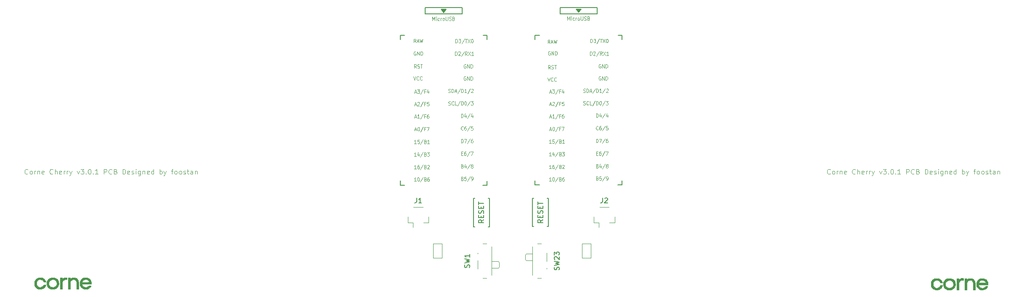
<source format=gto>
G04 #@! TF.GenerationSoftware,KiCad,Pcbnew,7.0.1*
G04 #@! TF.CreationDate,2023-03-26T00:44:14-07:00*
G04 #@! TF.ProjectId,corne-wireless,636f726e-652d-4776-9972-656c6573732e,3.0.1*
G04 #@! TF.SameCoordinates,Original*
G04 #@! TF.FileFunction,Legend,Top*
G04 #@! TF.FilePolarity,Positive*
%FSLAX46Y46*%
G04 Gerber Fmt 4.6, Leading zero omitted, Abs format (unit mm)*
G04 Created by KiCad (PCBNEW 7.0.1) date 2023-03-26 00:44:14*
%MOMM*%
%LPD*%
G01*
G04 APERTURE LIST*
%ADD10C,0.125000*%
%ADD11C,0.150000*%
%ADD12C,0.010000*%
%ADD13C,0.120000*%
%ADD14C,0.100000*%
G04 APERTURE END LIST*
D10*
X51092023Y-58697380D02*
X51044404Y-58745000D01*
X51044404Y-58745000D02*
X50901547Y-58792619D01*
X50901547Y-58792619D02*
X50806309Y-58792619D01*
X50806309Y-58792619D02*
X50663452Y-58745000D01*
X50663452Y-58745000D02*
X50568214Y-58649761D01*
X50568214Y-58649761D02*
X50520595Y-58554523D01*
X50520595Y-58554523D02*
X50472976Y-58364047D01*
X50472976Y-58364047D02*
X50472976Y-58221190D01*
X50472976Y-58221190D02*
X50520595Y-58030714D01*
X50520595Y-58030714D02*
X50568214Y-57935476D01*
X50568214Y-57935476D02*
X50663452Y-57840238D01*
X50663452Y-57840238D02*
X50806309Y-57792619D01*
X50806309Y-57792619D02*
X50901547Y-57792619D01*
X50901547Y-57792619D02*
X51044404Y-57840238D01*
X51044404Y-57840238D02*
X51092023Y-57887857D01*
X51663452Y-58792619D02*
X51568214Y-58745000D01*
X51568214Y-58745000D02*
X51520595Y-58697380D01*
X51520595Y-58697380D02*
X51472976Y-58602142D01*
X51472976Y-58602142D02*
X51472976Y-58316428D01*
X51472976Y-58316428D02*
X51520595Y-58221190D01*
X51520595Y-58221190D02*
X51568214Y-58173571D01*
X51568214Y-58173571D02*
X51663452Y-58125952D01*
X51663452Y-58125952D02*
X51806309Y-58125952D01*
X51806309Y-58125952D02*
X51901547Y-58173571D01*
X51901547Y-58173571D02*
X51949166Y-58221190D01*
X51949166Y-58221190D02*
X51996785Y-58316428D01*
X51996785Y-58316428D02*
X51996785Y-58602142D01*
X51996785Y-58602142D02*
X51949166Y-58697380D01*
X51949166Y-58697380D02*
X51901547Y-58745000D01*
X51901547Y-58745000D02*
X51806309Y-58792619D01*
X51806309Y-58792619D02*
X51663452Y-58792619D01*
X52425357Y-58792619D02*
X52425357Y-58125952D01*
X52425357Y-58316428D02*
X52472976Y-58221190D01*
X52472976Y-58221190D02*
X52520595Y-58173571D01*
X52520595Y-58173571D02*
X52615833Y-58125952D01*
X52615833Y-58125952D02*
X52711071Y-58125952D01*
X53044405Y-58125952D02*
X53044405Y-58792619D01*
X53044405Y-58221190D02*
X53092024Y-58173571D01*
X53092024Y-58173571D02*
X53187262Y-58125952D01*
X53187262Y-58125952D02*
X53330119Y-58125952D01*
X53330119Y-58125952D02*
X53425357Y-58173571D01*
X53425357Y-58173571D02*
X53472976Y-58268809D01*
X53472976Y-58268809D02*
X53472976Y-58792619D01*
X54330119Y-58745000D02*
X54234881Y-58792619D01*
X54234881Y-58792619D02*
X54044405Y-58792619D01*
X54044405Y-58792619D02*
X53949167Y-58745000D01*
X53949167Y-58745000D02*
X53901548Y-58649761D01*
X53901548Y-58649761D02*
X53901548Y-58268809D01*
X53901548Y-58268809D02*
X53949167Y-58173571D01*
X53949167Y-58173571D02*
X54044405Y-58125952D01*
X54044405Y-58125952D02*
X54234881Y-58125952D01*
X54234881Y-58125952D02*
X54330119Y-58173571D01*
X54330119Y-58173571D02*
X54377738Y-58268809D01*
X54377738Y-58268809D02*
X54377738Y-58364047D01*
X54377738Y-58364047D02*
X53901548Y-58459285D01*
X56139643Y-58697380D02*
X56092024Y-58745000D01*
X56092024Y-58745000D02*
X55949167Y-58792619D01*
X55949167Y-58792619D02*
X55853929Y-58792619D01*
X55853929Y-58792619D02*
X55711072Y-58745000D01*
X55711072Y-58745000D02*
X55615834Y-58649761D01*
X55615834Y-58649761D02*
X55568215Y-58554523D01*
X55568215Y-58554523D02*
X55520596Y-58364047D01*
X55520596Y-58364047D02*
X55520596Y-58221190D01*
X55520596Y-58221190D02*
X55568215Y-58030714D01*
X55568215Y-58030714D02*
X55615834Y-57935476D01*
X55615834Y-57935476D02*
X55711072Y-57840238D01*
X55711072Y-57840238D02*
X55853929Y-57792619D01*
X55853929Y-57792619D02*
X55949167Y-57792619D01*
X55949167Y-57792619D02*
X56092024Y-57840238D01*
X56092024Y-57840238D02*
X56139643Y-57887857D01*
X56568215Y-58792619D02*
X56568215Y-57792619D01*
X56996786Y-58792619D02*
X56996786Y-58268809D01*
X56996786Y-58268809D02*
X56949167Y-58173571D01*
X56949167Y-58173571D02*
X56853929Y-58125952D01*
X56853929Y-58125952D02*
X56711072Y-58125952D01*
X56711072Y-58125952D02*
X56615834Y-58173571D01*
X56615834Y-58173571D02*
X56568215Y-58221190D01*
X57853929Y-58745000D02*
X57758691Y-58792619D01*
X57758691Y-58792619D02*
X57568215Y-58792619D01*
X57568215Y-58792619D02*
X57472977Y-58745000D01*
X57472977Y-58745000D02*
X57425358Y-58649761D01*
X57425358Y-58649761D02*
X57425358Y-58268809D01*
X57425358Y-58268809D02*
X57472977Y-58173571D01*
X57472977Y-58173571D02*
X57568215Y-58125952D01*
X57568215Y-58125952D02*
X57758691Y-58125952D01*
X57758691Y-58125952D02*
X57853929Y-58173571D01*
X57853929Y-58173571D02*
X57901548Y-58268809D01*
X57901548Y-58268809D02*
X57901548Y-58364047D01*
X57901548Y-58364047D02*
X57425358Y-58459285D01*
X58330120Y-58792619D02*
X58330120Y-58125952D01*
X58330120Y-58316428D02*
X58377739Y-58221190D01*
X58377739Y-58221190D02*
X58425358Y-58173571D01*
X58425358Y-58173571D02*
X58520596Y-58125952D01*
X58520596Y-58125952D02*
X58615834Y-58125952D01*
X58949168Y-58792619D02*
X58949168Y-58125952D01*
X58949168Y-58316428D02*
X58996787Y-58221190D01*
X58996787Y-58221190D02*
X59044406Y-58173571D01*
X59044406Y-58173571D02*
X59139644Y-58125952D01*
X59139644Y-58125952D02*
X59234882Y-58125952D01*
X59472978Y-58125952D02*
X59711073Y-58792619D01*
X59949168Y-58125952D02*
X59711073Y-58792619D01*
X59711073Y-58792619D02*
X59615835Y-59030714D01*
X59615835Y-59030714D02*
X59568216Y-59078333D01*
X59568216Y-59078333D02*
X59472978Y-59125952D01*
X60996788Y-58125952D02*
X61234883Y-58792619D01*
X61234883Y-58792619D02*
X61472978Y-58125952D01*
X61758693Y-57792619D02*
X62377740Y-57792619D01*
X62377740Y-57792619D02*
X62044407Y-58173571D01*
X62044407Y-58173571D02*
X62187264Y-58173571D01*
X62187264Y-58173571D02*
X62282502Y-58221190D01*
X62282502Y-58221190D02*
X62330121Y-58268809D01*
X62330121Y-58268809D02*
X62377740Y-58364047D01*
X62377740Y-58364047D02*
X62377740Y-58602142D01*
X62377740Y-58602142D02*
X62330121Y-58697380D01*
X62330121Y-58697380D02*
X62282502Y-58745000D01*
X62282502Y-58745000D02*
X62187264Y-58792619D01*
X62187264Y-58792619D02*
X61901550Y-58792619D01*
X61901550Y-58792619D02*
X61806312Y-58745000D01*
X61806312Y-58745000D02*
X61758693Y-58697380D01*
X62806312Y-58697380D02*
X62853931Y-58745000D01*
X62853931Y-58745000D02*
X62806312Y-58792619D01*
X62806312Y-58792619D02*
X62758693Y-58745000D01*
X62758693Y-58745000D02*
X62806312Y-58697380D01*
X62806312Y-58697380D02*
X62806312Y-58792619D01*
X63472978Y-57792619D02*
X63568216Y-57792619D01*
X63568216Y-57792619D02*
X63663454Y-57840238D01*
X63663454Y-57840238D02*
X63711073Y-57887857D01*
X63711073Y-57887857D02*
X63758692Y-57983095D01*
X63758692Y-57983095D02*
X63806311Y-58173571D01*
X63806311Y-58173571D02*
X63806311Y-58411666D01*
X63806311Y-58411666D02*
X63758692Y-58602142D01*
X63758692Y-58602142D02*
X63711073Y-58697380D01*
X63711073Y-58697380D02*
X63663454Y-58745000D01*
X63663454Y-58745000D02*
X63568216Y-58792619D01*
X63568216Y-58792619D02*
X63472978Y-58792619D01*
X63472978Y-58792619D02*
X63377740Y-58745000D01*
X63377740Y-58745000D02*
X63330121Y-58697380D01*
X63330121Y-58697380D02*
X63282502Y-58602142D01*
X63282502Y-58602142D02*
X63234883Y-58411666D01*
X63234883Y-58411666D02*
X63234883Y-58173571D01*
X63234883Y-58173571D02*
X63282502Y-57983095D01*
X63282502Y-57983095D02*
X63330121Y-57887857D01*
X63330121Y-57887857D02*
X63377740Y-57840238D01*
X63377740Y-57840238D02*
X63472978Y-57792619D01*
X64234883Y-58697380D02*
X64282502Y-58745000D01*
X64282502Y-58745000D02*
X64234883Y-58792619D01*
X64234883Y-58792619D02*
X64187264Y-58745000D01*
X64187264Y-58745000D02*
X64234883Y-58697380D01*
X64234883Y-58697380D02*
X64234883Y-58792619D01*
X65234882Y-58792619D02*
X64663454Y-58792619D01*
X64949168Y-58792619D02*
X64949168Y-57792619D01*
X64949168Y-57792619D02*
X64853930Y-57935476D01*
X64853930Y-57935476D02*
X64758692Y-58030714D01*
X64758692Y-58030714D02*
X64663454Y-58078333D01*
X66425359Y-58792619D02*
X66425359Y-57792619D01*
X66425359Y-57792619D02*
X66806311Y-57792619D01*
X66806311Y-57792619D02*
X66901549Y-57840238D01*
X66901549Y-57840238D02*
X66949168Y-57887857D01*
X66949168Y-57887857D02*
X66996787Y-57983095D01*
X66996787Y-57983095D02*
X66996787Y-58125952D01*
X66996787Y-58125952D02*
X66949168Y-58221190D01*
X66949168Y-58221190D02*
X66901549Y-58268809D01*
X66901549Y-58268809D02*
X66806311Y-58316428D01*
X66806311Y-58316428D02*
X66425359Y-58316428D01*
X67996787Y-58697380D02*
X67949168Y-58745000D01*
X67949168Y-58745000D02*
X67806311Y-58792619D01*
X67806311Y-58792619D02*
X67711073Y-58792619D01*
X67711073Y-58792619D02*
X67568216Y-58745000D01*
X67568216Y-58745000D02*
X67472978Y-58649761D01*
X67472978Y-58649761D02*
X67425359Y-58554523D01*
X67425359Y-58554523D02*
X67377740Y-58364047D01*
X67377740Y-58364047D02*
X67377740Y-58221190D01*
X67377740Y-58221190D02*
X67425359Y-58030714D01*
X67425359Y-58030714D02*
X67472978Y-57935476D01*
X67472978Y-57935476D02*
X67568216Y-57840238D01*
X67568216Y-57840238D02*
X67711073Y-57792619D01*
X67711073Y-57792619D02*
X67806311Y-57792619D01*
X67806311Y-57792619D02*
X67949168Y-57840238D01*
X67949168Y-57840238D02*
X67996787Y-57887857D01*
X68758692Y-58268809D02*
X68901549Y-58316428D01*
X68901549Y-58316428D02*
X68949168Y-58364047D01*
X68949168Y-58364047D02*
X68996787Y-58459285D01*
X68996787Y-58459285D02*
X68996787Y-58602142D01*
X68996787Y-58602142D02*
X68949168Y-58697380D01*
X68949168Y-58697380D02*
X68901549Y-58745000D01*
X68901549Y-58745000D02*
X68806311Y-58792619D01*
X68806311Y-58792619D02*
X68425359Y-58792619D01*
X68425359Y-58792619D02*
X68425359Y-57792619D01*
X68425359Y-57792619D02*
X68758692Y-57792619D01*
X68758692Y-57792619D02*
X68853930Y-57840238D01*
X68853930Y-57840238D02*
X68901549Y-57887857D01*
X68901549Y-57887857D02*
X68949168Y-57983095D01*
X68949168Y-57983095D02*
X68949168Y-58078333D01*
X68949168Y-58078333D02*
X68901549Y-58173571D01*
X68901549Y-58173571D02*
X68853930Y-58221190D01*
X68853930Y-58221190D02*
X68758692Y-58268809D01*
X68758692Y-58268809D02*
X68425359Y-58268809D01*
X70187264Y-58792619D02*
X70187264Y-57792619D01*
X70187264Y-57792619D02*
X70425359Y-57792619D01*
X70425359Y-57792619D02*
X70568216Y-57840238D01*
X70568216Y-57840238D02*
X70663454Y-57935476D01*
X70663454Y-57935476D02*
X70711073Y-58030714D01*
X70711073Y-58030714D02*
X70758692Y-58221190D01*
X70758692Y-58221190D02*
X70758692Y-58364047D01*
X70758692Y-58364047D02*
X70711073Y-58554523D01*
X70711073Y-58554523D02*
X70663454Y-58649761D01*
X70663454Y-58649761D02*
X70568216Y-58745000D01*
X70568216Y-58745000D02*
X70425359Y-58792619D01*
X70425359Y-58792619D02*
X70187264Y-58792619D01*
X71568216Y-58745000D02*
X71472978Y-58792619D01*
X71472978Y-58792619D02*
X71282502Y-58792619D01*
X71282502Y-58792619D02*
X71187264Y-58745000D01*
X71187264Y-58745000D02*
X71139645Y-58649761D01*
X71139645Y-58649761D02*
X71139645Y-58268809D01*
X71139645Y-58268809D02*
X71187264Y-58173571D01*
X71187264Y-58173571D02*
X71282502Y-58125952D01*
X71282502Y-58125952D02*
X71472978Y-58125952D01*
X71472978Y-58125952D02*
X71568216Y-58173571D01*
X71568216Y-58173571D02*
X71615835Y-58268809D01*
X71615835Y-58268809D02*
X71615835Y-58364047D01*
X71615835Y-58364047D02*
X71139645Y-58459285D01*
X71996788Y-58745000D02*
X72092026Y-58792619D01*
X72092026Y-58792619D02*
X72282502Y-58792619D01*
X72282502Y-58792619D02*
X72377740Y-58745000D01*
X72377740Y-58745000D02*
X72425359Y-58649761D01*
X72425359Y-58649761D02*
X72425359Y-58602142D01*
X72425359Y-58602142D02*
X72377740Y-58506904D01*
X72377740Y-58506904D02*
X72282502Y-58459285D01*
X72282502Y-58459285D02*
X72139645Y-58459285D01*
X72139645Y-58459285D02*
X72044407Y-58411666D01*
X72044407Y-58411666D02*
X71996788Y-58316428D01*
X71996788Y-58316428D02*
X71996788Y-58268809D01*
X71996788Y-58268809D02*
X72044407Y-58173571D01*
X72044407Y-58173571D02*
X72139645Y-58125952D01*
X72139645Y-58125952D02*
X72282502Y-58125952D01*
X72282502Y-58125952D02*
X72377740Y-58173571D01*
X72853931Y-58792619D02*
X72853931Y-58125952D01*
X72853931Y-57792619D02*
X72806312Y-57840238D01*
X72806312Y-57840238D02*
X72853931Y-57887857D01*
X72853931Y-57887857D02*
X72901550Y-57840238D01*
X72901550Y-57840238D02*
X72853931Y-57792619D01*
X72853931Y-57792619D02*
X72853931Y-57887857D01*
X73758692Y-58125952D02*
X73758692Y-58935476D01*
X73758692Y-58935476D02*
X73711073Y-59030714D01*
X73711073Y-59030714D02*
X73663454Y-59078333D01*
X73663454Y-59078333D02*
X73568216Y-59125952D01*
X73568216Y-59125952D02*
X73425359Y-59125952D01*
X73425359Y-59125952D02*
X73330121Y-59078333D01*
X73758692Y-58745000D02*
X73663454Y-58792619D01*
X73663454Y-58792619D02*
X73472978Y-58792619D01*
X73472978Y-58792619D02*
X73377740Y-58745000D01*
X73377740Y-58745000D02*
X73330121Y-58697380D01*
X73330121Y-58697380D02*
X73282502Y-58602142D01*
X73282502Y-58602142D02*
X73282502Y-58316428D01*
X73282502Y-58316428D02*
X73330121Y-58221190D01*
X73330121Y-58221190D02*
X73377740Y-58173571D01*
X73377740Y-58173571D02*
X73472978Y-58125952D01*
X73472978Y-58125952D02*
X73663454Y-58125952D01*
X73663454Y-58125952D02*
X73758692Y-58173571D01*
X74234883Y-58125952D02*
X74234883Y-58792619D01*
X74234883Y-58221190D02*
X74282502Y-58173571D01*
X74282502Y-58173571D02*
X74377740Y-58125952D01*
X74377740Y-58125952D02*
X74520597Y-58125952D01*
X74520597Y-58125952D02*
X74615835Y-58173571D01*
X74615835Y-58173571D02*
X74663454Y-58268809D01*
X74663454Y-58268809D02*
X74663454Y-58792619D01*
X75520597Y-58745000D02*
X75425359Y-58792619D01*
X75425359Y-58792619D02*
X75234883Y-58792619D01*
X75234883Y-58792619D02*
X75139645Y-58745000D01*
X75139645Y-58745000D02*
X75092026Y-58649761D01*
X75092026Y-58649761D02*
X75092026Y-58268809D01*
X75092026Y-58268809D02*
X75139645Y-58173571D01*
X75139645Y-58173571D02*
X75234883Y-58125952D01*
X75234883Y-58125952D02*
X75425359Y-58125952D01*
X75425359Y-58125952D02*
X75520597Y-58173571D01*
X75520597Y-58173571D02*
X75568216Y-58268809D01*
X75568216Y-58268809D02*
X75568216Y-58364047D01*
X75568216Y-58364047D02*
X75092026Y-58459285D01*
X76425359Y-58792619D02*
X76425359Y-57792619D01*
X76425359Y-58745000D02*
X76330121Y-58792619D01*
X76330121Y-58792619D02*
X76139645Y-58792619D01*
X76139645Y-58792619D02*
X76044407Y-58745000D01*
X76044407Y-58745000D02*
X75996788Y-58697380D01*
X75996788Y-58697380D02*
X75949169Y-58602142D01*
X75949169Y-58602142D02*
X75949169Y-58316428D01*
X75949169Y-58316428D02*
X75996788Y-58221190D01*
X75996788Y-58221190D02*
X76044407Y-58173571D01*
X76044407Y-58173571D02*
X76139645Y-58125952D01*
X76139645Y-58125952D02*
X76330121Y-58125952D01*
X76330121Y-58125952D02*
X76425359Y-58173571D01*
X77663455Y-58792619D02*
X77663455Y-57792619D01*
X77663455Y-58173571D02*
X77758693Y-58125952D01*
X77758693Y-58125952D02*
X77949169Y-58125952D01*
X77949169Y-58125952D02*
X78044407Y-58173571D01*
X78044407Y-58173571D02*
X78092026Y-58221190D01*
X78092026Y-58221190D02*
X78139645Y-58316428D01*
X78139645Y-58316428D02*
X78139645Y-58602142D01*
X78139645Y-58602142D02*
X78092026Y-58697380D01*
X78092026Y-58697380D02*
X78044407Y-58745000D01*
X78044407Y-58745000D02*
X77949169Y-58792619D01*
X77949169Y-58792619D02*
X77758693Y-58792619D01*
X77758693Y-58792619D02*
X77663455Y-58745000D01*
X78472979Y-58125952D02*
X78711074Y-58792619D01*
X78949169Y-58125952D02*
X78711074Y-58792619D01*
X78711074Y-58792619D02*
X78615836Y-59030714D01*
X78615836Y-59030714D02*
X78568217Y-59078333D01*
X78568217Y-59078333D02*
X78472979Y-59125952D01*
X79949170Y-58125952D02*
X80330122Y-58125952D01*
X80092027Y-58792619D02*
X80092027Y-57935476D01*
X80092027Y-57935476D02*
X80139646Y-57840238D01*
X80139646Y-57840238D02*
X80234884Y-57792619D01*
X80234884Y-57792619D02*
X80330122Y-57792619D01*
X80806313Y-58792619D02*
X80711075Y-58745000D01*
X80711075Y-58745000D02*
X80663456Y-58697380D01*
X80663456Y-58697380D02*
X80615837Y-58602142D01*
X80615837Y-58602142D02*
X80615837Y-58316428D01*
X80615837Y-58316428D02*
X80663456Y-58221190D01*
X80663456Y-58221190D02*
X80711075Y-58173571D01*
X80711075Y-58173571D02*
X80806313Y-58125952D01*
X80806313Y-58125952D02*
X80949170Y-58125952D01*
X80949170Y-58125952D02*
X81044408Y-58173571D01*
X81044408Y-58173571D02*
X81092027Y-58221190D01*
X81092027Y-58221190D02*
X81139646Y-58316428D01*
X81139646Y-58316428D02*
X81139646Y-58602142D01*
X81139646Y-58602142D02*
X81092027Y-58697380D01*
X81092027Y-58697380D02*
X81044408Y-58745000D01*
X81044408Y-58745000D02*
X80949170Y-58792619D01*
X80949170Y-58792619D02*
X80806313Y-58792619D01*
X81711075Y-58792619D02*
X81615837Y-58745000D01*
X81615837Y-58745000D02*
X81568218Y-58697380D01*
X81568218Y-58697380D02*
X81520599Y-58602142D01*
X81520599Y-58602142D02*
X81520599Y-58316428D01*
X81520599Y-58316428D02*
X81568218Y-58221190D01*
X81568218Y-58221190D02*
X81615837Y-58173571D01*
X81615837Y-58173571D02*
X81711075Y-58125952D01*
X81711075Y-58125952D02*
X81853932Y-58125952D01*
X81853932Y-58125952D02*
X81949170Y-58173571D01*
X81949170Y-58173571D02*
X81996789Y-58221190D01*
X81996789Y-58221190D02*
X82044408Y-58316428D01*
X82044408Y-58316428D02*
X82044408Y-58602142D01*
X82044408Y-58602142D02*
X81996789Y-58697380D01*
X81996789Y-58697380D02*
X81949170Y-58745000D01*
X81949170Y-58745000D02*
X81853932Y-58792619D01*
X81853932Y-58792619D02*
X81711075Y-58792619D01*
X82425361Y-58745000D02*
X82520599Y-58792619D01*
X82520599Y-58792619D02*
X82711075Y-58792619D01*
X82711075Y-58792619D02*
X82806313Y-58745000D01*
X82806313Y-58745000D02*
X82853932Y-58649761D01*
X82853932Y-58649761D02*
X82853932Y-58602142D01*
X82853932Y-58602142D02*
X82806313Y-58506904D01*
X82806313Y-58506904D02*
X82711075Y-58459285D01*
X82711075Y-58459285D02*
X82568218Y-58459285D01*
X82568218Y-58459285D02*
X82472980Y-58411666D01*
X82472980Y-58411666D02*
X82425361Y-58316428D01*
X82425361Y-58316428D02*
X82425361Y-58268809D01*
X82425361Y-58268809D02*
X82472980Y-58173571D01*
X82472980Y-58173571D02*
X82568218Y-58125952D01*
X82568218Y-58125952D02*
X82711075Y-58125952D01*
X82711075Y-58125952D02*
X82806313Y-58173571D01*
X83139647Y-58125952D02*
X83520599Y-58125952D01*
X83282504Y-57792619D02*
X83282504Y-58649761D01*
X83282504Y-58649761D02*
X83330123Y-58745000D01*
X83330123Y-58745000D02*
X83425361Y-58792619D01*
X83425361Y-58792619D02*
X83520599Y-58792619D01*
X84282504Y-58792619D02*
X84282504Y-58268809D01*
X84282504Y-58268809D02*
X84234885Y-58173571D01*
X84234885Y-58173571D02*
X84139647Y-58125952D01*
X84139647Y-58125952D02*
X83949171Y-58125952D01*
X83949171Y-58125952D02*
X83853933Y-58173571D01*
X84282504Y-58745000D02*
X84187266Y-58792619D01*
X84187266Y-58792619D02*
X83949171Y-58792619D01*
X83949171Y-58792619D02*
X83853933Y-58745000D01*
X83853933Y-58745000D02*
X83806314Y-58649761D01*
X83806314Y-58649761D02*
X83806314Y-58554523D01*
X83806314Y-58554523D02*
X83853933Y-58459285D01*
X83853933Y-58459285D02*
X83949171Y-58411666D01*
X83949171Y-58411666D02*
X84187266Y-58411666D01*
X84187266Y-58411666D02*
X84282504Y-58364047D01*
X84758695Y-58125952D02*
X84758695Y-58792619D01*
X84758695Y-58221190D02*
X84806314Y-58173571D01*
X84806314Y-58173571D02*
X84901552Y-58125952D01*
X84901552Y-58125952D02*
X85044409Y-58125952D01*
X85044409Y-58125952D02*
X85139647Y-58173571D01*
X85139647Y-58173571D02*
X85187266Y-58268809D01*
X85187266Y-58268809D02*
X85187266Y-58792619D01*
X212642023Y-58697380D02*
X212594404Y-58745000D01*
X212594404Y-58745000D02*
X212451547Y-58792619D01*
X212451547Y-58792619D02*
X212356309Y-58792619D01*
X212356309Y-58792619D02*
X212213452Y-58745000D01*
X212213452Y-58745000D02*
X212118214Y-58649761D01*
X212118214Y-58649761D02*
X212070595Y-58554523D01*
X212070595Y-58554523D02*
X212022976Y-58364047D01*
X212022976Y-58364047D02*
X212022976Y-58221190D01*
X212022976Y-58221190D02*
X212070595Y-58030714D01*
X212070595Y-58030714D02*
X212118214Y-57935476D01*
X212118214Y-57935476D02*
X212213452Y-57840238D01*
X212213452Y-57840238D02*
X212356309Y-57792619D01*
X212356309Y-57792619D02*
X212451547Y-57792619D01*
X212451547Y-57792619D02*
X212594404Y-57840238D01*
X212594404Y-57840238D02*
X212642023Y-57887857D01*
X213213452Y-58792619D02*
X213118214Y-58745000D01*
X213118214Y-58745000D02*
X213070595Y-58697380D01*
X213070595Y-58697380D02*
X213022976Y-58602142D01*
X213022976Y-58602142D02*
X213022976Y-58316428D01*
X213022976Y-58316428D02*
X213070595Y-58221190D01*
X213070595Y-58221190D02*
X213118214Y-58173571D01*
X213118214Y-58173571D02*
X213213452Y-58125952D01*
X213213452Y-58125952D02*
X213356309Y-58125952D01*
X213356309Y-58125952D02*
X213451547Y-58173571D01*
X213451547Y-58173571D02*
X213499166Y-58221190D01*
X213499166Y-58221190D02*
X213546785Y-58316428D01*
X213546785Y-58316428D02*
X213546785Y-58602142D01*
X213546785Y-58602142D02*
X213499166Y-58697380D01*
X213499166Y-58697380D02*
X213451547Y-58745000D01*
X213451547Y-58745000D02*
X213356309Y-58792619D01*
X213356309Y-58792619D02*
X213213452Y-58792619D01*
X213975357Y-58792619D02*
X213975357Y-58125952D01*
X213975357Y-58316428D02*
X214022976Y-58221190D01*
X214022976Y-58221190D02*
X214070595Y-58173571D01*
X214070595Y-58173571D02*
X214165833Y-58125952D01*
X214165833Y-58125952D02*
X214261071Y-58125952D01*
X214594405Y-58125952D02*
X214594405Y-58792619D01*
X214594405Y-58221190D02*
X214642024Y-58173571D01*
X214642024Y-58173571D02*
X214737262Y-58125952D01*
X214737262Y-58125952D02*
X214880119Y-58125952D01*
X214880119Y-58125952D02*
X214975357Y-58173571D01*
X214975357Y-58173571D02*
X215022976Y-58268809D01*
X215022976Y-58268809D02*
X215022976Y-58792619D01*
X215880119Y-58745000D02*
X215784881Y-58792619D01*
X215784881Y-58792619D02*
X215594405Y-58792619D01*
X215594405Y-58792619D02*
X215499167Y-58745000D01*
X215499167Y-58745000D02*
X215451548Y-58649761D01*
X215451548Y-58649761D02*
X215451548Y-58268809D01*
X215451548Y-58268809D02*
X215499167Y-58173571D01*
X215499167Y-58173571D02*
X215594405Y-58125952D01*
X215594405Y-58125952D02*
X215784881Y-58125952D01*
X215784881Y-58125952D02*
X215880119Y-58173571D01*
X215880119Y-58173571D02*
X215927738Y-58268809D01*
X215927738Y-58268809D02*
X215927738Y-58364047D01*
X215927738Y-58364047D02*
X215451548Y-58459285D01*
X217689643Y-58697380D02*
X217642024Y-58745000D01*
X217642024Y-58745000D02*
X217499167Y-58792619D01*
X217499167Y-58792619D02*
X217403929Y-58792619D01*
X217403929Y-58792619D02*
X217261072Y-58745000D01*
X217261072Y-58745000D02*
X217165834Y-58649761D01*
X217165834Y-58649761D02*
X217118215Y-58554523D01*
X217118215Y-58554523D02*
X217070596Y-58364047D01*
X217070596Y-58364047D02*
X217070596Y-58221190D01*
X217070596Y-58221190D02*
X217118215Y-58030714D01*
X217118215Y-58030714D02*
X217165834Y-57935476D01*
X217165834Y-57935476D02*
X217261072Y-57840238D01*
X217261072Y-57840238D02*
X217403929Y-57792619D01*
X217403929Y-57792619D02*
X217499167Y-57792619D01*
X217499167Y-57792619D02*
X217642024Y-57840238D01*
X217642024Y-57840238D02*
X217689643Y-57887857D01*
X218118215Y-58792619D02*
X218118215Y-57792619D01*
X218546786Y-58792619D02*
X218546786Y-58268809D01*
X218546786Y-58268809D02*
X218499167Y-58173571D01*
X218499167Y-58173571D02*
X218403929Y-58125952D01*
X218403929Y-58125952D02*
X218261072Y-58125952D01*
X218261072Y-58125952D02*
X218165834Y-58173571D01*
X218165834Y-58173571D02*
X218118215Y-58221190D01*
X219403929Y-58745000D02*
X219308691Y-58792619D01*
X219308691Y-58792619D02*
X219118215Y-58792619D01*
X219118215Y-58792619D02*
X219022977Y-58745000D01*
X219022977Y-58745000D02*
X218975358Y-58649761D01*
X218975358Y-58649761D02*
X218975358Y-58268809D01*
X218975358Y-58268809D02*
X219022977Y-58173571D01*
X219022977Y-58173571D02*
X219118215Y-58125952D01*
X219118215Y-58125952D02*
X219308691Y-58125952D01*
X219308691Y-58125952D02*
X219403929Y-58173571D01*
X219403929Y-58173571D02*
X219451548Y-58268809D01*
X219451548Y-58268809D02*
X219451548Y-58364047D01*
X219451548Y-58364047D02*
X218975358Y-58459285D01*
X219880120Y-58792619D02*
X219880120Y-58125952D01*
X219880120Y-58316428D02*
X219927739Y-58221190D01*
X219927739Y-58221190D02*
X219975358Y-58173571D01*
X219975358Y-58173571D02*
X220070596Y-58125952D01*
X220070596Y-58125952D02*
X220165834Y-58125952D01*
X220499168Y-58792619D02*
X220499168Y-58125952D01*
X220499168Y-58316428D02*
X220546787Y-58221190D01*
X220546787Y-58221190D02*
X220594406Y-58173571D01*
X220594406Y-58173571D02*
X220689644Y-58125952D01*
X220689644Y-58125952D02*
X220784882Y-58125952D01*
X221022978Y-58125952D02*
X221261073Y-58792619D01*
X221499168Y-58125952D02*
X221261073Y-58792619D01*
X221261073Y-58792619D02*
X221165835Y-59030714D01*
X221165835Y-59030714D02*
X221118216Y-59078333D01*
X221118216Y-59078333D02*
X221022978Y-59125952D01*
X222546788Y-58125952D02*
X222784883Y-58792619D01*
X222784883Y-58792619D02*
X223022978Y-58125952D01*
X223308693Y-57792619D02*
X223927740Y-57792619D01*
X223927740Y-57792619D02*
X223594407Y-58173571D01*
X223594407Y-58173571D02*
X223737264Y-58173571D01*
X223737264Y-58173571D02*
X223832502Y-58221190D01*
X223832502Y-58221190D02*
X223880121Y-58268809D01*
X223880121Y-58268809D02*
X223927740Y-58364047D01*
X223927740Y-58364047D02*
X223927740Y-58602142D01*
X223927740Y-58602142D02*
X223880121Y-58697380D01*
X223880121Y-58697380D02*
X223832502Y-58745000D01*
X223832502Y-58745000D02*
X223737264Y-58792619D01*
X223737264Y-58792619D02*
X223451550Y-58792619D01*
X223451550Y-58792619D02*
X223356312Y-58745000D01*
X223356312Y-58745000D02*
X223308693Y-58697380D01*
X224356312Y-58697380D02*
X224403931Y-58745000D01*
X224403931Y-58745000D02*
X224356312Y-58792619D01*
X224356312Y-58792619D02*
X224308693Y-58745000D01*
X224308693Y-58745000D02*
X224356312Y-58697380D01*
X224356312Y-58697380D02*
X224356312Y-58792619D01*
X225022978Y-57792619D02*
X225118216Y-57792619D01*
X225118216Y-57792619D02*
X225213454Y-57840238D01*
X225213454Y-57840238D02*
X225261073Y-57887857D01*
X225261073Y-57887857D02*
X225308692Y-57983095D01*
X225308692Y-57983095D02*
X225356311Y-58173571D01*
X225356311Y-58173571D02*
X225356311Y-58411666D01*
X225356311Y-58411666D02*
X225308692Y-58602142D01*
X225308692Y-58602142D02*
X225261073Y-58697380D01*
X225261073Y-58697380D02*
X225213454Y-58745000D01*
X225213454Y-58745000D02*
X225118216Y-58792619D01*
X225118216Y-58792619D02*
X225022978Y-58792619D01*
X225022978Y-58792619D02*
X224927740Y-58745000D01*
X224927740Y-58745000D02*
X224880121Y-58697380D01*
X224880121Y-58697380D02*
X224832502Y-58602142D01*
X224832502Y-58602142D02*
X224784883Y-58411666D01*
X224784883Y-58411666D02*
X224784883Y-58173571D01*
X224784883Y-58173571D02*
X224832502Y-57983095D01*
X224832502Y-57983095D02*
X224880121Y-57887857D01*
X224880121Y-57887857D02*
X224927740Y-57840238D01*
X224927740Y-57840238D02*
X225022978Y-57792619D01*
X225784883Y-58697380D02*
X225832502Y-58745000D01*
X225832502Y-58745000D02*
X225784883Y-58792619D01*
X225784883Y-58792619D02*
X225737264Y-58745000D01*
X225737264Y-58745000D02*
X225784883Y-58697380D01*
X225784883Y-58697380D02*
X225784883Y-58792619D01*
X226784882Y-58792619D02*
X226213454Y-58792619D01*
X226499168Y-58792619D02*
X226499168Y-57792619D01*
X226499168Y-57792619D02*
X226403930Y-57935476D01*
X226403930Y-57935476D02*
X226308692Y-58030714D01*
X226308692Y-58030714D02*
X226213454Y-58078333D01*
X227975359Y-58792619D02*
X227975359Y-57792619D01*
X227975359Y-57792619D02*
X228356311Y-57792619D01*
X228356311Y-57792619D02*
X228451549Y-57840238D01*
X228451549Y-57840238D02*
X228499168Y-57887857D01*
X228499168Y-57887857D02*
X228546787Y-57983095D01*
X228546787Y-57983095D02*
X228546787Y-58125952D01*
X228546787Y-58125952D02*
X228499168Y-58221190D01*
X228499168Y-58221190D02*
X228451549Y-58268809D01*
X228451549Y-58268809D02*
X228356311Y-58316428D01*
X228356311Y-58316428D02*
X227975359Y-58316428D01*
X229546787Y-58697380D02*
X229499168Y-58745000D01*
X229499168Y-58745000D02*
X229356311Y-58792619D01*
X229356311Y-58792619D02*
X229261073Y-58792619D01*
X229261073Y-58792619D02*
X229118216Y-58745000D01*
X229118216Y-58745000D02*
X229022978Y-58649761D01*
X229022978Y-58649761D02*
X228975359Y-58554523D01*
X228975359Y-58554523D02*
X228927740Y-58364047D01*
X228927740Y-58364047D02*
X228927740Y-58221190D01*
X228927740Y-58221190D02*
X228975359Y-58030714D01*
X228975359Y-58030714D02*
X229022978Y-57935476D01*
X229022978Y-57935476D02*
X229118216Y-57840238D01*
X229118216Y-57840238D02*
X229261073Y-57792619D01*
X229261073Y-57792619D02*
X229356311Y-57792619D01*
X229356311Y-57792619D02*
X229499168Y-57840238D01*
X229499168Y-57840238D02*
X229546787Y-57887857D01*
X230308692Y-58268809D02*
X230451549Y-58316428D01*
X230451549Y-58316428D02*
X230499168Y-58364047D01*
X230499168Y-58364047D02*
X230546787Y-58459285D01*
X230546787Y-58459285D02*
X230546787Y-58602142D01*
X230546787Y-58602142D02*
X230499168Y-58697380D01*
X230499168Y-58697380D02*
X230451549Y-58745000D01*
X230451549Y-58745000D02*
X230356311Y-58792619D01*
X230356311Y-58792619D02*
X229975359Y-58792619D01*
X229975359Y-58792619D02*
X229975359Y-57792619D01*
X229975359Y-57792619D02*
X230308692Y-57792619D01*
X230308692Y-57792619D02*
X230403930Y-57840238D01*
X230403930Y-57840238D02*
X230451549Y-57887857D01*
X230451549Y-57887857D02*
X230499168Y-57983095D01*
X230499168Y-57983095D02*
X230499168Y-58078333D01*
X230499168Y-58078333D02*
X230451549Y-58173571D01*
X230451549Y-58173571D02*
X230403930Y-58221190D01*
X230403930Y-58221190D02*
X230308692Y-58268809D01*
X230308692Y-58268809D02*
X229975359Y-58268809D01*
X231737264Y-58792619D02*
X231737264Y-57792619D01*
X231737264Y-57792619D02*
X231975359Y-57792619D01*
X231975359Y-57792619D02*
X232118216Y-57840238D01*
X232118216Y-57840238D02*
X232213454Y-57935476D01*
X232213454Y-57935476D02*
X232261073Y-58030714D01*
X232261073Y-58030714D02*
X232308692Y-58221190D01*
X232308692Y-58221190D02*
X232308692Y-58364047D01*
X232308692Y-58364047D02*
X232261073Y-58554523D01*
X232261073Y-58554523D02*
X232213454Y-58649761D01*
X232213454Y-58649761D02*
X232118216Y-58745000D01*
X232118216Y-58745000D02*
X231975359Y-58792619D01*
X231975359Y-58792619D02*
X231737264Y-58792619D01*
X233118216Y-58745000D02*
X233022978Y-58792619D01*
X233022978Y-58792619D02*
X232832502Y-58792619D01*
X232832502Y-58792619D02*
X232737264Y-58745000D01*
X232737264Y-58745000D02*
X232689645Y-58649761D01*
X232689645Y-58649761D02*
X232689645Y-58268809D01*
X232689645Y-58268809D02*
X232737264Y-58173571D01*
X232737264Y-58173571D02*
X232832502Y-58125952D01*
X232832502Y-58125952D02*
X233022978Y-58125952D01*
X233022978Y-58125952D02*
X233118216Y-58173571D01*
X233118216Y-58173571D02*
X233165835Y-58268809D01*
X233165835Y-58268809D02*
X233165835Y-58364047D01*
X233165835Y-58364047D02*
X232689645Y-58459285D01*
X233546788Y-58745000D02*
X233642026Y-58792619D01*
X233642026Y-58792619D02*
X233832502Y-58792619D01*
X233832502Y-58792619D02*
X233927740Y-58745000D01*
X233927740Y-58745000D02*
X233975359Y-58649761D01*
X233975359Y-58649761D02*
X233975359Y-58602142D01*
X233975359Y-58602142D02*
X233927740Y-58506904D01*
X233927740Y-58506904D02*
X233832502Y-58459285D01*
X233832502Y-58459285D02*
X233689645Y-58459285D01*
X233689645Y-58459285D02*
X233594407Y-58411666D01*
X233594407Y-58411666D02*
X233546788Y-58316428D01*
X233546788Y-58316428D02*
X233546788Y-58268809D01*
X233546788Y-58268809D02*
X233594407Y-58173571D01*
X233594407Y-58173571D02*
X233689645Y-58125952D01*
X233689645Y-58125952D02*
X233832502Y-58125952D01*
X233832502Y-58125952D02*
X233927740Y-58173571D01*
X234403931Y-58792619D02*
X234403931Y-58125952D01*
X234403931Y-57792619D02*
X234356312Y-57840238D01*
X234356312Y-57840238D02*
X234403931Y-57887857D01*
X234403931Y-57887857D02*
X234451550Y-57840238D01*
X234451550Y-57840238D02*
X234403931Y-57792619D01*
X234403931Y-57792619D02*
X234403931Y-57887857D01*
X235308692Y-58125952D02*
X235308692Y-58935476D01*
X235308692Y-58935476D02*
X235261073Y-59030714D01*
X235261073Y-59030714D02*
X235213454Y-59078333D01*
X235213454Y-59078333D02*
X235118216Y-59125952D01*
X235118216Y-59125952D02*
X234975359Y-59125952D01*
X234975359Y-59125952D02*
X234880121Y-59078333D01*
X235308692Y-58745000D02*
X235213454Y-58792619D01*
X235213454Y-58792619D02*
X235022978Y-58792619D01*
X235022978Y-58792619D02*
X234927740Y-58745000D01*
X234927740Y-58745000D02*
X234880121Y-58697380D01*
X234880121Y-58697380D02*
X234832502Y-58602142D01*
X234832502Y-58602142D02*
X234832502Y-58316428D01*
X234832502Y-58316428D02*
X234880121Y-58221190D01*
X234880121Y-58221190D02*
X234927740Y-58173571D01*
X234927740Y-58173571D02*
X235022978Y-58125952D01*
X235022978Y-58125952D02*
X235213454Y-58125952D01*
X235213454Y-58125952D02*
X235308692Y-58173571D01*
X235784883Y-58125952D02*
X235784883Y-58792619D01*
X235784883Y-58221190D02*
X235832502Y-58173571D01*
X235832502Y-58173571D02*
X235927740Y-58125952D01*
X235927740Y-58125952D02*
X236070597Y-58125952D01*
X236070597Y-58125952D02*
X236165835Y-58173571D01*
X236165835Y-58173571D02*
X236213454Y-58268809D01*
X236213454Y-58268809D02*
X236213454Y-58792619D01*
X237070597Y-58745000D02*
X236975359Y-58792619D01*
X236975359Y-58792619D02*
X236784883Y-58792619D01*
X236784883Y-58792619D02*
X236689645Y-58745000D01*
X236689645Y-58745000D02*
X236642026Y-58649761D01*
X236642026Y-58649761D02*
X236642026Y-58268809D01*
X236642026Y-58268809D02*
X236689645Y-58173571D01*
X236689645Y-58173571D02*
X236784883Y-58125952D01*
X236784883Y-58125952D02*
X236975359Y-58125952D01*
X236975359Y-58125952D02*
X237070597Y-58173571D01*
X237070597Y-58173571D02*
X237118216Y-58268809D01*
X237118216Y-58268809D02*
X237118216Y-58364047D01*
X237118216Y-58364047D02*
X236642026Y-58459285D01*
X237975359Y-58792619D02*
X237975359Y-57792619D01*
X237975359Y-58745000D02*
X237880121Y-58792619D01*
X237880121Y-58792619D02*
X237689645Y-58792619D01*
X237689645Y-58792619D02*
X237594407Y-58745000D01*
X237594407Y-58745000D02*
X237546788Y-58697380D01*
X237546788Y-58697380D02*
X237499169Y-58602142D01*
X237499169Y-58602142D02*
X237499169Y-58316428D01*
X237499169Y-58316428D02*
X237546788Y-58221190D01*
X237546788Y-58221190D02*
X237594407Y-58173571D01*
X237594407Y-58173571D02*
X237689645Y-58125952D01*
X237689645Y-58125952D02*
X237880121Y-58125952D01*
X237880121Y-58125952D02*
X237975359Y-58173571D01*
X239213455Y-58792619D02*
X239213455Y-57792619D01*
X239213455Y-58173571D02*
X239308693Y-58125952D01*
X239308693Y-58125952D02*
X239499169Y-58125952D01*
X239499169Y-58125952D02*
X239594407Y-58173571D01*
X239594407Y-58173571D02*
X239642026Y-58221190D01*
X239642026Y-58221190D02*
X239689645Y-58316428D01*
X239689645Y-58316428D02*
X239689645Y-58602142D01*
X239689645Y-58602142D02*
X239642026Y-58697380D01*
X239642026Y-58697380D02*
X239594407Y-58745000D01*
X239594407Y-58745000D02*
X239499169Y-58792619D01*
X239499169Y-58792619D02*
X239308693Y-58792619D01*
X239308693Y-58792619D02*
X239213455Y-58745000D01*
X240022979Y-58125952D02*
X240261074Y-58792619D01*
X240499169Y-58125952D02*
X240261074Y-58792619D01*
X240261074Y-58792619D02*
X240165836Y-59030714D01*
X240165836Y-59030714D02*
X240118217Y-59078333D01*
X240118217Y-59078333D02*
X240022979Y-59125952D01*
X241499170Y-58125952D02*
X241880122Y-58125952D01*
X241642027Y-58792619D02*
X241642027Y-57935476D01*
X241642027Y-57935476D02*
X241689646Y-57840238D01*
X241689646Y-57840238D02*
X241784884Y-57792619D01*
X241784884Y-57792619D02*
X241880122Y-57792619D01*
X242356313Y-58792619D02*
X242261075Y-58745000D01*
X242261075Y-58745000D02*
X242213456Y-58697380D01*
X242213456Y-58697380D02*
X242165837Y-58602142D01*
X242165837Y-58602142D02*
X242165837Y-58316428D01*
X242165837Y-58316428D02*
X242213456Y-58221190D01*
X242213456Y-58221190D02*
X242261075Y-58173571D01*
X242261075Y-58173571D02*
X242356313Y-58125952D01*
X242356313Y-58125952D02*
X242499170Y-58125952D01*
X242499170Y-58125952D02*
X242594408Y-58173571D01*
X242594408Y-58173571D02*
X242642027Y-58221190D01*
X242642027Y-58221190D02*
X242689646Y-58316428D01*
X242689646Y-58316428D02*
X242689646Y-58602142D01*
X242689646Y-58602142D02*
X242642027Y-58697380D01*
X242642027Y-58697380D02*
X242594408Y-58745000D01*
X242594408Y-58745000D02*
X242499170Y-58792619D01*
X242499170Y-58792619D02*
X242356313Y-58792619D01*
X243261075Y-58792619D02*
X243165837Y-58745000D01*
X243165837Y-58745000D02*
X243118218Y-58697380D01*
X243118218Y-58697380D02*
X243070599Y-58602142D01*
X243070599Y-58602142D02*
X243070599Y-58316428D01*
X243070599Y-58316428D02*
X243118218Y-58221190D01*
X243118218Y-58221190D02*
X243165837Y-58173571D01*
X243165837Y-58173571D02*
X243261075Y-58125952D01*
X243261075Y-58125952D02*
X243403932Y-58125952D01*
X243403932Y-58125952D02*
X243499170Y-58173571D01*
X243499170Y-58173571D02*
X243546789Y-58221190D01*
X243546789Y-58221190D02*
X243594408Y-58316428D01*
X243594408Y-58316428D02*
X243594408Y-58602142D01*
X243594408Y-58602142D02*
X243546789Y-58697380D01*
X243546789Y-58697380D02*
X243499170Y-58745000D01*
X243499170Y-58745000D02*
X243403932Y-58792619D01*
X243403932Y-58792619D02*
X243261075Y-58792619D01*
X243975361Y-58745000D02*
X244070599Y-58792619D01*
X244070599Y-58792619D02*
X244261075Y-58792619D01*
X244261075Y-58792619D02*
X244356313Y-58745000D01*
X244356313Y-58745000D02*
X244403932Y-58649761D01*
X244403932Y-58649761D02*
X244403932Y-58602142D01*
X244403932Y-58602142D02*
X244356313Y-58506904D01*
X244356313Y-58506904D02*
X244261075Y-58459285D01*
X244261075Y-58459285D02*
X244118218Y-58459285D01*
X244118218Y-58459285D02*
X244022980Y-58411666D01*
X244022980Y-58411666D02*
X243975361Y-58316428D01*
X243975361Y-58316428D02*
X243975361Y-58268809D01*
X243975361Y-58268809D02*
X244022980Y-58173571D01*
X244022980Y-58173571D02*
X244118218Y-58125952D01*
X244118218Y-58125952D02*
X244261075Y-58125952D01*
X244261075Y-58125952D02*
X244356313Y-58173571D01*
X244689647Y-58125952D02*
X245070599Y-58125952D01*
X244832504Y-57792619D02*
X244832504Y-58649761D01*
X244832504Y-58649761D02*
X244880123Y-58745000D01*
X244880123Y-58745000D02*
X244975361Y-58792619D01*
X244975361Y-58792619D02*
X245070599Y-58792619D01*
X245832504Y-58792619D02*
X245832504Y-58268809D01*
X245832504Y-58268809D02*
X245784885Y-58173571D01*
X245784885Y-58173571D02*
X245689647Y-58125952D01*
X245689647Y-58125952D02*
X245499171Y-58125952D01*
X245499171Y-58125952D02*
X245403933Y-58173571D01*
X245832504Y-58745000D02*
X245737266Y-58792619D01*
X245737266Y-58792619D02*
X245499171Y-58792619D01*
X245499171Y-58792619D02*
X245403933Y-58745000D01*
X245403933Y-58745000D02*
X245356314Y-58649761D01*
X245356314Y-58649761D02*
X245356314Y-58554523D01*
X245356314Y-58554523D02*
X245403933Y-58459285D01*
X245403933Y-58459285D02*
X245499171Y-58411666D01*
X245499171Y-58411666D02*
X245737266Y-58411666D01*
X245737266Y-58411666D02*
X245832504Y-58364047D01*
X246308695Y-58125952D02*
X246308695Y-58792619D01*
X246308695Y-58221190D02*
X246356314Y-58173571D01*
X246356314Y-58173571D02*
X246451552Y-58125952D01*
X246451552Y-58125952D02*
X246594409Y-58125952D01*
X246594409Y-58125952D02*
X246689647Y-58173571D01*
X246689647Y-58173571D02*
X246737266Y-58268809D01*
X246737266Y-58268809D02*
X246737266Y-58792619D01*
D11*
X142887119Y-67983381D02*
X142410928Y-68316714D01*
X142887119Y-68554809D02*
X141887119Y-68554809D01*
X141887119Y-68554809D02*
X141887119Y-68173857D01*
X141887119Y-68173857D02*
X141934738Y-68078619D01*
X141934738Y-68078619D02*
X141982357Y-68031000D01*
X141982357Y-68031000D02*
X142077595Y-67983381D01*
X142077595Y-67983381D02*
X142220452Y-67983381D01*
X142220452Y-67983381D02*
X142315690Y-68031000D01*
X142315690Y-68031000D02*
X142363309Y-68078619D01*
X142363309Y-68078619D02*
X142410928Y-68173857D01*
X142410928Y-68173857D02*
X142410928Y-68554809D01*
X142363309Y-67554809D02*
X142363309Y-67221476D01*
X142887119Y-67078619D02*
X142887119Y-67554809D01*
X142887119Y-67554809D02*
X141887119Y-67554809D01*
X141887119Y-67554809D02*
X141887119Y-67078619D01*
X142839500Y-66697666D02*
X142887119Y-66554809D01*
X142887119Y-66554809D02*
X142887119Y-66316714D01*
X142887119Y-66316714D02*
X142839500Y-66221476D01*
X142839500Y-66221476D02*
X142791880Y-66173857D01*
X142791880Y-66173857D02*
X142696642Y-66126238D01*
X142696642Y-66126238D02*
X142601404Y-66126238D01*
X142601404Y-66126238D02*
X142506166Y-66173857D01*
X142506166Y-66173857D02*
X142458547Y-66221476D01*
X142458547Y-66221476D02*
X142410928Y-66316714D01*
X142410928Y-66316714D02*
X142363309Y-66507190D01*
X142363309Y-66507190D02*
X142315690Y-66602428D01*
X142315690Y-66602428D02*
X142268071Y-66650047D01*
X142268071Y-66650047D02*
X142172833Y-66697666D01*
X142172833Y-66697666D02*
X142077595Y-66697666D01*
X142077595Y-66697666D02*
X141982357Y-66650047D01*
X141982357Y-66650047D02*
X141934738Y-66602428D01*
X141934738Y-66602428D02*
X141887119Y-66507190D01*
X141887119Y-66507190D02*
X141887119Y-66269095D01*
X141887119Y-66269095D02*
X141934738Y-66126238D01*
X142363309Y-65697666D02*
X142363309Y-65364333D01*
X142887119Y-65221476D02*
X142887119Y-65697666D01*
X142887119Y-65697666D02*
X141887119Y-65697666D01*
X141887119Y-65697666D02*
X141887119Y-65221476D01*
X141887119Y-64935761D02*
X141887119Y-64364333D01*
X142887119Y-64650047D02*
X141887119Y-64650047D01*
X154767119Y-67974381D02*
X154290928Y-68307714D01*
X154767119Y-68545809D02*
X153767119Y-68545809D01*
X153767119Y-68545809D02*
X153767119Y-68164857D01*
X153767119Y-68164857D02*
X153814738Y-68069619D01*
X153814738Y-68069619D02*
X153862357Y-68022000D01*
X153862357Y-68022000D02*
X153957595Y-67974381D01*
X153957595Y-67974381D02*
X154100452Y-67974381D01*
X154100452Y-67974381D02*
X154195690Y-68022000D01*
X154195690Y-68022000D02*
X154243309Y-68069619D01*
X154243309Y-68069619D02*
X154290928Y-68164857D01*
X154290928Y-68164857D02*
X154290928Y-68545809D01*
X154243309Y-67545809D02*
X154243309Y-67212476D01*
X154767119Y-67069619D02*
X154767119Y-67545809D01*
X154767119Y-67545809D02*
X153767119Y-67545809D01*
X153767119Y-67545809D02*
X153767119Y-67069619D01*
X154719500Y-66688666D02*
X154767119Y-66545809D01*
X154767119Y-66545809D02*
X154767119Y-66307714D01*
X154767119Y-66307714D02*
X154719500Y-66212476D01*
X154719500Y-66212476D02*
X154671880Y-66164857D01*
X154671880Y-66164857D02*
X154576642Y-66117238D01*
X154576642Y-66117238D02*
X154481404Y-66117238D01*
X154481404Y-66117238D02*
X154386166Y-66164857D01*
X154386166Y-66164857D02*
X154338547Y-66212476D01*
X154338547Y-66212476D02*
X154290928Y-66307714D01*
X154290928Y-66307714D02*
X154243309Y-66498190D01*
X154243309Y-66498190D02*
X154195690Y-66593428D01*
X154195690Y-66593428D02*
X154148071Y-66641047D01*
X154148071Y-66641047D02*
X154052833Y-66688666D01*
X154052833Y-66688666D02*
X153957595Y-66688666D01*
X153957595Y-66688666D02*
X153862357Y-66641047D01*
X153862357Y-66641047D02*
X153814738Y-66593428D01*
X153814738Y-66593428D02*
X153767119Y-66498190D01*
X153767119Y-66498190D02*
X153767119Y-66260095D01*
X153767119Y-66260095D02*
X153814738Y-66117238D01*
X154243309Y-65688666D02*
X154243309Y-65355333D01*
X154767119Y-65212476D02*
X154767119Y-65688666D01*
X154767119Y-65688666D02*
X153767119Y-65688666D01*
X153767119Y-65688666D02*
X153767119Y-65212476D01*
X153767119Y-64926761D02*
X153767119Y-64355333D01*
X154767119Y-64641047D02*
X153767119Y-64641047D01*
D10*
X138352976Y-52466964D02*
X138352976Y-51716964D01*
X138352976Y-51716964D02*
X138512500Y-51716964D01*
X138512500Y-51716964D02*
X138608214Y-51752678D01*
X138608214Y-51752678D02*
X138672024Y-51824107D01*
X138672024Y-51824107D02*
X138703929Y-51895535D01*
X138703929Y-51895535D02*
X138735833Y-52038392D01*
X138735833Y-52038392D02*
X138735833Y-52145535D01*
X138735833Y-52145535D02*
X138703929Y-52288392D01*
X138703929Y-52288392D02*
X138672024Y-52359821D01*
X138672024Y-52359821D02*
X138608214Y-52431250D01*
X138608214Y-52431250D02*
X138512500Y-52466964D01*
X138512500Y-52466964D02*
X138352976Y-52466964D01*
X138959167Y-51716964D02*
X139405833Y-51716964D01*
X139405833Y-51716964D02*
X139118691Y-52466964D01*
X140139643Y-51681250D02*
X139565357Y-52645535D01*
X140650119Y-51716964D02*
X140522500Y-51716964D01*
X140522500Y-51716964D02*
X140458691Y-51752678D01*
X140458691Y-51752678D02*
X140426786Y-51788392D01*
X140426786Y-51788392D02*
X140362976Y-51895535D01*
X140362976Y-51895535D02*
X140331072Y-52038392D01*
X140331072Y-52038392D02*
X140331072Y-52324107D01*
X140331072Y-52324107D02*
X140362976Y-52395535D01*
X140362976Y-52395535D02*
X140394881Y-52431250D01*
X140394881Y-52431250D02*
X140458691Y-52466964D01*
X140458691Y-52466964D02*
X140586310Y-52466964D01*
X140586310Y-52466964D02*
X140650119Y-52431250D01*
X140650119Y-52431250D02*
X140682024Y-52395535D01*
X140682024Y-52395535D02*
X140713929Y-52324107D01*
X140713929Y-52324107D02*
X140713929Y-52145535D01*
X140713929Y-52145535D02*
X140682024Y-52074107D01*
X140682024Y-52074107D02*
X140650119Y-52038392D01*
X140650119Y-52038392D02*
X140586310Y-52002678D01*
X140586310Y-52002678D02*
X140458691Y-52002678D01*
X140458691Y-52002678D02*
X140394881Y-52038392D01*
X140394881Y-52038392D02*
X140362976Y-52074107D01*
X140362976Y-52074107D02*
X140331072Y-52145535D01*
X128981786Y-47302678D02*
X129300833Y-47302678D01*
X128917976Y-47516964D02*
X129141309Y-46766964D01*
X129141309Y-46766964D02*
X129364643Y-47516964D01*
X129938929Y-47516964D02*
X129556072Y-47516964D01*
X129747500Y-47516964D02*
X129747500Y-46766964D01*
X129747500Y-46766964D02*
X129683691Y-46874107D01*
X129683691Y-46874107D02*
X129619881Y-46945535D01*
X129619881Y-46945535D02*
X129556072Y-46981250D01*
X130704643Y-46731250D02*
X130130357Y-47695535D01*
X131151310Y-47124107D02*
X130927976Y-47124107D01*
X130927976Y-47516964D02*
X130927976Y-46766964D01*
X130927976Y-46766964D02*
X131247024Y-46766964D01*
X131789405Y-46766964D02*
X131661786Y-46766964D01*
X131661786Y-46766964D02*
X131597977Y-46802678D01*
X131597977Y-46802678D02*
X131566072Y-46838392D01*
X131566072Y-46838392D02*
X131502262Y-46945535D01*
X131502262Y-46945535D02*
X131470358Y-47088392D01*
X131470358Y-47088392D02*
X131470358Y-47374107D01*
X131470358Y-47374107D02*
X131502262Y-47445535D01*
X131502262Y-47445535D02*
X131534167Y-47481250D01*
X131534167Y-47481250D02*
X131597977Y-47516964D01*
X131597977Y-47516964D02*
X131725596Y-47516964D01*
X131725596Y-47516964D02*
X131789405Y-47481250D01*
X131789405Y-47481250D02*
X131821310Y-47445535D01*
X131821310Y-47445535D02*
X131853215Y-47374107D01*
X131853215Y-47374107D02*
X131853215Y-47195535D01*
X131853215Y-47195535D02*
X131821310Y-47124107D01*
X131821310Y-47124107D02*
X131789405Y-47088392D01*
X131789405Y-47088392D02*
X131725596Y-47052678D01*
X131725596Y-47052678D02*
X131597977Y-47052678D01*
X131597977Y-47052678D02*
X131534167Y-47088392D01*
X131534167Y-47088392D02*
X131502262Y-47124107D01*
X131502262Y-47124107D02*
X131470358Y-47195535D01*
X129284881Y-57716964D02*
X128902024Y-57716964D01*
X129093452Y-57716964D02*
X129093452Y-56966964D01*
X129093452Y-56966964D02*
X129029643Y-57074107D01*
X129029643Y-57074107D02*
X128965833Y-57145535D01*
X128965833Y-57145535D02*
X128902024Y-57181250D01*
X129859166Y-56966964D02*
X129731547Y-56966964D01*
X129731547Y-56966964D02*
X129667738Y-57002678D01*
X129667738Y-57002678D02*
X129635833Y-57038392D01*
X129635833Y-57038392D02*
X129572023Y-57145535D01*
X129572023Y-57145535D02*
X129540119Y-57288392D01*
X129540119Y-57288392D02*
X129540119Y-57574107D01*
X129540119Y-57574107D02*
X129572023Y-57645535D01*
X129572023Y-57645535D02*
X129603928Y-57681250D01*
X129603928Y-57681250D02*
X129667738Y-57716964D01*
X129667738Y-57716964D02*
X129795357Y-57716964D01*
X129795357Y-57716964D02*
X129859166Y-57681250D01*
X129859166Y-57681250D02*
X129891071Y-57645535D01*
X129891071Y-57645535D02*
X129922976Y-57574107D01*
X129922976Y-57574107D02*
X129922976Y-57395535D01*
X129922976Y-57395535D02*
X129891071Y-57324107D01*
X129891071Y-57324107D02*
X129859166Y-57288392D01*
X129859166Y-57288392D02*
X129795357Y-57252678D01*
X129795357Y-57252678D02*
X129667738Y-57252678D01*
X129667738Y-57252678D02*
X129603928Y-57288392D01*
X129603928Y-57288392D02*
X129572023Y-57324107D01*
X129572023Y-57324107D02*
X129540119Y-57395535D01*
X130688690Y-56931250D02*
X130114404Y-57895535D01*
X131135357Y-57324107D02*
X131231071Y-57359821D01*
X131231071Y-57359821D02*
X131262976Y-57395535D01*
X131262976Y-57395535D02*
X131294880Y-57466964D01*
X131294880Y-57466964D02*
X131294880Y-57574107D01*
X131294880Y-57574107D02*
X131262976Y-57645535D01*
X131262976Y-57645535D02*
X131231071Y-57681250D01*
X131231071Y-57681250D02*
X131167261Y-57716964D01*
X131167261Y-57716964D02*
X130912023Y-57716964D01*
X130912023Y-57716964D02*
X130912023Y-56966964D01*
X130912023Y-56966964D02*
X131135357Y-56966964D01*
X131135357Y-56966964D02*
X131199166Y-57002678D01*
X131199166Y-57002678D02*
X131231071Y-57038392D01*
X131231071Y-57038392D02*
X131262976Y-57109821D01*
X131262976Y-57109821D02*
X131262976Y-57181250D01*
X131262976Y-57181250D02*
X131231071Y-57252678D01*
X131231071Y-57252678D02*
X131199166Y-57288392D01*
X131199166Y-57288392D02*
X131135357Y-57324107D01*
X131135357Y-57324107D02*
X130912023Y-57324107D01*
X131550119Y-57038392D02*
X131582023Y-57002678D01*
X131582023Y-57002678D02*
X131645833Y-56966964D01*
X131645833Y-56966964D02*
X131805357Y-56966964D01*
X131805357Y-56966964D02*
X131869166Y-57002678D01*
X131869166Y-57002678D02*
X131901071Y-57038392D01*
X131901071Y-57038392D02*
X131932976Y-57109821D01*
X131932976Y-57109821D02*
X131932976Y-57181250D01*
X131932976Y-57181250D02*
X131901071Y-57288392D01*
X131901071Y-57288392D02*
X131518214Y-57716964D01*
X131518214Y-57716964D02*
X131932976Y-57716964D01*
X129284881Y-60216964D02*
X128902024Y-60216964D01*
X129093452Y-60216964D02*
X129093452Y-59466964D01*
X129093452Y-59466964D02*
X129029643Y-59574107D01*
X129029643Y-59574107D02*
X128965833Y-59645535D01*
X128965833Y-59645535D02*
X128902024Y-59681250D01*
X129699642Y-59466964D02*
X129763452Y-59466964D01*
X129763452Y-59466964D02*
X129827261Y-59502678D01*
X129827261Y-59502678D02*
X129859166Y-59538392D01*
X129859166Y-59538392D02*
X129891071Y-59609821D01*
X129891071Y-59609821D02*
X129922976Y-59752678D01*
X129922976Y-59752678D02*
X129922976Y-59931250D01*
X129922976Y-59931250D02*
X129891071Y-60074107D01*
X129891071Y-60074107D02*
X129859166Y-60145535D01*
X129859166Y-60145535D02*
X129827261Y-60181250D01*
X129827261Y-60181250D02*
X129763452Y-60216964D01*
X129763452Y-60216964D02*
X129699642Y-60216964D01*
X129699642Y-60216964D02*
X129635833Y-60181250D01*
X129635833Y-60181250D02*
X129603928Y-60145535D01*
X129603928Y-60145535D02*
X129572023Y-60074107D01*
X129572023Y-60074107D02*
X129540119Y-59931250D01*
X129540119Y-59931250D02*
X129540119Y-59752678D01*
X129540119Y-59752678D02*
X129572023Y-59609821D01*
X129572023Y-59609821D02*
X129603928Y-59538392D01*
X129603928Y-59538392D02*
X129635833Y-59502678D01*
X129635833Y-59502678D02*
X129699642Y-59466964D01*
X130688690Y-59431250D02*
X130114404Y-60395535D01*
X131135357Y-59824107D02*
X131231071Y-59859821D01*
X131231071Y-59859821D02*
X131262976Y-59895535D01*
X131262976Y-59895535D02*
X131294880Y-59966964D01*
X131294880Y-59966964D02*
X131294880Y-60074107D01*
X131294880Y-60074107D02*
X131262976Y-60145535D01*
X131262976Y-60145535D02*
X131231071Y-60181250D01*
X131231071Y-60181250D02*
X131167261Y-60216964D01*
X131167261Y-60216964D02*
X130912023Y-60216964D01*
X130912023Y-60216964D02*
X130912023Y-59466964D01*
X130912023Y-59466964D02*
X131135357Y-59466964D01*
X131135357Y-59466964D02*
X131199166Y-59502678D01*
X131199166Y-59502678D02*
X131231071Y-59538392D01*
X131231071Y-59538392D02*
X131262976Y-59609821D01*
X131262976Y-59609821D02*
X131262976Y-59681250D01*
X131262976Y-59681250D02*
X131231071Y-59752678D01*
X131231071Y-59752678D02*
X131199166Y-59788392D01*
X131199166Y-59788392D02*
X131135357Y-59824107D01*
X131135357Y-59824107D02*
X130912023Y-59824107D01*
X131869166Y-59466964D02*
X131741547Y-59466964D01*
X131741547Y-59466964D02*
X131677738Y-59502678D01*
X131677738Y-59502678D02*
X131645833Y-59538392D01*
X131645833Y-59538392D02*
X131582023Y-59645535D01*
X131582023Y-59645535D02*
X131550119Y-59788392D01*
X131550119Y-59788392D02*
X131550119Y-60074107D01*
X131550119Y-60074107D02*
X131582023Y-60145535D01*
X131582023Y-60145535D02*
X131613928Y-60181250D01*
X131613928Y-60181250D02*
X131677738Y-60216964D01*
X131677738Y-60216964D02*
X131805357Y-60216964D01*
X131805357Y-60216964D02*
X131869166Y-60181250D01*
X131869166Y-60181250D02*
X131901071Y-60145535D01*
X131901071Y-60145535D02*
X131932976Y-60074107D01*
X131932976Y-60074107D02*
X131932976Y-59895535D01*
X131932976Y-59895535D02*
X131901071Y-59824107D01*
X131901071Y-59824107D02*
X131869166Y-59788392D01*
X131869166Y-59788392D02*
X131805357Y-59752678D01*
X131805357Y-59752678D02*
X131677738Y-59752678D01*
X131677738Y-59752678D02*
X131613928Y-59788392D01*
X131613928Y-59788392D02*
X131582023Y-59824107D01*
X131582023Y-59824107D02*
X131550119Y-59895535D01*
X138576310Y-57174107D02*
X138672024Y-57209821D01*
X138672024Y-57209821D02*
X138703929Y-57245535D01*
X138703929Y-57245535D02*
X138735833Y-57316964D01*
X138735833Y-57316964D02*
X138735833Y-57424107D01*
X138735833Y-57424107D02*
X138703929Y-57495535D01*
X138703929Y-57495535D02*
X138672024Y-57531250D01*
X138672024Y-57531250D02*
X138608214Y-57566964D01*
X138608214Y-57566964D02*
X138352976Y-57566964D01*
X138352976Y-57566964D02*
X138352976Y-56816964D01*
X138352976Y-56816964D02*
X138576310Y-56816964D01*
X138576310Y-56816964D02*
X138640119Y-56852678D01*
X138640119Y-56852678D02*
X138672024Y-56888392D01*
X138672024Y-56888392D02*
X138703929Y-56959821D01*
X138703929Y-56959821D02*
X138703929Y-57031250D01*
X138703929Y-57031250D02*
X138672024Y-57102678D01*
X138672024Y-57102678D02*
X138640119Y-57138392D01*
X138640119Y-57138392D02*
X138576310Y-57174107D01*
X138576310Y-57174107D02*
X138352976Y-57174107D01*
X139310119Y-57066964D02*
X139310119Y-57566964D01*
X139150595Y-56781250D02*
X138991072Y-57316964D01*
X138991072Y-57316964D02*
X139405833Y-57316964D01*
X140139643Y-56781250D02*
X139565357Y-57745535D01*
X140458691Y-57138392D02*
X140394881Y-57102678D01*
X140394881Y-57102678D02*
X140362976Y-57066964D01*
X140362976Y-57066964D02*
X140331072Y-56995535D01*
X140331072Y-56995535D02*
X140331072Y-56959821D01*
X140331072Y-56959821D02*
X140362976Y-56888392D01*
X140362976Y-56888392D02*
X140394881Y-56852678D01*
X140394881Y-56852678D02*
X140458691Y-56816964D01*
X140458691Y-56816964D02*
X140586310Y-56816964D01*
X140586310Y-56816964D02*
X140650119Y-56852678D01*
X140650119Y-56852678D02*
X140682024Y-56888392D01*
X140682024Y-56888392D02*
X140713929Y-56959821D01*
X140713929Y-56959821D02*
X140713929Y-56995535D01*
X140713929Y-56995535D02*
X140682024Y-57066964D01*
X140682024Y-57066964D02*
X140650119Y-57102678D01*
X140650119Y-57102678D02*
X140586310Y-57138392D01*
X140586310Y-57138392D02*
X140458691Y-57138392D01*
X140458691Y-57138392D02*
X140394881Y-57174107D01*
X140394881Y-57174107D02*
X140362976Y-57209821D01*
X140362976Y-57209821D02*
X140331072Y-57281250D01*
X140331072Y-57281250D02*
X140331072Y-57424107D01*
X140331072Y-57424107D02*
X140362976Y-57495535D01*
X140362976Y-57495535D02*
X140394881Y-57531250D01*
X140394881Y-57531250D02*
X140458691Y-57566964D01*
X140458691Y-57566964D02*
X140586310Y-57566964D01*
X140586310Y-57566964D02*
X140650119Y-57531250D01*
X140650119Y-57531250D02*
X140682024Y-57495535D01*
X140682024Y-57495535D02*
X140713929Y-57424107D01*
X140713929Y-57424107D02*
X140713929Y-57281250D01*
X140713929Y-57281250D02*
X140682024Y-57209821D01*
X140682024Y-57209821D02*
X140650119Y-57174107D01*
X140650119Y-57174107D02*
X140586310Y-57138392D01*
X137228690Y-32316964D02*
X137228690Y-31566964D01*
X137228690Y-31566964D02*
X137388214Y-31566964D01*
X137388214Y-31566964D02*
X137483928Y-31602678D01*
X137483928Y-31602678D02*
X137547738Y-31674107D01*
X137547738Y-31674107D02*
X137579643Y-31745535D01*
X137579643Y-31745535D02*
X137611547Y-31888392D01*
X137611547Y-31888392D02*
X137611547Y-31995535D01*
X137611547Y-31995535D02*
X137579643Y-32138392D01*
X137579643Y-32138392D02*
X137547738Y-32209821D01*
X137547738Y-32209821D02*
X137483928Y-32281250D01*
X137483928Y-32281250D02*
X137388214Y-32316964D01*
X137388214Y-32316964D02*
X137228690Y-32316964D01*
X137834881Y-31566964D02*
X138249643Y-31566964D01*
X138249643Y-31566964D02*
X138026309Y-31852678D01*
X138026309Y-31852678D02*
X138122024Y-31852678D01*
X138122024Y-31852678D02*
X138185833Y-31888392D01*
X138185833Y-31888392D02*
X138217738Y-31924107D01*
X138217738Y-31924107D02*
X138249643Y-31995535D01*
X138249643Y-31995535D02*
X138249643Y-32174107D01*
X138249643Y-32174107D02*
X138217738Y-32245535D01*
X138217738Y-32245535D02*
X138185833Y-32281250D01*
X138185833Y-32281250D02*
X138122024Y-32316964D01*
X138122024Y-32316964D02*
X137930595Y-32316964D01*
X137930595Y-32316964D02*
X137866786Y-32281250D01*
X137866786Y-32281250D02*
X137834881Y-32245535D01*
X139015357Y-31531250D02*
X138441071Y-32495535D01*
X139142976Y-31566964D02*
X139525833Y-31566964D01*
X139334405Y-32316964D02*
X139334405Y-31566964D01*
X139685357Y-31566964D02*
X140132023Y-32316964D01*
X140132023Y-31566964D02*
X139685357Y-32316964D01*
X140514880Y-31566964D02*
X140578690Y-31566964D01*
X140578690Y-31566964D02*
X140642499Y-31602678D01*
X140642499Y-31602678D02*
X140674404Y-31638392D01*
X140674404Y-31638392D02*
X140706309Y-31709821D01*
X140706309Y-31709821D02*
X140738214Y-31852678D01*
X140738214Y-31852678D02*
X140738214Y-32031250D01*
X140738214Y-32031250D02*
X140706309Y-32174107D01*
X140706309Y-32174107D02*
X140674404Y-32245535D01*
X140674404Y-32245535D02*
X140642499Y-32281250D01*
X140642499Y-32281250D02*
X140578690Y-32316964D01*
X140578690Y-32316964D02*
X140514880Y-32316964D01*
X140514880Y-32316964D02*
X140451071Y-32281250D01*
X140451071Y-32281250D02*
X140419166Y-32245535D01*
X140419166Y-32245535D02*
X140387261Y-32174107D01*
X140387261Y-32174107D02*
X140355357Y-32031250D01*
X140355357Y-32031250D02*
X140355357Y-31852678D01*
X140355357Y-31852678D02*
X140387261Y-31709821D01*
X140387261Y-31709821D02*
X140419166Y-31638392D01*
X140419166Y-31638392D02*
X140451071Y-31602678D01*
X140451071Y-31602678D02*
X140514880Y-31566964D01*
X138576310Y-59674107D02*
X138672024Y-59709821D01*
X138672024Y-59709821D02*
X138703929Y-59745535D01*
X138703929Y-59745535D02*
X138735833Y-59816964D01*
X138735833Y-59816964D02*
X138735833Y-59924107D01*
X138735833Y-59924107D02*
X138703929Y-59995535D01*
X138703929Y-59995535D02*
X138672024Y-60031250D01*
X138672024Y-60031250D02*
X138608214Y-60066964D01*
X138608214Y-60066964D02*
X138352976Y-60066964D01*
X138352976Y-60066964D02*
X138352976Y-59316964D01*
X138352976Y-59316964D02*
X138576310Y-59316964D01*
X138576310Y-59316964D02*
X138640119Y-59352678D01*
X138640119Y-59352678D02*
X138672024Y-59388392D01*
X138672024Y-59388392D02*
X138703929Y-59459821D01*
X138703929Y-59459821D02*
X138703929Y-59531250D01*
X138703929Y-59531250D02*
X138672024Y-59602678D01*
X138672024Y-59602678D02*
X138640119Y-59638392D01*
X138640119Y-59638392D02*
X138576310Y-59674107D01*
X138576310Y-59674107D02*
X138352976Y-59674107D01*
X139342024Y-59316964D02*
X139022976Y-59316964D01*
X139022976Y-59316964D02*
X138991072Y-59674107D01*
X138991072Y-59674107D02*
X139022976Y-59638392D01*
X139022976Y-59638392D02*
X139086786Y-59602678D01*
X139086786Y-59602678D02*
X139246310Y-59602678D01*
X139246310Y-59602678D02*
X139310119Y-59638392D01*
X139310119Y-59638392D02*
X139342024Y-59674107D01*
X139342024Y-59674107D02*
X139373929Y-59745535D01*
X139373929Y-59745535D02*
X139373929Y-59924107D01*
X139373929Y-59924107D02*
X139342024Y-59995535D01*
X139342024Y-59995535D02*
X139310119Y-60031250D01*
X139310119Y-60031250D02*
X139246310Y-60066964D01*
X139246310Y-60066964D02*
X139086786Y-60066964D01*
X139086786Y-60066964D02*
X139022976Y-60031250D01*
X139022976Y-60031250D02*
X138991072Y-59995535D01*
X140139643Y-59281250D02*
X139565357Y-60245535D01*
X140394881Y-60066964D02*
X140522500Y-60066964D01*
X140522500Y-60066964D02*
X140586310Y-60031250D01*
X140586310Y-60031250D02*
X140618214Y-59995535D01*
X140618214Y-59995535D02*
X140682024Y-59888392D01*
X140682024Y-59888392D02*
X140713929Y-59745535D01*
X140713929Y-59745535D02*
X140713929Y-59459821D01*
X140713929Y-59459821D02*
X140682024Y-59388392D01*
X140682024Y-59388392D02*
X140650119Y-59352678D01*
X140650119Y-59352678D02*
X140586310Y-59316964D01*
X140586310Y-59316964D02*
X140458691Y-59316964D01*
X140458691Y-59316964D02*
X140394881Y-59352678D01*
X140394881Y-59352678D02*
X140362976Y-59388392D01*
X140362976Y-59388392D02*
X140331072Y-59459821D01*
X140331072Y-59459821D02*
X140331072Y-59638392D01*
X140331072Y-59638392D02*
X140362976Y-59709821D01*
X140362976Y-59709821D02*
X140394881Y-59745535D01*
X140394881Y-59745535D02*
X140458691Y-59781250D01*
X140458691Y-59781250D02*
X140586310Y-59781250D01*
X140586310Y-59781250D02*
X140650119Y-59745535D01*
X140650119Y-59745535D02*
X140682024Y-59709821D01*
X140682024Y-59709821D02*
X140713929Y-59638392D01*
X129214380Y-32288964D02*
X128991047Y-31931821D01*
X128831523Y-32288964D02*
X128831523Y-31538964D01*
X128831523Y-31538964D02*
X129086761Y-31538964D01*
X129086761Y-31538964D02*
X129150571Y-31574678D01*
X129150571Y-31574678D02*
X129182476Y-31610392D01*
X129182476Y-31610392D02*
X129214380Y-31681821D01*
X129214380Y-31681821D02*
X129214380Y-31788964D01*
X129214380Y-31788964D02*
X129182476Y-31860392D01*
X129182476Y-31860392D02*
X129150571Y-31896107D01*
X129150571Y-31896107D02*
X129086761Y-31931821D01*
X129086761Y-31931821D02*
X128831523Y-31931821D01*
X129469619Y-32074678D02*
X129788666Y-32074678D01*
X129405809Y-32288964D02*
X129629142Y-31538964D01*
X129629142Y-31538964D02*
X129852476Y-32288964D01*
X130012000Y-31538964D02*
X130171524Y-32288964D01*
X130171524Y-32288964D02*
X130299143Y-31753250D01*
X130299143Y-31753250D02*
X130426762Y-32288964D01*
X130426762Y-32288964D02*
X130586286Y-31538964D01*
X138384881Y-54624107D02*
X138608215Y-54624107D01*
X138703929Y-55016964D02*
X138384881Y-55016964D01*
X138384881Y-55016964D02*
X138384881Y-54266964D01*
X138384881Y-54266964D02*
X138703929Y-54266964D01*
X139278214Y-54266964D02*
X139150595Y-54266964D01*
X139150595Y-54266964D02*
X139086786Y-54302678D01*
X139086786Y-54302678D02*
X139054881Y-54338392D01*
X139054881Y-54338392D02*
X138991071Y-54445535D01*
X138991071Y-54445535D02*
X138959167Y-54588392D01*
X138959167Y-54588392D02*
X138959167Y-54874107D01*
X138959167Y-54874107D02*
X138991071Y-54945535D01*
X138991071Y-54945535D02*
X139022976Y-54981250D01*
X139022976Y-54981250D02*
X139086786Y-55016964D01*
X139086786Y-55016964D02*
X139214405Y-55016964D01*
X139214405Y-55016964D02*
X139278214Y-54981250D01*
X139278214Y-54981250D02*
X139310119Y-54945535D01*
X139310119Y-54945535D02*
X139342024Y-54874107D01*
X139342024Y-54874107D02*
X139342024Y-54695535D01*
X139342024Y-54695535D02*
X139310119Y-54624107D01*
X139310119Y-54624107D02*
X139278214Y-54588392D01*
X139278214Y-54588392D02*
X139214405Y-54552678D01*
X139214405Y-54552678D02*
X139086786Y-54552678D01*
X139086786Y-54552678D02*
X139022976Y-54588392D01*
X139022976Y-54588392D02*
X138991071Y-54624107D01*
X138991071Y-54624107D02*
X138959167Y-54695535D01*
X140107738Y-54231250D02*
X139533452Y-55195535D01*
X140267262Y-54266964D02*
X140713928Y-54266964D01*
X140713928Y-54266964D02*
X140426786Y-55016964D01*
X129284881Y-55166964D02*
X128902024Y-55166964D01*
X129093452Y-55166964D02*
X129093452Y-54416964D01*
X129093452Y-54416964D02*
X129029643Y-54524107D01*
X129029643Y-54524107D02*
X128965833Y-54595535D01*
X128965833Y-54595535D02*
X128902024Y-54631250D01*
X129859166Y-54666964D02*
X129859166Y-55166964D01*
X129699642Y-54381250D02*
X129540119Y-54916964D01*
X129540119Y-54916964D02*
X129954880Y-54916964D01*
X130688690Y-54381250D02*
X130114404Y-55345535D01*
X131135357Y-54774107D02*
X131231071Y-54809821D01*
X131231071Y-54809821D02*
X131262976Y-54845535D01*
X131262976Y-54845535D02*
X131294880Y-54916964D01*
X131294880Y-54916964D02*
X131294880Y-55024107D01*
X131294880Y-55024107D02*
X131262976Y-55095535D01*
X131262976Y-55095535D02*
X131231071Y-55131250D01*
X131231071Y-55131250D02*
X131167261Y-55166964D01*
X131167261Y-55166964D02*
X130912023Y-55166964D01*
X130912023Y-55166964D02*
X130912023Y-54416964D01*
X130912023Y-54416964D02*
X131135357Y-54416964D01*
X131135357Y-54416964D02*
X131199166Y-54452678D01*
X131199166Y-54452678D02*
X131231071Y-54488392D01*
X131231071Y-54488392D02*
X131262976Y-54559821D01*
X131262976Y-54559821D02*
X131262976Y-54631250D01*
X131262976Y-54631250D02*
X131231071Y-54702678D01*
X131231071Y-54702678D02*
X131199166Y-54738392D01*
X131199166Y-54738392D02*
X131135357Y-54774107D01*
X131135357Y-54774107D02*
X130912023Y-54774107D01*
X131518214Y-54416964D02*
X131932976Y-54416964D01*
X131932976Y-54416964D02*
X131709642Y-54702678D01*
X131709642Y-54702678D02*
X131805357Y-54702678D01*
X131805357Y-54702678D02*
X131869166Y-54738392D01*
X131869166Y-54738392D02*
X131901071Y-54774107D01*
X131901071Y-54774107D02*
X131932976Y-54845535D01*
X131932976Y-54845535D02*
X131932976Y-55024107D01*
X131932976Y-55024107D02*
X131901071Y-55095535D01*
X131901071Y-55095535D02*
X131869166Y-55131250D01*
X131869166Y-55131250D02*
X131805357Y-55166964D01*
X131805357Y-55166964D02*
X131613928Y-55166964D01*
X131613928Y-55166964D02*
X131550119Y-55131250D01*
X131550119Y-55131250D02*
X131518214Y-55095535D01*
X135778929Y-42331250D02*
X135874643Y-42366964D01*
X135874643Y-42366964D02*
X136034167Y-42366964D01*
X136034167Y-42366964D02*
X136097976Y-42331250D01*
X136097976Y-42331250D02*
X136129881Y-42295535D01*
X136129881Y-42295535D02*
X136161786Y-42224107D01*
X136161786Y-42224107D02*
X136161786Y-42152678D01*
X136161786Y-42152678D02*
X136129881Y-42081250D01*
X136129881Y-42081250D02*
X136097976Y-42045535D01*
X136097976Y-42045535D02*
X136034167Y-42009821D01*
X136034167Y-42009821D02*
X135906548Y-41974107D01*
X135906548Y-41974107D02*
X135842738Y-41938392D01*
X135842738Y-41938392D02*
X135810833Y-41902678D01*
X135810833Y-41902678D02*
X135778929Y-41831250D01*
X135778929Y-41831250D02*
X135778929Y-41759821D01*
X135778929Y-41759821D02*
X135810833Y-41688392D01*
X135810833Y-41688392D02*
X135842738Y-41652678D01*
X135842738Y-41652678D02*
X135906548Y-41616964D01*
X135906548Y-41616964D02*
X136066071Y-41616964D01*
X136066071Y-41616964D02*
X136161786Y-41652678D01*
X136448928Y-42366964D02*
X136448928Y-41616964D01*
X136448928Y-41616964D02*
X136608452Y-41616964D01*
X136608452Y-41616964D02*
X136704166Y-41652678D01*
X136704166Y-41652678D02*
X136767976Y-41724107D01*
X136767976Y-41724107D02*
X136799881Y-41795535D01*
X136799881Y-41795535D02*
X136831785Y-41938392D01*
X136831785Y-41938392D02*
X136831785Y-42045535D01*
X136831785Y-42045535D02*
X136799881Y-42188392D01*
X136799881Y-42188392D02*
X136767976Y-42259821D01*
X136767976Y-42259821D02*
X136704166Y-42331250D01*
X136704166Y-42331250D02*
X136608452Y-42366964D01*
X136608452Y-42366964D02*
X136448928Y-42366964D01*
X137087024Y-42152678D02*
X137406071Y-42152678D01*
X137023214Y-42366964D02*
X137246547Y-41616964D01*
X137246547Y-41616964D02*
X137469881Y-42366964D01*
X138171786Y-41581250D02*
X137597500Y-42545535D01*
X138395119Y-42366964D02*
X138395119Y-41616964D01*
X138395119Y-41616964D02*
X138554643Y-41616964D01*
X138554643Y-41616964D02*
X138650357Y-41652678D01*
X138650357Y-41652678D02*
X138714167Y-41724107D01*
X138714167Y-41724107D02*
X138746072Y-41795535D01*
X138746072Y-41795535D02*
X138777976Y-41938392D01*
X138777976Y-41938392D02*
X138777976Y-42045535D01*
X138777976Y-42045535D02*
X138746072Y-42188392D01*
X138746072Y-42188392D02*
X138714167Y-42259821D01*
X138714167Y-42259821D02*
X138650357Y-42331250D01*
X138650357Y-42331250D02*
X138554643Y-42366964D01*
X138554643Y-42366964D02*
X138395119Y-42366964D01*
X139416072Y-42366964D02*
X139033215Y-42366964D01*
X139224643Y-42366964D02*
X139224643Y-41616964D01*
X139224643Y-41616964D02*
X139160834Y-41724107D01*
X139160834Y-41724107D02*
X139097024Y-41795535D01*
X139097024Y-41795535D02*
X139033215Y-41831250D01*
X140181786Y-41581250D02*
X139607500Y-42545535D01*
X140373215Y-41688392D02*
X140405119Y-41652678D01*
X140405119Y-41652678D02*
X140468929Y-41616964D01*
X140468929Y-41616964D02*
X140628453Y-41616964D01*
X140628453Y-41616964D02*
X140692262Y-41652678D01*
X140692262Y-41652678D02*
X140724167Y-41688392D01*
X140724167Y-41688392D02*
X140756072Y-41759821D01*
X140756072Y-41759821D02*
X140756072Y-41831250D01*
X140756072Y-41831250D02*
X140724167Y-41938392D01*
X140724167Y-41938392D02*
X140341310Y-42366964D01*
X140341310Y-42366964D02*
X140756072Y-42366964D01*
X135794881Y-44831250D02*
X135890595Y-44866964D01*
X135890595Y-44866964D02*
X136050119Y-44866964D01*
X136050119Y-44866964D02*
X136113928Y-44831250D01*
X136113928Y-44831250D02*
X136145833Y-44795535D01*
X136145833Y-44795535D02*
X136177738Y-44724107D01*
X136177738Y-44724107D02*
X136177738Y-44652678D01*
X136177738Y-44652678D02*
X136145833Y-44581250D01*
X136145833Y-44581250D02*
X136113928Y-44545535D01*
X136113928Y-44545535D02*
X136050119Y-44509821D01*
X136050119Y-44509821D02*
X135922500Y-44474107D01*
X135922500Y-44474107D02*
X135858690Y-44438392D01*
X135858690Y-44438392D02*
X135826785Y-44402678D01*
X135826785Y-44402678D02*
X135794881Y-44331250D01*
X135794881Y-44331250D02*
X135794881Y-44259821D01*
X135794881Y-44259821D02*
X135826785Y-44188392D01*
X135826785Y-44188392D02*
X135858690Y-44152678D01*
X135858690Y-44152678D02*
X135922500Y-44116964D01*
X135922500Y-44116964D02*
X136082023Y-44116964D01*
X136082023Y-44116964D02*
X136177738Y-44152678D01*
X136847737Y-44795535D02*
X136815833Y-44831250D01*
X136815833Y-44831250D02*
X136720118Y-44866964D01*
X136720118Y-44866964D02*
X136656309Y-44866964D01*
X136656309Y-44866964D02*
X136560595Y-44831250D01*
X136560595Y-44831250D02*
X136496785Y-44759821D01*
X136496785Y-44759821D02*
X136464880Y-44688392D01*
X136464880Y-44688392D02*
X136432976Y-44545535D01*
X136432976Y-44545535D02*
X136432976Y-44438392D01*
X136432976Y-44438392D02*
X136464880Y-44295535D01*
X136464880Y-44295535D02*
X136496785Y-44224107D01*
X136496785Y-44224107D02*
X136560595Y-44152678D01*
X136560595Y-44152678D02*
X136656309Y-44116964D01*
X136656309Y-44116964D02*
X136720118Y-44116964D01*
X136720118Y-44116964D02*
X136815833Y-44152678D01*
X136815833Y-44152678D02*
X136847737Y-44188392D01*
X137453928Y-44866964D02*
X137134880Y-44866964D01*
X137134880Y-44866964D02*
X137134880Y-44116964D01*
X138155833Y-44081250D02*
X137581547Y-45045535D01*
X138379166Y-44866964D02*
X138379166Y-44116964D01*
X138379166Y-44116964D02*
X138538690Y-44116964D01*
X138538690Y-44116964D02*
X138634404Y-44152678D01*
X138634404Y-44152678D02*
X138698214Y-44224107D01*
X138698214Y-44224107D02*
X138730119Y-44295535D01*
X138730119Y-44295535D02*
X138762023Y-44438392D01*
X138762023Y-44438392D02*
X138762023Y-44545535D01*
X138762023Y-44545535D02*
X138730119Y-44688392D01*
X138730119Y-44688392D02*
X138698214Y-44759821D01*
X138698214Y-44759821D02*
X138634404Y-44831250D01*
X138634404Y-44831250D02*
X138538690Y-44866964D01*
X138538690Y-44866964D02*
X138379166Y-44866964D01*
X139176785Y-44116964D02*
X139240595Y-44116964D01*
X139240595Y-44116964D02*
X139304404Y-44152678D01*
X139304404Y-44152678D02*
X139336309Y-44188392D01*
X139336309Y-44188392D02*
X139368214Y-44259821D01*
X139368214Y-44259821D02*
X139400119Y-44402678D01*
X139400119Y-44402678D02*
X139400119Y-44581250D01*
X139400119Y-44581250D02*
X139368214Y-44724107D01*
X139368214Y-44724107D02*
X139336309Y-44795535D01*
X139336309Y-44795535D02*
X139304404Y-44831250D01*
X139304404Y-44831250D02*
X139240595Y-44866964D01*
X139240595Y-44866964D02*
X139176785Y-44866964D01*
X139176785Y-44866964D02*
X139112976Y-44831250D01*
X139112976Y-44831250D02*
X139081071Y-44795535D01*
X139081071Y-44795535D02*
X139049166Y-44724107D01*
X139049166Y-44724107D02*
X139017262Y-44581250D01*
X139017262Y-44581250D02*
X139017262Y-44402678D01*
X139017262Y-44402678D02*
X139049166Y-44259821D01*
X139049166Y-44259821D02*
X139081071Y-44188392D01*
X139081071Y-44188392D02*
X139112976Y-44152678D01*
X139112976Y-44152678D02*
X139176785Y-44116964D01*
X140165833Y-44081250D02*
X139591547Y-45045535D01*
X140325357Y-44116964D02*
X140740119Y-44116964D01*
X140740119Y-44116964D02*
X140516785Y-44402678D01*
X140516785Y-44402678D02*
X140612500Y-44402678D01*
X140612500Y-44402678D02*
X140676309Y-44438392D01*
X140676309Y-44438392D02*
X140708214Y-44474107D01*
X140708214Y-44474107D02*
X140740119Y-44545535D01*
X140740119Y-44545535D02*
X140740119Y-44724107D01*
X140740119Y-44724107D02*
X140708214Y-44795535D01*
X140708214Y-44795535D02*
X140676309Y-44831250D01*
X140676309Y-44831250D02*
X140612500Y-44866964D01*
X140612500Y-44866964D02*
X140421071Y-44866964D01*
X140421071Y-44866964D02*
X140357262Y-44831250D01*
X140357262Y-44831250D02*
X140325357Y-44795535D01*
X128981786Y-49852678D02*
X129300833Y-49852678D01*
X128917976Y-50066964D02*
X129141309Y-49316964D01*
X129141309Y-49316964D02*
X129364643Y-50066964D01*
X129715595Y-49316964D02*
X129779405Y-49316964D01*
X129779405Y-49316964D02*
X129843214Y-49352678D01*
X129843214Y-49352678D02*
X129875119Y-49388392D01*
X129875119Y-49388392D02*
X129907024Y-49459821D01*
X129907024Y-49459821D02*
X129938929Y-49602678D01*
X129938929Y-49602678D02*
X129938929Y-49781250D01*
X129938929Y-49781250D02*
X129907024Y-49924107D01*
X129907024Y-49924107D02*
X129875119Y-49995535D01*
X129875119Y-49995535D02*
X129843214Y-50031250D01*
X129843214Y-50031250D02*
X129779405Y-50066964D01*
X129779405Y-50066964D02*
X129715595Y-50066964D01*
X129715595Y-50066964D02*
X129651786Y-50031250D01*
X129651786Y-50031250D02*
X129619881Y-49995535D01*
X129619881Y-49995535D02*
X129587976Y-49924107D01*
X129587976Y-49924107D02*
X129556072Y-49781250D01*
X129556072Y-49781250D02*
X129556072Y-49602678D01*
X129556072Y-49602678D02*
X129587976Y-49459821D01*
X129587976Y-49459821D02*
X129619881Y-49388392D01*
X129619881Y-49388392D02*
X129651786Y-49352678D01*
X129651786Y-49352678D02*
X129715595Y-49316964D01*
X130704643Y-49281250D02*
X130130357Y-50245535D01*
X131151310Y-49674107D02*
X130927976Y-49674107D01*
X130927976Y-50066964D02*
X130927976Y-49316964D01*
X130927976Y-49316964D02*
X131247024Y-49316964D01*
X131438453Y-49316964D02*
X131885119Y-49316964D01*
X131885119Y-49316964D02*
X131597977Y-50066964D01*
X139257024Y-39152678D02*
X139193214Y-39116964D01*
X139193214Y-39116964D02*
X139097500Y-39116964D01*
X139097500Y-39116964D02*
X139001786Y-39152678D01*
X139001786Y-39152678D02*
X138937976Y-39224107D01*
X138937976Y-39224107D02*
X138906071Y-39295535D01*
X138906071Y-39295535D02*
X138874167Y-39438392D01*
X138874167Y-39438392D02*
X138874167Y-39545535D01*
X138874167Y-39545535D02*
X138906071Y-39688392D01*
X138906071Y-39688392D02*
X138937976Y-39759821D01*
X138937976Y-39759821D02*
X139001786Y-39831250D01*
X139001786Y-39831250D02*
X139097500Y-39866964D01*
X139097500Y-39866964D02*
X139161309Y-39866964D01*
X139161309Y-39866964D02*
X139257024Y-39831250D01*
X139257024Y-39831250D02*
X139288928Y-39795535D01*
X139288928Y-39795535D02*
X139288928Y-39545535D01*
X139288928Y-39545535D02*
X139161309Y-39545535D01*
X139576071Y-39866964D02*
X139576071Y-39116964D01*
X139576071Y-39116964D02*
X139958928Y-39866964D01*
X139958928Y-39866964D02*
X139958928Y-39116964D01*
X140277976Y-39866964D02*
X140277976Y-39116964D01*
X140277976Y-39116964D02*
X140437500Y-39116964D01*
X140437500Y-39116964D02*
X140533214Y-39152678D01*
X140533214Y-39152678D02*
X140597024Y-39224107D01*
X140597024Y-39224107D02*
X140628929Y-39295535D01*
X140628929Y-39295535D02*
X140660833Y-39438392D01*
X140660833Y-39438392D02*
X140660833Y-39545535D01*
X140660833Y-39545535D02*
X140628929Y-39688392D01*
X140628929Y-39688392D02*
X140597024Y-39759821D01*
X140597024Y-39759821D02*
X140533214Y-39831250D01*
X140533214Y-39831250D02*
X140437500Y-39866964D01*
X140437500Y-39866964D02*
X140277976Y-39866964D01*
X138352976Y-47366964D02*
X138352976Y-46616964D01*
X138352976Y-46616964D02*
X138512500Y-46616964D01*
X138512500Y-46616964D02*
X138608214Y-46652678D01*
X138608214Y-46652678D02*
X138672024Y-46724107D01*
X138672024Y-46724107D02*
X138703929Y-46795535D01*
X138703929Y-46795535D02*
X138735833Y-46938392D01*
X138735833Y-46938392D02*
X138735833Y-47045535D01*
X138735833Y-47045535D02*
X138703929Y-47188392D01*
X138703929Y-47188392D02*
X138672024Y-47259821D01*
X138672024Y-47259821D02*
X138608214Y-47331250D01*
X138608214Y-47331250D02*
X138512500Y-47366964D01*
X138512500Y-47366964D02*
X138352976Y-47366964D01*
X139310119Y-46866964D02*
X139310119Y-47366964D01*
X139150595Y-46581250D02*
X138991072Y-47116964D01*
X138991072Y-47116964D02*
X139405833Y-47116964D01*
X140139643Y-46581250D02*
X139565357Y-47545535D01*
X140650119Y-46866964D02*
X140650119Y-47366964D01*
X140490595Y-46581250D02*
X140331072Y-47116964D01*
X140331072Y-47116964D02*
X140745833Y-47116964D01*
X137148928Y-34866964D02*
X137148928Y-34116964D01*
X137148928Y-34116964D02*
X137308452Y-34116964D01*
X137308452Y-34116964D02*
X137404166Y-34152678D01*
X137404166Y-34152678D02*
X137467976Y-34224107D01*
X137467976Y-34224107D02*
X137499881Y-34295535D01*
X137499881Y-34295535D02*
X137531785Y-34438392D01*
X137531785Y-34438392D02*
X137531785Y-34545535D01*
X137531785Y-34545535D02*
X137499881Y-34688392D01*
X137499881Y-34688392D02*
X137467976Y-34759821D01*
X137467976Y-34759821D02*
X137404166Y-34831250D01*
X137404166Y-34831250D02*
X137308452Y-34866964D01*
X137308452Y-34866964D02*
X137148928Y-34866964D01*
X137787024Y-34188392D02*
X137818928Y-34152678D01*
X137818928Y-34152678D02*
X137882738Y-34116964D01*
X137882738Y-34116964D02*
X138042262Y-34116964D01*
X138042262Y-34116964D02*
X138106071Y-34152678D01*
X138106071Y-34152678D02*
X138137976Y-34188392D01*
X138137976Y-34188392D02*
X138169881Y-34259821D01*
X138169881Y-34259821D02*
X138169881Y-34331250D01*
X138169881Y-34331250D02*
X138137976Y-34438392D01*
X138137976Y-34438392D02*
X137755119Y-34866964D01*
X137755119Y-34866964D02*
X138169881Y-34866964D01*
X138935595Y-34081250D02*
X138361309Y-35045535D01*
X139541785Y-34866964D02*
X139318452Y-34509821D01*
X139158928Y-34866964D02*
X139158928Y-34116964D01*
X139158928Y-34116964D02*
X139414166Y-34116964D01*
X139414166Y-34116964D02*
X139477976Y-34152678D01*
X139477976Y-34152678D02*
X139509881Y-34188392D01*
X139509881Y-34188392D02*
X139541785Y-34259821D01*
X139541785Y-34259821D02*
X139541785Y-34366964D01*
X139541785Y-34366964D02*
X139509881Y-34438392D01*
X139509881Y-34438392D02*
X139477976Y-34474107D01*
X139477976Y-34474107D02*
X139414166Y-34509821D01*
X139414166Y-34509821D02*
X139158928Y-34509821D01*
X139765119Y-34116964D02*
X140211785Y-34866964D01*
X140211785Y-34116964D02*
X139765119Y-34866964D01*
X140817976Y-34866964D02*
X140435119Y-34866964D01*
X140626547Y-34866964D02*
X140626547Y-34116964D01*
X140626547Y-34116964D02*
X140562738Y-34224107D01*
X140562738Y-34224107D02*
X140498928Y-34295535D01*
X140498928Y-34295535D02*
X140435119Y-34331250D01*
X128981786Y-42302678D02*
X129300833Y-42302678D01*
X128917976Y-42516964D02*
X129141309Y-41766964D01*
X129141309Y-41766964D02*
X129364643Y-42516964D01*
X129524167Y-41766964D02*
X129938929Y-41766964D01*
X129938929Y-41766964D02*
X129715595Y-42052678D01*
X129715595Y-42052678D02*
X129811310Y-42052678D01*
X129811310Y-42052678D02*
X129875119Y-42088392D01*
X129875119Y-42088392D02*
X129907024Y-42124107D01*
X129907024Y-42124107D02*
X129938929Y-42195535D01*
X129938929Y-42195535D02*
X129938929Y-42374107D01*
X129938929Y-42374107D02*
X129907024Y-42445535D01*
X129907024Y-42445535D02*
X129875119Y-42481250D01*
X129875119Y-42481250D02*
X129811310Y-42516964D01*
X129811310Y-42516964D02*
X129619881Y-42516964D01*
X129619881Y-42516964D02*
X129556072Y-42481250D01*
X129556072Y-42481250D02*
X129524167Y-42445535D01*
X130704643Y-41731250D02*
X130130357Y-42695535D01*
X131151310Y-42124107D02*
X130927976Y-42124107D01*
X130927976Y-42516964D02*
X130927976Y-41766964D01*
X130927976Y-41766964D02*
X131247024Y-41766964D01*
X131789405Y-42016964D02*
X131789405Y-42516964D01*
X131629881Y-41731250D02*
X131470358Y-42266964D01*
X131470358Y-42266964D02*
X131885119Y-42266964D01*
X139257024Y-36702678D02*
X139193214Y-36666964D01*
X139193214Y-36666964D02*
X139097500Y-36666964D01*
X139097500Y-36666964D02*
X139001786Y-36702678D01*
X139001786Y-36702678D02*
X138937976Y-36774107D01*
X138937976Y-36774107D02*
X138906071Y-36845535D01*
X138906071Y-36845535D02*
X138874167Y-36988392D01*
X138874167Y-36988392D02*
X138874167Y-37095535D01*
X138874167Y-37095535D02*
X138906071Y-37238392D01*
X138906071Y-37238392D02*
X138937976Y-37309821D01*
X138937976Y-37309821D02*
X139001786Y-37381250D01*
X139001786Y-37381250D02*
X139097500Y-37416964D01*
X139097500Y-37416964D02*
X139161309Y-37416964D01*
X139161309Y-37416964D02*
X139257024Y-37381250D01*
X139257024Y-37381250D02*
X139288928Y-37345535D01*
X139288928Y-37345535D02*
X139288928Y-37095535D01*
X139288928Y-37095535D02*
X139161309Y-37095535D01*
X139576071Y-37416964D02*
X139576071Y-36666964D01*
X139576071Y-36666964D02*
X139958928Y-37416964D01*
X139958928Y-37416964D02*
X139958928Y-36666964D01*
X140277976Y-37416964D02*
X140277976Y-36666964D01*
X140277976Y-36666964D02*
X140437500Y-36666964D01*
X140437500Y-36666964D02*
X140533214Y-36702678D01*
X140533214Y-36702678D02*
X140597024Y-36774107D01*
X140597024Y-36774107D02*
X140628929Y-36845535D01*
X140628929Y-36845535D02*
X140660833Y-36988392D01*
X140660833Y-36988392D02*
X140660833Y-37095535D01*
X140660833Y-37095535D02*
X140628929Y-37238392D01*
X140628929Y-37238392D02*
X140597024Y-37309821D01*
X140597024Y-37309821D02*
X140533214Y-37381250D01*
X140533214Y-37381250D02*
X140437500Y-37416964D01*
X140437500Y-37416964D02*
X140277976Y-37416964D01*
X128981786Y-44802678D02*
X129300833Y-44802678D01*
X128917976Y-45016964D02*
X129141309Y-44266964D01*
X129141309Y-44266964D02*
X129364643Y-45016964D01*
X129556072Y-44338392D02*
X129587976Y-44302678D01*
X129587976Y-44302678D02*
X129651786Y-44266964D01*
X129651786Y-44266964D02*
X129811310Y-44266964D01*
X129811310Y-44266964D02*
X129875119Y-44302678D01*
X129875119Y-44302678D02*
X129907024Y-44338392D01*
X129907024Y-44338392D02*
X129938929Y-44409821D01*
X129938929Y-44409821D02*
X129938929Y-44481250D01*
X129938929Y-44481250D02*
X129907024Y-44588392D01*
X129907024Y-44588392D02*
X129524167Y-45016964D01*
X129524167Y-45016964D02*
X129938929Y-45016964D01*
X130704643Y-44231250D02*
X130130357Y-45195535D01*
X131151310Y-44624107D02*
X130927976Y-44624107D01*
X130927976Y-45016964D02*
X130927976Y-44266964D01*
X130927976Y-44266964D02*
X131247024Y-44266964D01*
X131821310Y-44266964D02*
X131502262Y-44266964D01*
X131502262Y-44266964D02*
X131470358Y-44624107D01*
X131470358Y-44624107D02*
X131502262Y-44588392D01*
X131502262Y-44588392D02*
X131566072Y-44552678D01*
X131566072Y-44552678D02*
X131725596Y-44552678D01*
X131725596Y-44552678D02*
X131789405Y-44588392D01*
X131789405Y-44588392D02*
X131821310Y-44624107D01*
X131821310Y-44624107D02*
X131853215Y-44695535D01*
X131853215Y-44695535D02*
X131853215Y-44874107D01*
X131853215Y-44874107D02*
X131821310Y-44945535D01*
X131821310Y-44945535D02*
X131789405Y-44981250D01*
X131789405Y-44981250D02*
X131725596Y-45016964D01*
X131725596Y-45016964D02*
X131566072Y-45016964D01*
X131566072Y-45016964D02*
X131502262Y-44981250D01*
X131502262Y-44981250D02*
X131470358Y-44945535D01*
X129187024Y-34112678D02*
X129123214Y-34076964D01*
X129123214Y-34076964D02*
X129027500Y-34076964D01*
X129027500Y-34076964D02*
X128931786Y-34112678D01*
X128931786Y-34112678D02*
X128867976Y-34184107D01*
X128867976Y-34184107D02*
X128836071Y-34255535D01*
X128836071Y-34255535D02*
X128804167Y-34398392D01*
X128804167Y-34398392D02*
X128804167Y-34505535D01*
X128804167Y-34505535D02*
X128836071Y-34648392D01*
X128836071Y-34648392D02*
X128867976Y-34719821D01*
X128867976Y-34719821D02*
X128931786Y-34791250D01*
X128931786Y-34791250D02*
X129027500Y-34826964D01*
X129027500Y-34826964D02*
X129091309Y-34826964D01*
X129091309Y-34826964D02*
X129187024Y-34791250D01*
X129187024Y-34791250D02*
X129218928Y-34755535D01*
X129218928Y-34755535D02*
X129218928Y-34505535D01*
X129218928Y-34505535D02*
X129091309Y-34505535D01*
X129506071Y-34826964D02*
X129506071Y-34076964D01*
X129506071Y-34076964D02*
X129888928Y-34826964D01*
X129888928Y-34826964D02*
X129888928Y-34076964D01*
X130207976Y-34826964D02*
X130207976Y-34076964D01*
X130207976Y-34076964D02*
X130367500Y-34076964D01*
X130367500Y-34076964D02*
X130463214Y-34112678D01*
X130463214Y-34112678D02*
X130527024Y-34184107D01*
X130527024Y-34184107D02*
X130558929Y-34255535D01*
X130558929Y-34255535D02*
X130590833Y-34398392D01*
X130590833Y-34398392D02*
X130590833Y-34505535D01*
X130590833Y-34505535D02*
X130558929Y-34648392D01*
X130558929Y-34648392D02*
X130527024Y-34719821D01*
X130527024Y-34719821D02*
X130463214Y-34791250D01*
X130463214Y-34791250D02*
X130367500Y-34826964D01*
X130367500Y-34826964D02*
X130207976Y-34826964D01*
X128744166Y-39101964D02*
X128967499Y-39851964D01*
X128967499Y-39851964D02*
X129190833Y-39101964D01*
X129797023Y-39780535D02*
X129765119Y-39816250D01*
X129765119Y-39816250D02*
X129669404Y-39851964D01*
X129669404Y-39851964D02*
X129605595Y-39851964D01*
X129605595Y-39851964D02*
X129509881Y-39816250D01*
X129509881Y-39816250D02*
X129446071Y-39744821D01*
X129446071Y-39744821D02*
X129414166Y-39673392D01*
X129414166Y-39673392D02*
X129382262Y-39530535D01*
X129382262Y-39530535D02*
X129382262Y-39423392D01*
X129382262Y-39423392D02*
X129414166Y-39280535D01*
X129414166Y-39280535D02*
X129446071Y-39209107D01*
X129446071Y-39209107D02*
X129509881Y-39137678D01*
X129509881Y-39137678D02*
X129605595Y-39101964D01*
X129605595Y-39101964D02*
X129669404Y-39101964D01*
X129669404Y-39101964D02*
X129765119Y-39137678D01*
X129765119Y-39137678D02*
X129797023Y-39173392D01*
X130467023Y-39780535D02*
X130435119Y-39816250D01*
X130435119Y-39816250D02*
X130339404Y-39851964D01*
X130339404Y-39851964D02*
X130275595Y-39851964D01*
X130275595Y-39851964D02*
X130179881Y-39816250D01*
X130179881Y-39816250D02*
X130116071Y-39744821D01*
X130116071Y-39744821D02*
X130084166Y-39673392D01*
X130084166Y-39673392D02*
X130052262Y-39530535D01*
X130052262Y-39530535D02*
X130052262Y-39423392D01*
X130052262Y-39423392D02*
X130084166Y-39280535D01*
X130084166Y-39280535D02*
X130116071Y-39209107D01*
X130116071Y-39209107D02*
X130179881Y-39137678D01*
X130179881Y-39137678D02*
X130275595Y-39101964D01*
X130275595Y-39101964D02*
X130339404Y-39101964D01*
X130339404Y-39101964D02*
X130435119Y-39137678D01*
X130435119Y-39137678D02*
X130467023Y-39173392D01*
X129310095Y-37432464D02*
X129086762Y-37075321D01*
X128927238Y-37432464D02*
X128927238Y-36682464D01*
X128927238Y-36682464D02*
X129182476Y-36682464D01*
X129182476Y-36682464D02*
X129246286Y-36718178D01*
X129246286Y-36718178D02*
X129278191Y-36753892D01*
X129278191Y-36753892D02*
X129310095Y-36825321D01*
X129310095Y-36825321D02*
X129310095Y-36932464D01*
X129310095Y-36932464D02*
X129278191Y-37003892D01*
X129278191Y-37003892D02*
X129246286Y-37039607D01*
X129246286Y-37039607D02*
X129182476Y-37075321D01*
X129182476Y-37075321D02*
X128927238Y-37075321D01*
X129565334Y-37396750D02*
X129661048Y-37432464D01*
X129661048Y-37432464D02*
X129820572Y-37432464D01*
X129820572Y-37432464D02*
X129884381Y-37396750D01*
X129884381Y-37396750D02*
X129916286Y-37361035D01*
X129916286Y-37361035D02*
X129948191Y-37289607D01*
X129948191Y-37289607D02*
X129948191Y-37218178D01*
X129948191Y-37218178D02*
X129916286Y-37146750D01*
X129916286Y-37146750D02*
X129884381Y-37111035D01*
X129884381Y-37111035D02*
X129820572Y-37075321D01*
X129820572Y-37075321D02*
X129692953Y-37039607D01*
X129692953Y-37039607D02*
X129629143Y-37003892D01*
X129629143Y-37003892D02*
X129597238Y-36968178D01*
X129597238Y-36968178D02*
X129565334Y-36896750D01*
X129565334Y-36896750D02*
X129565334Y-36825321D01*
X129565334Y-36825321D02*
X129597238Y-36753892D01*
X129597238Y-36753892D02*
X129629143Y-36718178D01*
X129629143Y-36718178D02*
X129692953Y-36682464D01*
X129692953Y-36682464D02*
X129852476Y-36682464D01*
X129852476Y-36682464D02*
X129948191Y-36718178D01*
X130139619Y-36682464D02*
X130522476Y-36682464D01*
X130331048Y-37432464D02*
X130331048Y-36682464D01*
X138735833Y-49845535D02*
X138703929Y-49881250D01*
X138703929Y-49881250D02*
X138608214Y-49916964D01*
X138608214Y-49916964D02*
X138544405Y-49916964D01*
X138544405Y-49916964D02*
X138448691Y-49881250D01*
X138448691Y-49881250D02*
X138384881Y-49809821D01*
X138384881Y-49809821D02*
X138352976Y-49738392D01*
X138352976Y-49738392D02*
X138321072Y-49595535D01*
X138321072Y-49595535D02*
X138321072Y-49488392D01*
X138321072Y-49488392D02*
X138352976Y-49345535D01*
X138352976Y-49345535D02*
X138384881Y-49274107D01*
X138384881Y-49274107D02*
X138448691Y-49202678D01*
X138448691Y-49202678D02*
X138544405Y-49166964D01*
X138544405Y-49166964D02*
X138608214Y-49166964D01*
X138608214Y-49166964D02*
X138703929Y-49202678D01*
X138703929Y-49202678D02*
X138735833Y-49238392D01*
X139310119Y-49166964D02*
X139182500Y-49166964D01*
X139182500Y-49166964D02*
X139118691Y-49202678D01*
X139118691Y-49202678D02*
X139086786Y-49238392D01*
X139086786Y-49238392D02*
X139022976Y-49345535D01*
X139022976Y-49345535D02*
X138991072Y-49488392D01*
X138991072Y-49488392D02*
X138991072Y-49774107D01*
X138991072Y-49774107D02*
X139022976Y-49845535D01*
X139022976Y-49845535D02*
X139054881Y-49881250D01*
X139054881Y-49881250D02*
X139118691Y-49916964D01*
X139118691Y-49916964D02*
X139246310Y-49916964D01*
X139246310Y-49916964D02*
X139310119Y-49881250D01*
X139310119Y-49881250D02*
X139342024Y-49845535D01*
X139342024Y-49845535D02*
X139373929Y-49774107D01*
X139373929Y-49774107D02*
X139373929Y-49595535D01*
X139373929Y-49595535D02*
X139342024Y-49524107D01*
X139342024Y-49524107D02*
X139310119Y-49488392D01*
X139310119Y-49488392D02*
X139246310Y-49452678D01*
X139246310Y-49452678D02*
X139118691Y-49452678D01*
X139118691Y-49452678D02*
X139054881Y-49488392D01*
X139054881Y-49488392D02*
X139022976Y-49524107D01*
X139022976Y-49524107D02*
X138991072Y-49595535D01*
X140139643Y-49131250D02*
X139565357Y-50095535D01*
X140682024Y-49166964D02*
X140362976Y-49166964D01*
X140362976Y-49166964D02*
X140331072Y-49524107D01*
X140331072Y-49524107D02*
X140362976Y-49488392D01*
X140362976Y-49488392D02*
X140426786Y-49452678D01*
X140426786Y-49452678D02*
X140586310Y-49452678D01*
X140586310Y-49452678D02*
X140650119Y-49488392D01*
X140650119Y-49488392D02*
X140682024Y-49524107D01*
X140682024Y-49524107D02*
X140713929Y-49595535D01*
X140713929Y-49595535D02*
X140713929Y-49774107D01*
X140713929Y-49774107D02*
X140682024Y-49845535D01*
X140682024Y-49845535D02*
X140650119Y-49881250D01*
X140650119Y-49881250D02*
X140586310Y-49916964D01*
X140586310Y-49916964D02*
X140426786Y-49916964D01*
X140426786Y-49916964D02*
X140362976Y-49881250D01*
X140362976Y-49881250D02*
X140331072Y-49845535D01*
X129284881Y-52616964D02*
X128902024Y-52616964D01*
X129093452Y-52616964D02*
X129093452Y-51866964D01*
X129093452Y-51866964D02*
X129029643Y-51974107D01*
X129029643Y-51974107D02*
X128965833Y-52045535D01*
X128965833Y-52045535D02*
X128902024Y-52081250D01*
X129891071Y-51866964D02*
X129572023Y-51866964D01*
X129572023Y-51866964D02*
X129540119Y-52224107D01*
X129540119Y-52224107D02*
X129572023Y-52188392D01*
X129572023Y-52188392D02*
X129635833Y-52152678D01*
X129635833Y-52152678D02*
X129795357Y-52152678D01*
X129795357Y-52152678D02*
X129859166Y-52188392D01*
X129859166Y-52188392D02*
X129891071Y-52224107D01*
X129891071Y-52224107D02*
X129922976Y-52295535D01*
X129922976Y-52295535D02*
X129922976Y-52474107D01*
X129922976Y-52474107D02*
X129891071Y-52545535D01*
X129891071Y-52545535D02*
X129859166Y-52581250D01*
X129859166Y-52581250D02*
X129795357Y-52616964D01*
X129795357Y-52616964D02*
X129635833Y-52616964D01*
X129635833Y-52616964D02*
X129572023Y-52581250D01*
X129572023Y-52581250D02*
X129540119Y-52545535D01*
X130688690Y-51831250D02*
X130114404Y-52795535D01*
X131135357Y-52224107D02*
X131231071Y-52259821D01*
X131231071Y-52259821D02*
X131262976Y-52295535D01*
X131262976Y-52295535D02*
X131294880Y-52366964D01*
X131294880Y-52366964D02*
X131294880Y-52474107D01*
X131294880Y-52474107D02*
X131262976Y-52545535D01*
X131262976Y-52545535D02*
X131231071Y-52581250D01*
X131231071Y-52581250D02*
X131167261Y-52616964D01*
X131167261Y-52616964D02*
X130912023Y-52616964D01*
X130912023Y-52616964D02*
X130912023Y-51866964D01*
X130912023Y-51866964D02*
X131135357Y-51866964D01*
X131135357Y-51866964D02*
X131199166Y-51902678D01*
X131199166Y-51902678D02*
X131231071Y-51938392D01*
X131231071Y-51938392D02*
X131262976Y-52009821D01*
X131262976Y-52009821D02*
X131262976Y-52081250D01*
X131262976Y-52081250D02*
X131231071Y-52152678D01*
X131231071Y-52152678D02*
X131199166Y-52188392D01*
X131199166Y-52188392D02*
X131135357Y-52224107D01*
X131135357Y-52224107D02*
X130912023Y-52224107D01*
X131932976Y-52616964D02*
X131550119Y-52616964D01*
X131741547Y-52616964D02*
X131741547Y-51866964D01*
X131741547Y-51866964D02*
X131677738Y-51974107D01*
X131677738Y-51974107D02*
X131613928Y-52045535D01*
X131613928Y-52045535D02*
X131550119Y-52081250D01*
X139257024Y-39152678D02*
X139193214Y-39116964D01*
X139193214Y-39116964D02*
X139097500Y-39116964D01*
X139097500Y-39116964D02*
X139001786Y-39152678D01*
X139001786Y-39152678D02*
X138937976Y-39224107D01*
X138937976Y-39224107D02*
X138906071Y-39295535D01*
X138906071Y-39295535D02*
X138874167Y-39438392D01*
X138874167Y-39438392D02*
X138874167Y-39545535D01*
X138874167Y-39545535D02*
X138906071Y-39688392D01*
X138906071Y-39688392D02*
X138937976Y-39759821D01*
X138937976Y-39759821D02*
X139001786Y-39831250D01*
X139001786Y-39831250D02*
X139097500Y-39866964D01*
X139097500Y-39866964D02*
X139161309Y-39866964D01*
X139161309Y-39866964D02*
X139257024Y-39831250D01*
X139257024Y-39831250D02*
X139288928Y-39795535D01*
X139288928Y-39795535D02*
X139288928Y-39545535D01*
X139288928Y-39545535D02*
X139161309Y-39545535D01*
X139576071Y-39866964D02*
X139576071Y-39116964D01*
X139576071Y-39116964D02*
X139958928Y-39866964D01*
X139958928Y-39866964D02*
X139958928Y-39116964D01*
X140277976Y-39866964D02*
X140277976Y-39116964D01*
X140277976Y-39116964D02*
X140437500Y-39116964D01*
X140437500Y-39116964D02*
X140533214Y-39152678D01*
X140533214Y-39152678D02*
X140597024Y-39224107D01*
X140597024Y-39224107D02*
X140628929Y-39295535D01*
X140628929Y-39295535D02*
X140660833Y-39438392D01*
X140660833Y-39438392D02*
X140660833Y-39545535D01*
X140660833Y-39545535D02*
X140628929Y-39688392D01*
X140628929Y-39688392D02*
X140597024Y-39759821D01*
X140597024Y-39759821D02*
X140533214Y-39831250D01*
X140533214Y-39831250D02*
X140437500Y-39866964D01*
X140437500Y-39866964D02*
X140277976Y-39866964D01*
X132577023Y-27816964D02*
X132577023Y-27066964D01*
X132577023Y-27066964D02*
X132800357Y-27602678D01*
X132800357Y-27602678D02*
X133023690Y-27066964D01*
X133023690Y-27066964D02*
X133023690Y-27816964D01*
X133342737Y-27816964D02*
X133342737Y-27316964D01*
X133342737Y-27066964D02*
X133310833Y-27102678D01*
X133310833Y-27102678D02*
X133342737Y-27138392D01*
X133342737Y-27138392D02*
X133374642Y-27102678D01*
X133374642Y-27102678D02*
X133342737Y-27066964D01*
X133342737Y-27066964D02*
X133342737Y-27138392D01*
X133948928Y-27781250D02*
X133885119Y-27816964D01*
X133885119Y-27816964D02*
X133757500Y-27816964D01*
X133757500Y-27816964D02*
X133693690Y-27781250D01*
X133693690Y-27781250D02*
X133661785Y-27745535D01*
X133661785Y-27745535D02*
X133629881Y-27674107D01*
X133629881Y-27674107D02*
X133629881Y-27459821D01*
X133629881Y-27459821D02*
X133661785Y-27388392D01*
X133661785Y-27388392D02*
X133693690Y-27352678D01*
X133693690Y-27352678D02*
X133757500Y-27316964D01*
X133757500Y-27316964D02*
X133885119Y-27316964D01*
X133885119Y-27316964D02*
X133948928Y-27352678D01*
X134236071Y-27816964D02*
X134236071Y-27316964D01*
X134236071Y-27459821D02*
X134267976Y-27388392D01*
X134267976Y-27388392D02*
X134299881Y-27352678D01*
X134299881Y-27352678D02*
X134363690Y-27316964D01*
X134363690Y-27316964D02*
X134427500Y-27316964D01*
X134746548Y-27816964D02*
X134682738Y-27781250D01*
X134682738Y-27781250D02*
X134650833Y-27745535D01*
X134650833Y-27745535D02*
X134618929Y-27674107D01*
X134618929Y-27674107D02*
X134618929Y-27459821D01*
X134618929Y-27459821D02*
X134650833Y-27388392D01*
X134650833Y-27388392D02*
X134682738Y-27352678D01*
X134682738Y-27352678D02*
X134746548Y-27316964D01*
X134746548Y-27316964D02*
X134842262Y-27316964D01*
X134842262Y-27316964D02*
X134906071Y-27352678D01*
X134906071Y-27352678D02*
X134937976Y-27388392D01*
X134937976Y-27388392D02*
X134969881Y-27459821D01*
X134969881Y-27459821D02*
X134969881Y-27674107D01*
X134969881Y-27674107D02*
X134937976Y-27745535D01*
X134937976Y-27745535D02*
X134906071Y-27781250D01*
X134906071Y-27781250D02*
X134842262Y-27816964D01*
X134842262Y-27816964D02*
X134746548Y-27816964D01*
X135257023Y-27066964D02*
X135257023Y-27674107D01*
X135257023Y-27674107D02*
X135288928Y-27745535D01*
X135288928Y-27745535D02*
X135320833Y-27781250D01*
X135320833Y-27781250D02*
X135384642Y-27816964D01*
X135384642Y-27816964D02*
X135512261Y-27816964D01*
X135512261Y-27816964D02*
X135576071Y-27781250D01*
X135576071Y-27781250D02*
X135607976Y-27745535D01*
X135607976Y-27745535D02*
X135639880Y-27674107D01*
X135639880Y-27674107D02*
X135639880Y-27066964D01*
X135927024Y-27781250D02*
X136022738Y-27816964D01*
X136022738Y-27816964D02*
X136182262Y-27816964D01*
X136182262Y-27816964D02*
X136246071Y-27781250D01*
X136246071Y-27781250D02*
X136277976Y-27745535D01*
X136277976Y-27745535D02*
X136309881Y-27674107D01*
X136309881Y-27674107D02*
X136309881Y-27602678D01*
X136309881Y-27602678D02*
X136277976Y-27531250D01*
X136277976Y-27531250D02*
X136246071Y-27495535D01*
X136246071Y-27495535D02*
X136182262Y-27459821D01*
X136182262Y-27459821D02*
X136054643Y-27424107D01*
X136054643Y-27424107D02*
X135990833Y-27388392D01*
X135990833Y-27388392D02*
X135958928Y-27352678D01*
X135958928Y-27352678D02*
X135927024Y-27281250D01*
X135927024Y-27281250D02*
X135927024Y-27209821D01*
X135927024Y-27209821D02*
X135958928Y-27138392D01*
X135958928Y-27138392D02*
X135990833Y-27102678D01*
X135990833Y-27102678D02*
X136054643Y-27066964D01*
X136054643Y-27066964D02*
X136214166Y-27066964D01*
X136214166Y-27066964D02*
X136309881Y-27102678D01*
X136820357Y-27424107D02*
X136916071Y-27459821D01*
X136916071Y-27459821D02*
X136947976Y-27495535D01*
X136947976Y-27495535D02*
X136979880Y-27566964D01*
X136979880Y-27566964D02*
X136979880Y-27674107D01*
X136979880Y-27674107D02*
X136947976Y-27745535D01*
X136947976Y-27745535D02*
X136916071Y-27781250D01*
X136916071Y-27781250D02*
X136852261Y-27816964D01*
X136852261Y-27816964D02*
X136597023Y-27816964D01*
X136597023Y-27816964D02*
X136597023Y-27066964D01*
X136597023Y-27066964D02*
X136820357Y-27066964D01*
X136820357Y-27066964D02*
X136884166Y-27102678D01*
X136884166Y-27102678D02*
X136916071Y-27138392D01*
X136916071Y-27138392D02*
X136947976Y-27209821D01*
X136947976Y-27209821D02*
X136947976Y-27281250D01*
X136947976Y-27281250D02*
X136916071Y-27352678D01*
X136916071Y-27352678D02*
X136884166Y-27388392D01*
X136884166Y-27388392D02*
X136820357Y-27424107D01*
X136820357Y-27424107D02*
X136597023Y-27424107D01*
X132577023Y-27816964D02*
X132577023Y-27066964D01*
X132577023Y-27066964D02*
X132800357Y-27602678D01*
X132800357Y-27602678D02*
X133023690Y-27066964D01*
X133023690Y-27066964D02*
X133023690Y-27816964D01*
X133342737Y-27816964D02*
X133342737Y-27316964D01*
X133342737Y-27066964D02*
X133310833Y-27102678D01*
X133310833Y-27102678D02*
X133342737Y-27138392D01*
X133342737Y-27138392D02*
X133374642Y-27102678D01*
X133374642Y-27102678D02*
X133342737Y-27066964D01*
X133342737Y-27066964D02*
X133342737Y-27138392D01*
X133948928Y-27781250D02*
X133885119Y-27816964D01*
X133885119Y-27816964D02*
X133757500Y-27816964D01*
X133757500Y-27816964D02*
X133693690Y-27781250D01*
X133693690Y-27781250D02*
X133661785Y-27745535D01*
X133661785Y-27745535D02*
X133629881Y-27674107D01*
X133629881Y-27674107D02*
X133629881Y-27459821D01*
X133629881Y-27459821D02*
X133661785Y-27388392D01*
X133661785Y-27388392D02*
X133693690Y-27352678D01*
X133693690Y-27352678D02*
X133757500Y-27316964D01*
X133757500Y-27316964D02*
X133885119Y-27316964D01*
X133885119Y-27316964D02*
X133948928Y-27352678D01*
X134236071Y-27816964D02*
X134236071Y-27316964D01*
X134236071Y-27459821D02*
X134267976Y-27388392D01*
X134267976Y-27388392D02*
X134299881Y-27352678D01*
X134299881Y-27352678D02*
X134363690Y-27316964D01*
X134363690Y-27316964D02*
X134427500Y-27316964D01*
X134746548Y-27816964D02*
X134682738Y-27781250D01*
X134682738Y-27781250D02*
X134650833Y-27745535D01*
X134650833Y-27745535D02*
X134618929Y-27674107D01*
X134618929Y-27674107D02*
X134618929Y-27459821D01*
X134618929Y-27459821D02*
X134650833Y-27388392D01*
X134650833Y-27388392D02*
X134682738Y-27352678D01*
X134682738Y-27352678D02*
X134746548Y-27316964D01*
X134746548Y-27316964D02*
X134842262Y-27316964D01*
X134842262Y-27316964D02*
X134906071Y-27352678D01*
X134906071Y-27352678D02*
X134937976Y-27388392D01*
X134937976Y-27388392D02*
X134969881Y-27459821D01*
X134969881Y-27459821D02*
X134969881Y-27674107D01*
X134969881Y-27674107D02*
X134937976Y-27745535D01*
X134937976Y-27745535D02*
X134906071Y-27781250D01*
X134906071Y-27781250D02*
X134842262Y-27816964D01*
X134842262Y-27816964D02*
X134746548Y-27816964D01*
X135257023Y-27066964D02*
X135257023Y-27674107D01*
X135257023Y-27674107D02*
X135288928Y-27745535D01*
X135288928Y-27745535D02*
X135320833Y-27781250D01*
X135320833Y-27781250D02*
X135384642Y-27816964D01*
X135384642Y-27816964D02*
X135512261Y-27816964D01*
X135512261Y-27816964D02*
X135576071Y-27781250D01*
X135576071Y-27781250D02*
X135607976Y-27745535D01*
X135607976Y-27745535D02*
X135639880Y-27674107D01*
X135639880Y-27674107D02*
X135639880Y-27066964D01*
X135927024Y-27781250D02*
X136022738Y-27816964D01*
X136022738Y-27816964D02*
X136182262Y-27816964D01*
X136182262Y-27816964D02*
X136246071Y-27781250D01*
X136246071Y-27781250D02*
X136277976Y-27745535D01*
X136277976Y-27745535D02*
X136309881Y-27674107D01*
X136309881Y-27674107D02*
X136309881Y-27602678D01*
X136309881Y-27602678D02*
X136277976Y-27531250D01*
X136277976Y-27531250D02*
X136246071Y-27495535D01*
X136246071Y-27495535D02*
X136182262Y-27459821D01*
X136182262Y-27459821D02*
X136054643Y-27424107D01*
X136054643Y-27424107D02*
X135990833Y-27388392D01*
X135990833Y-27388392D02*
X135958928Y-27352678D01*
X135958928Y-27352678D02*
X135927024Y-27281250D01*
X135927024Y-27281250D02*
X135927024Y-27209821D01*
X135927024Y-27209821D02*
X135958928Y-27138392D01*
X135958928Y-27138392D02*
X135990833Y-27102678D01*
X135990833Y-27102678D02*
X136054643Y-27066964D01*
X136054643Y-27066964D02*
X136214166Y-27066964D01*
X136214166Y-27066964D02*
X136309881Y-27102678D01*
X136820357Y-27424107D02*
X136916071Y-27459821D01*
X136916071Y-27459821D02*
X136947976Y-27495535D01*
X136947976Y-27495535D02*
X136979880Y-27566964D01*
X136979880Y-27566964D02*
X136979880Y-27674107D01*
X136979880Y-27674107D02*
X136947976Y-27745535D01*
X136947976Y-27745535D02*
X136916071Y-27781250D01*
X136916071Y-27781250D02*
X136852261Y-27816964D01*
X136852261Y-27816964D02*
X136597023Y-27816964D01*
X136597023Y-27816964D02*
X136597023Y-27066964D01*
X136597023Y-27066964D02*
X136820357Y-27066964D01*
X136820357Y-27066964D02*
X136884166Y-27102678D01*
X136884166Y-27102678D02*
X136916071Y-27138392D01*
X136916071Y-27138392D02*
X136947976Y-27209821D01*
X136947976Y-27209821D02*
X136947976Y-27281250D01*
X136947976Y-27281250D02*
X136916071Y-27352678D01*
X136916071Y-27352678D02*
X136884166Y-27388392D01*
X136884166Y-27388392D02*
X136820357Y-27424107D01*
X136820357Y-27424107D02*
X136597023Y-27424107D01*
X156156786Y-42272678D02*
X156475833Y-42272678D01*
X156092976Y-42486964D02*
X156316309Y-41736964D01*
X156316309Y-41736964D02*
X156539643Y-42486964D01*
X156699167Y-41736964D02*
X157113929Y-41736964D01*
X157113929Y-41736964D02*
X156890595Y-42022678D01*
X156890595Y-42022678D02*
X156986310Y-42022678D01*
X156986310Y-42022678D02*
X157050119Y-42058392D01*
X157050119Y-42058392D02*
X157082024Y-42094107D01*
X157082024Y-42094107D02*
X157113929Y-42165535D01*
X157113929Y-42165535D02*
X157113929Y-42344107D01*
X157113929Y-42344107D02*
X157082024Y-42415535D01*
X157082024Y-42415535D02*
X157050119Y-42451250D01*
X157050119Y-42451250D02*
X156986310Y-42486964D01*
X156986310Y-42486964D02*
X156794881Y-42486964D01*
X156794881Y-42486964D02*
X156731072Y-42451250D01*
X156731072Y-42451250D02*
X156699167Y-42415535D01*
X157879643Y-41701250D02*
X157305357Y-42665535D01*
X158326310Y-42094107D02*
X158102976Y-42094107D01*
X158102976Y-42486964D02*
X158102976Y-41736964D01*
X158102976Y-41736964D02*
X158422024Y-41736964D01*
X158964405Y-41986964D02*
X158964405Y-42486964D01*
X158804881Y-41701250D02*
X158645358Y-42236964D01*
X158645358Y-42236964D02*
X159060119Y-42236964D01*
X156459881Y-52586964D02*
X156077024Y-52586964D01*
X156268452Y-52586964D02*
X156268452Y-51836964D01*
X156268452Y-51836964D02*
X156204643Y-51944107D01*
X156204643Y-51944107D02*
X156140833Y-52015535D01*
X156140833Y-52015535D02*
X156077024Y-52051250D01*
X157066071Y-51836964D02*
X156747023Y-51836964D01*
X156747023Y-51836964D02*
X156715119Y-52194107D01*
X156715119Y-52194107D02*
X156747023Y-52158392D01*
X156747023Y-52158392D02*
X156810833Y-52122678D01*
X156810833Y-52122678D02*
X156970357Y-52122678D01*
X156970357Y-52122678D02*
X157034166Y-52158392D01*
X157034166Y-52158392D02*
X157066071Y-52194107D01*
X157066071Y-52194107D02*
X157097976Y-52265535D01*
X157097976Y-52265535D02*
X157097976Y-52444107D01*
X157097976Y-52444107D02*
X157066071Y-52515535D01*
X157066071Y-52515535D02*
X157034166Y-52551250D01*
X157034166Y-52551250D02*
X156970357Y-52586964D01*
X156970357Y-52586964D02*
X156810833Y-52586964D01*
X156810833Y-52586964D02*
X156747023Y-52551250D01*
X156747023Y-52551250D02*
X156715119Y-52515535D01*
X157863690Y-51801250D02*
X157289404Y-52765535D01*
X158310357Y-52194107D02*
X158406071Y-52229821D01*
X158406071Y-52229821D02*
X158437976Y-52265535D01*
X158437976Y-52265535D02*
X158469880Y-52336964D01*
X158469880Y-52336964D02*
X158469880Y-52444107D01*
X158469880Y-52444107D02*
X158437976Y-52515535D01*
X158437976Y-52515535D02*
X158406071Y-52551250D01*
X158406071Y-52551250D02*
X158342261Y-52586964D01*
X158342261Y-52586964D02*
X158087023Y-52586964D01*
X158087023Y-52586964D02*
X158087023Y-51836964D01*
X158087023Y-51836964D02*
X158310357Y-51836964D01*
X158310357Y-51836964D02*
X158374166Y-51872678D01*
X158374166Y-51872678D02*
X158406071Y-51908392D01*
X158406071Y-51908392D02*
X158437976Y-51979821D01*
X158437976Y-51979821D02*
X158437976Y-52051250D01*
X158437976Y-52051250D02*
X158406071Y-52122678D01*
X158406071Y-52122678D02*
X158374166Y-52158392D01*
X158374166Y-52158392D02*
X158310357Y-52194107D01*
X158310357Y-52194107D02*
X158087023Y-52194107D01*
X159107976Y-52586964D02*
X158725119Y-52586964D01*
X158916547Y-52586964D02*
X158916547Y-51836964D01*
X158916547Y-51836964D02*
X158852738Y-51944107D01*
X158852738Y-51944107D02*
X158788928Y-52015535D01*
X158788928Y-52015535D02*
X158725119Y-52051250D01*
X166432024Y-39122678D02*
X166368214Y-39086964D01*
X166368214Y-39086964D02*
X166272500Y-39086964D01*
X166272500Y-39086964D02*
X166176786Y-39122678D01*
X166176786Y-39122678D02*
X166112976Y-39194107D01*
X166112976Y-39194107D02*
X166081071Y-39265535D01*
X166081071Y-39265535D02*
X166049167Y-39408392D01*
X166049167Y-39408392D02*
X166049167Y-39515535D01*
X166049167Y-39515535D02*
X166081071Y-39658392D01*
X166081071Y-39658392D02*
X166112976Y-39729821D01*
X166112976Y-39729821D02*
X166176786Y-39801250D01*
X166176786Y-39801250D02*
X166272500Y-39836964D01*
X166272500Y-39836964D02*
X166336309Y-39836964D01*
X166336309Y-39836964D02*
X166432024Y-39801250D01*
X166432024Y-39801250D02*
X166463928Y-39765535D01*
X166463928Y-39765535D02*
X166463928Y-39515535D01*
X166463928Y-39515535D02*
X166336309Y-39515535D01*
X166751071Y-39836964D02*
X166751071Y-39086964D01*
X166751071Y-39086964D02*
X167133928Y-39836964D01*
X167133928Y-39836964D02*
X167133928Y-39086964D01*
X167452976Y-39836964D02*
X167452976Y-39086964D01*
X167452976Y-39086964D02*
X167612500Y-39086964D01*
X167612500Y-39086964D02*
X167708214Y-39122678D01*
X167708214Y-39122678D02*
X167772024Y-39194107D01*
X167772024Y-39194107D02*
X167803929Y-39265535D01*
X167803929Y-39265535D02*
X167835833Y-39408392D01*
X167835833Y-39408392D02*
X167835833Y-39515535D01*
X167835833Y-39515535D02*
X167803929Y-39658392D01*
X167803929Y-39658392D02*
X167772024Y-39729821D01*
X167772024Y-39729821D02*
X167708214Y-39801250D01*
X167708214Y-39801250D02*
X167612500Y-39836964D01*
X167612500Y-39836964D02*
X167452976Y-39836964D01*
X156459881Y-55136964D02*
X156077024Y-55136964D01*
X156268452Y-55136964D02*
X156268452Y-54386964D01*
X156268452Y-54386964D02*
X156204643Y-54494107D01*
X156204643Y-54494107D02*
X156140833Y-54565535D01*
X156140833Y-54565535D02*
X156077024Y-54601250D01*
X157034166Y-54636964D02*
X157034166Y-55136964D01*
X156874642Y-54351250D02*
X156715119Y-54886964D01*
X156715119Y-54886964D02*
X157129880Y-54886964D01*
X157863690Y-54351250D02*
X157289404Y-55315535D01*
X158310357Y-54744107D02*
X158406071Y-54779821D01*
X158406071Y-54779821D02*
X158437976Y-54815535D01*
X158437976Y-54815535D02*
X158469880Y-54886964D01*
X158469880Y-54886964D02*
X158469880Y-54994107D01*
X158469880Y-54994107D02*
X158437976Y-55065535D01*
X158437976Y-55065535D02*
X158406071Y-55101250D01*
X158406071Y-55101250D02*
X158342261Y-55136964D01*
X158342261Y-55136964D02*
X158087023Y-55136964D01*
X158087023Y-55136964D02*
X158087023Y-54386964D01*
X158087023Y-54386964D02*
X158310357Y-54386964D01*
X158310357Y-54386964D02*
X158374166Y-54422678D01*
X158374166Y-54422678D02*
X158406071Y-54458392D01*
X158406071Y-54458392D02*
X158437976Y-54529821D01*
X158437976Y-54529821D02*
X158437976Y-54601250D01*
X158437976Y-54601250D02*
X158406071Y-54672678D01*
X158406071Y-54672678D02*
X158374166Y-54708392D01*
X158374166Y-54708392D02*
X158310357Y-54744107D01*
X158310357Y-54744107D02*
X158087023Y-54744107D01*
X158693214Y-54386964D02*
X159107976Y-54386964D01*
X159107976Y-54386964D02*
X158884642Y-54672678D01*
X158884642Y-54672678D02*
X158980357Y-54672678D01*
X158980357Y-54672678D02*
X159044166Y-54708392D01*
X159044166Y-54708392D02*
X159076071Y-54744107D01*
X159076071Y-54744107D02*
X159107976Y-54815535D01*
X159107976Y-54815535D02*
X159107976Y-54994107D01*
X159107976Y-54994107D02*
X159076071Y-55065535D01*
X159076071Y-55065535D02*
X159044166Y-55101250D01*
X159044166Y-55101250D02*
X158980357Y-55136964D01*
X158980357Y-55136964D02*
X158788928Y-55136964D01*
X158788928Y-55136964D02*
X158725119Y-55101250D01*
X158725119Y-55101250D02*
X158693214Y-55065535D01*
X156285095Y-37602464D02*
X156061762Y-37245321D01*
X155902238Y-37602464D02*
X155902238Y-36852464D01*
X155902238Y-36852464D02*
X156157476Y-36852464D01*
X156157476Y-36852464D02*
X156221286Y-36888178D01*
X156221286Y-36888178D02*
X156253191Y-36923892D01*
X156253191Y-36923892D02*
X156285095Y-36995321D01*
X156285095Y-36995321D02*
X156285095Y-37102464D01*
X156285095Y-37102464D02*
X156253191Y-37173892D01*
X156253191Y-37173892D02*
X156221286Y-37209607D01*
X156221286Y-37209607D02*
X156157476Y-37245321D01*
X156157476Y-37245321D02*
X155902238Y-37245321D01*
X156540334Y-37566750D02*
X156636048Y-37602464D01*
X156636048Y-37602464D02*
X156795572Y-37602464D01*
X156795572Y-37602464D02*
X156859381Y-37566750D01*
X156859381Y-37566750D02*
X156891286Y-37531035D01*
X156891286Y-37531035D02*
X156923191Y-37459607D01*
X156923191Y-37459607D02*
X156923191Y-37388178D01*
X156923191Y-37388178D02*
X156891286Y-37316750D01*
X156891286Y-37316750D02*
X156859381Y-37281035D01*
X156859381Y-37281035D02*
X156795572Y-37245321D01*
X156795572Y-37245321D02*
X156667953Y-37209607D01*
X156667953Y-37209607D02*
X156604143Y-37173892D01*
X156604143Y-37173892D02*
X156572238Y-37138178D01*
X156572238Y-37138178D02*
X156540334Y-37066750D01*
X156540334Y-37066750D02*
X156540334Y-36995321D01*
X156540334Y-36995321D02*
X156572238Y-36923892D01*
X156572238Y-36923892D02*
X156604143Y-36888178D01*
X156604143Y-36888178D02*
X156667953Y-36852464D01*
X156667953Y-36852464D02*
X156827476Y-36852464D01*
X156827476Y-36852464D02*
X156923191Y-36888178D01*
X157114619Y-36852464D02*
X157497476Y-36852464D01*
X157306048Y-37602464D02*
X157306048Y-36852464D01*
X156156786Y-44772678D02*
X156475833Y-44772678D01*
X156092976Y-44986964D02*
X156316309Y-44236964D01*
X156316309Y-44236964D02*
X156539643Y-44986964D01*
X156731072Y-44308392D02*
X156762976Y-44272678D01*
X156762976Y-44272678D02*
X156826786Y-44236964D01*
X156826786Y-44236964D02*
X156986310Y-44236964D01*
X156986310Y-44236964D02*
X157050119Y-44272678D01*
X157050119Y-44272678D02*
X157082024Y-44308392D01*
X157082024Y-44308392D02*
X157113929Y-44379821D01*
X157113929Y-44379821D02*
X157113929Y-44451250D01*
X157113929Y-44451250D02*
X157082024Y-44558392D01*
X157082024Y-44558392D02*
X156699167Y-44986964D01*
X156699167Y-44986964D02*
X157113929Y-44986964D01*
X157879643Y-44201250D02*
X157305357Y-45165535D01*
X158326310Y-44594107D02*
X158102976Y-44594107D01*
X158102976Y-44986964D02*
X158102976Y-44236964D01*
X158102976Y-44236964D02*
X158422024Y-44236964D01*
X158996310Y-44236964D02*
X158677262Y-44236964D01*
X158677262Y-44236964D02*
X158645358Y-44594107D01*
X158645358Y-44594107D02*
X158677262Y-44558392D01*
X158677262Y-44558392D02*
X158741072Y-44522678D01*
X158741072Y-44522678D02*
X158900596Y-44522678D01*
X158900596Y-44522678D02*
X158964405Y-44558392D01*
X158964405Y-44558392D02*
X158996310Y-44594107D01*
X158996310Y-44594107D02*
X159028215Y-44665535D01*
X159028215Y-44665535D02*
X159028215Y-44844107D01*
X159028215Y-44844107D02*
X158996310Y-44915535D01*
X158996310Y-44915535D02*
X158964405Y-44951250D01*
X158964405Y-44951250D02*
X158900596Y-44986964D01*
X158900596Y-44986964D02*
X158741072Y-44986964D01*
X158741072Y-44986964D02*
X158677262Y-44951250D01*
X158677262Y-44951250D02*
X158645358Y-44915535D01*
X156459881Y-57686964D02*
X156077024Y-57686964D01*
X156268452Y-57686964D02*
X156268452Y-56936964D01*
X156268452Y-56936964D02*
X156204643Y-57044107D01*
X156204643Y-57044107D02*
X156140833Y-57115535D01*
X156140833Y-57115535D02*
X156077024Y-57151250D01*
X157034166Y-56936964D02*
X156906547Y-56936964D01*
X156906547Y-56936964D02*
X156842738Y-56972678D01*
X156842738Y-56972678D02*
X156810833Y-57008392D01*
X156810833Y-57008392D02*
X156747023Y-57115535D01*
X156747023Y-57115535D02*
X156715119Y-57258392D01*
X156715119Y-57258392D02*
X156715119Y-57544107D01*
X156715119Y-57544107D02*
X156747023Y-57615535D01*
X156747023Y-57615535D02*
X156778928Y-57651250D01*
X156778928Y-57651250D02*
X156842738Y-57686964D01*
X156842738Y-57686964D02*
X156970357Y-57686964D01*
X156970357Y-57686964D02*
X157034166Y-57651250D01*
X157034166Y-57651250D02*
X157066071Y-57615535D01*
X157066071Y-57615535D02*
X157097976Y-57544107D01*
X157097976Y-57544107D02*
X157097976Y-57365535D01*
X157097976Y-57365535D02*
X157066071Y-57294107D01*
X157066071Y-57294107D02*
X157034166Y-57258392D01*
X157034166Y-57258392D02*
X156970357Y-57222678D01*
X156970357Y-57222678D02*
X156842738Y-57222678D01*
X156842738Y-57222678D02*
X156778928Y-57258392D01*
X156778928Y-57258392D02*
X156747023Y-57294107D01*
X156747023Y-57294107D02*
X156715119Y-57365535D01*
X157863690Y-56901250D02*
X157289404Y-57865535D01*
X158310357Y-57294107D02*
X158406071Y-57329821D01*
X158406071Y-57329821D02*
X158437976Y-57365535D01*
X158437976Y-57365535D02*
X158469880Y-57436964D01*
X158469880Y-57436964D02*
X158469880Y-57544107D01*
X158469880Y-57544107D02*
X158437976Y-57615535D01*
X158437976Y-57615535D02*
X158406071Y-57651250D01*
X158406071Y-57651250D02*
X158342261Y-57686964D01*
X158342261Y-57686964D02*
X158087023Y-57686964D01*
X158087023Y-57686964D02*
X158087023Y-56936964D01*
X158087023Y-56936964D02*
X158310357Y-56936964D01*
X158310357Y-56936964D02*
X158374166Y-56972678D01*
X158374166Y-56972678D02*
X158406071Y-57008392D01*
X158406071Y-57008392D02*
X158437976Y-57079821D01*
X158437976Y-57079821D02*
X158437976Y-57151250D01*
X158437976Y-57151250D02*
X158406071Y-57222678D01*
X158406071Y-57222678D02*
X158374166Y-57258392D01*
X158374166Y-57258392D02*
X158310357Y-57294107D01*
X158310357Y-57294107D02*
X158087023Y-57294107D01*
X158725119Y-57008392D02*
X158757023Y-56972678D01*
X158757023Y-56972678D02*
X158820833Y-56936964D01*
X158820833Y-56936964D02*
X158980357Y-56936964D01*
X158980357Y-56936964D02*
X159044166Y-56972678D01*
X159044166Y-56972678D02*
X159076071Y-57008392D01*
X159076071Y-57008392D02*
X159107976Y-57079821D01*
X159107976Y-57079821D02*
X159107976Y-57151250D01*
X159107976Y-57151250D02*
X159076071Y-57258392D01*
X159076071Y-57258392D02*
X158693214Y-57686964D01*
X158693214Y-57686964D02*
X159107976Y-57686964D01*
X165751310Y-59644107D02*
X165847024Y-59679821D01*
X165847024Y-59679821D02*
X165878929Y-59715535D01*
X165878929Y-59715535D02*
X165910833Y-59786964D01*
X165910833Y-59786964D02*
X165910833Y-59894107D01*
X165910833Y-59894107D02*
X165878929Y-59965535D01*
X165878929Y-59965535D02*
X165847024Y-60001250D01*
X165847024Y-60001250D02*
X165783214Y-60036964D01*
X165783214Y-60036964D02*
X165527976Y-60036964D01*
X165527976Y-60036964D02*
X165527976Y-59286964D01*
X165527976Y-59286964D02*
X165751310Y-59286964D01*
X165751310Y-59286964D02*
X165815119Y-59322678D01*
X165815119Y-59322678D02*
X165847024Y-59358392D01*
X165847024Y-59358392D02*
X165878929Y-59429821D01*
X165878929Y-59429821D02*
X165878929Y-59501250D01*
X165878929Y-59501250D02*
X165847024Y-59572678D01*
X165847024Y-59572678D02*
X165815119Y-59608392D01*
X165815119Y-59608392D02*
X165751310Y-59644107D01*
X165751310Y-59644107D02*
X165527976Y-59644107D01*
X166517024Y-59286964D02*
X166197976Y-59286964D01*
X166197976Y-59286964D02*
X166166072Y-59644107D01*
X166166072Y-59644107D02*
X166197976Y-59608392D01*
X166197976Y-59608392D02*
X166261786Y-59572678D01*
X166261786Y-59572678D02*
X166421310Y-59572678D01*
X166421310Y-59572678D02*
X166485119Y-59608392D01*
X166485119Y-59608392D02*
X166517024Y-59644107D01*
X166517024Y-59644107D02*
X166548929Y-59715535D01*
X166548929Y-59715535D02*
X166548929Y-59894107D01*
X166548929Y-59894107D02*
X166517024Y-59965535D01*
X166517024Y-59965535D02*
X166485119Y-60001250D01*
X166485119Y-60001250D02*
X166421310Y-60036964D01*
X166421310Y-60036964D02*
X166261786Y-60036964D01*
X166261786Y-60036964D02*
X166197976Y-60001250D01*
X166197976Y-60001250D02*
X166166072Y-59965535D01*
X167314643Y-59251250D02*
X166740357Y-60215535D01*
X167569881Y-60036964D02*
X167697500Y-60036964D01*
X167697500Y-60036964D02*
X167761310Y-60001250D01*
X167761310Y-60001250D02*
X167793214Y-59965535D01*
X167793214Y-59965535D02*
X167857024Y-59858392D01*
X167857024Y-59858392D02*
X167888929Y-59715535D01*
X167888929Y-59715535D02*
X167888929Y-59429821D01*
X167888929Y-59429821D02*
X167857024Y-59358392D01*
X167857024Y-59358392D02*
X167825119Y-59322678D01*
X167825119Y-59322678D02*
X167761310Y-59286964D01*
X167761310Y-59286964D02*
X167633691Y-59286964D01*
X167633691Y-59286964D02*
X167569881Y-59322678D01*
X167569881Y-59322678D02*
X167537976Y-59358392D01*
X167537976Y-59358392D02*
X167506072Y-59429821D01*
X167506072Y-59429821D02*
X167506072Y-59608392D01*
X167506072Y-59608392D02*
X167537976Y-59679821D01*
X167537976Y-59679821D02*
X167569881Y-59715535D01*
X167569881Y-59715535D02*
X167633691Y-59751250D01*
X167633691Y-59751250D02*
X167761310Y-59751250D01*
X167761310Y-59751250D02*
X167825119Y-59715535D01*
X167825119Y-59715535D02*
X167857024Y-59679821D01*
X167857024Y-59679821D02*
X167888929Y-59608392D01*
X159752023Y-27786964D02*
X159752023Y-27036964D01*
X159752023Y-27036964D02*
X159975357Y-27572678D01*
X159975357Y-27572678D02*
X160198690Y-27036964D01*
X160198690Y-27036964D02*
X160198690Y-27786964D01*
X160517737Y-27786964D02*
X160517737Y-27286964D01*
X160517737Y-27036964D02*
X160485833Y-27072678D01*
X160485833Y-27072678D02*
X160517737Y-27108392D01*
X160517737Y-27108392D02*
X160549642Y-27072678D01*
X160549642Y-27072678D02*
X160517737Y-27036964D01*
X160517737Y-27036964D02*
X160517737Y-27108392D01*
X161123928Y-27751250D02*
X161060119Y-27786964D01*
X161060119Y-27786964D02*
X160932500Y-27786964D01*
X160932500Y-27786964D02*
X160868690Y-27751250D01*
X160868690Y-27751250D02*
X160836785Y-27715535D01*
X160836785Y-27715535D02*
X160804881Y-27644107D01*
X160804881Y-27644107D02*
X160804881Y-27429821D01*
X160804881Y-27429821D02*
X160836785Y-27358392D01*
X160836785Y-27358392D02*
X160868690Y-27322678D01*
X160868690Y-27322678D02*
X160932500Y-27286964D01*
X160932500Y-27286964D02*
X161060119Y-27286964D01*
X161060119Y-27286964D02*
X161123928Y-27322678D01*
X161411071Y-27786964D02*
X161411071Y-27286964D01*
X161411071Y-27429821D02*
X161442976Y-27358392D01*
X161442976Y-27358392D02*
X161474881Y-27322678D01*
X161474881Y-27322678D02*
X161538690Y-27286964D01*
X161538690Y-27286964D02*
X161602500Y-27286964D01*
X161921548Y-27786964D02*
X161857738Y-27751250D01*
X161857738Y-27751250D02*
X161825833Y-27715535D01*
X161825833Y-27715535D02*
X161793929Y-27644107D01*
X161793929Y-27644107D02*
X161793929Y-27429821D01*
X161793929Y-27429821D02*
X161825833Y-27358392D01*
X161825833Y-27358392D02*
X161857738Y-27322678D01*
X161857738Y-27322678D02*
X161921548Y-27286964D01*
X161921548Y-27286964D02*
X162017262Y-27286964D01*
X162017262Y-27286964D02*
X162081071Y-27322678D01*
X162081071Y-27322678D02*
X162112976Y-27358392D01*
X162112976Y-27358392D02*
X162144881Y-27429821D01*
X162144881Y-27429821D02*
X162144881Y-27644107D01*
X162144881Y-27644107D02*
X162112976Y-27715535D01*
X162112976Y-27715535D02*
X162081071Y-27751250D01*
X162081071Y-27751250D02*
X162017262Y-27786964D01*
X162017262Y-27786964D02*
X161921548Y-27786964D01*
X162432023Y-27036964D02*
X162432023Y-27644107D01*
X162432023Y-27644107D02*
X162463928Y-27715535D01*
X162463928Y-27715535D02*
X162495833Y-27751250D01*
X162495833Y-27751250D02*
X162559642Y-27786964D01*
X162559642Y-27786964D02*
X162687261Y-27786964D01*
X162687261Y-27786964D02*
X162751071Y-27751250D01*
X162751071Y-27751250D02*
X162782976Y-27715535D01*
X162782976Y-27715535D02*
X162814880Y-27644107D01*
X162814880Y-27644107D02*
X162814880Y-27036964D01*
X163102024Y-27751250D02*
X163197738Y-27786964D01*
X163197738Y-27786964D02*
X163357262Y-27786964D01*
X163357262Y-27786964D02*
X163421071Y-27751250D01*
X163421071Y-27751250D02*
X163452976Y-27715535D01*
X163452976Y-27715535D02*
X163484881Y-27644107D01*
X163484881Y-27644107D02*
X163484881Y-27572678D01*
X163484881Y-27572678D02*
X163452976Y-27501250D01*
X163452976Y-27501250D02*
X163421071Y-27465535D01*
X163421071Y-27465535D02*
X163357262Y-27429821D01*
X163357262Y-27429821D02*
X163229643Y-27394107D01*
X163229643Y-27394107D02*
X163165833Y-27358392D01*
X163165833Y-27358392D02*
X163133928Y-27322678D01*
X163133928Y-27322678D02*
X163102024Y-27251250D01*
X163102024Y-27251250D02*
X163102024Y-27179821D01*
X163102024Y-27179821D02*
X163133928Y-27108392D01*
X163133928Y-27108392D02*
X163165833Y-27072678D01*
X163165833Y-27072678D02*
X163229643Y-27036964D01*
X163229643Y-27036964D02*
X163389166Y-27036964D01*
X163389166Y-27036964D02*
X163484881Y-27072678D01*
X163995357Y-27394107D02*
X164091071Y-27429821D01*
X164091071Y-27429821D02*
X164122976Y-27465535D01*
X164122976Y-27465535D02*
X164154880Y-27536964D01*
X164154880Y-27536964D02*
X164154880Y-27644107D01*
X164154880Y-27644107D02*
X164122976Y-27715535D01*
X164122976Y-27715535D02*
X164091071Y-27751250D01*
X164091071Y-27751250D02*
X164027261Y-27786964D01*
X164027261Y-27786964D02*
X163772023Y-27786964D01*
X163772023Y-27786964D02*
X163772023Y-27036964D01*
X163772023Y-27036964D02*
X163995357Y-27036964D01*
X163995357Y-27036964D02*
X164059166Y-27072678D01*
X164059166Y-27072678D02*
X164091071Y-27108392D01*
X164091071Y-27108392D02*
X164122976Y-27179821D01*
X164122976Y-27179821D02*
X164122976Y-27251250D01*
X164122976Y-27251250D02*
X164091071Y-27322678D01*
X164091071Y-27322678D02*
X164059166Y-27358392D01*
X164059166Y-27358392D02*
X163995357Y-27394107D01*
X163995357Y-27394107D02*
X163772023Y-27394107D01*
X156189380Y-32458964D02*
X155966047Y-32101821D01*
X155806523Y-32458964D02*
X155806523Y-31708964D01*
X155806523Y-31708964D02*
X156061761Y-31708964D01*
X156061761Y-31708964D02*
X156125571Y-31744678D01*
X156125571Y-31744678D02*
X156157476Y-31780392D01*
X156157476Y-31780392D02*
X156189380Y-31851821D01*
X156189380Y-31851821D02*
X156189380Y-31958964D01*
X156189380Y-31958964D02*
X156157476Y-32030392D01*
X156157476Y-32030392D02*
X156125571Y-32066107D01*
X156125571Y-32066107D02*
X156061761Y-32101821D01*
X156061761Y-32101821D02*
X155806523Y-32101821D01*
X156444619Y-32244678D02*
X156763666Y-32244678D01*
X156380809Y-32458964D02*
X156604142Y-31708964D01*
X156604142Y-31708964D02*
X156827476Y-32458964D01*
X156987000Y-31708964D02*
X157146524Y-32458964D01*
X157146524Y-32458964D02*
X157274143Y-31923250D01*
X157274143Y-31923250D02*
X157401762Y-32458964D01*
X157401762Y-32458964D02*
X157561286Y-31708964D01*
X164403690Y-32286964D02*
X164403690Y-31536964D01*
X164403690Y-31536964D02*
X164563214Y-31536964D01*
X164563214Y-31536964D02*
X164658928Y-31572678D01*
X164658928Y-31572678D02*
X164722738Y-31644107D01*
X164722738Y-31644107D02*
X164754643Y-31715535D01*
X164754643Y-31715535D02*
X164786547Y-31858392D01*
X164786547Y-31858392D02*
X164786547Y-31965535D01*
X164786547Y-31965535D02*
X164754643Y-32108392D01*
X164754643Y-32108392D02*
X164722738Y-32179821D01*
X164722738Y-32179821D02*
X164658928Y-32251250D01*
X164658928Y-32251250D02*
X164563214Y-32286964D01*
X164563214Y-32286964D02*
X164403690Y-32286964D01*
X165009881Y-31536964D02*
X165424643Y-31536964D01*
X165424643Y-31536964D02*
X165201309Y-31822678D01*
X165201309Y-31822678D02*
X165297024Y-31822678D01*
X165297024Y-31822678D02*
X165360833Y-31858392D01*
X165360833Y-31858392D02*
X165392738Y-31894107D01*
X165392738Y-31894107D02*
X165424643Y-31965535D01*
X165424643Y-31965535D02*
X165424643Y-32144107D01*
X165424643Y-32144107D02*
X165392738Y-32215535D01*
X165392738Y-32215535D02*
X165360833Y-32251250D01*
X165360833Y-32251250D02*
X165297024Y-32286964D01*
X165297024Y-32286964D02*
X165105595Y-32286964D01*
X165105595Y-32286964D02*
X165041786Y-32251250D01*
X165041786Y-32251250D02*
X165009881Y-32215535D01*
X166190357Y-31501250D02*
X165616071Y-32465535D01*
X166317976Y-31536964D02*
X166700833Y-31536964D01*
X166509405Y-32286964D02*
X166509405Y-31536964D01*
X166860357Y-31536964D02*
X167307023Y-32286964D01*
X167307023Y-31536964D02*
X166860357Y-32286964D01*
X167689880Y-31536964D02*
X167753690Y-31536964D01*
X167753690Y-31536964D02*
X167817499Y-31572678D01*
X167817499Y-31572678D02*
X167849404Y-31608392D01*
X167849404Y-31608392D02*
X167881309Y-31679821D01*
X167881309Y-31679821D02*
X167913214Y-31822678D01*
X167913214Y-31822678D02*
X167913214Y-32001250D01*
X167913214Y-32001250D02*
X167881309Y-32144107D01*
X167881309Y-32144107D02*
X167849404Y-32215535D01*
X167849404Y-32215535D02*
X167817499Y-32251250D01*
X167817499Y-32251250D02*
X167753690Y-32286964D01*
X167753690Y-32286964D02*
X167689880Y-32286964D01*
X167689880Y-32286964D02*
X167626071Y-32251250D01*
X167626071Y-32251250D02*
X167594166Y-32215535D01*
X167594166Y-32215535D02*
X167562261Y-32144107D01*
X167562261Y-32144107D02*
X167530357Y-32001250D01*
X167530357Y-32001250D02*
X167530357Y-31822678D01*
X167530357Y-31822678D02*
X167562261Y-31679821D01*
X167562261Y-31679821D02*
X167594166Y-31608392D01*
X167594166Y-31608392D02*
X167626071Y-31572678D01*
X167626071Y-31572678D02*
X167689880Y-31536964D01*
X165559881Y-54594107D02*
X165783215Y-54594107D01*
X165878929Y-54986964D02*
X165559881Y-54986964D01*
X165559881Y-54986964D02*
X165559881Y-54236964D01*
X165559881Y-54236964D02*
X165878929Y-54236964D01*
X166453214Y-54236964D02*
X166325595Y-54236964D01*
X166325595Y-54236964D02*
X166261786Y-54272678D01*
X166261786Y-54272678D02*
X166229881Y-54308392D01*
X166229881Y-54308392D02*
X166166071Y-54415535D01*
X166166071Y-54415535D02*
X166134167Y-54558392D01*
X166134167Y-54558392D02*
X166134167Y-54844107D01*
X166134167Y-54844107D02*
X166166071Y-54915535D01*
X166166071Y-54915535D02*
X166197976Y-54951250D01*
X166197976Y-54951250D02*
X166261786Y-54986964D01*
X166261786Y-54986964D02*
X166389405Y-54986964D01*
X166389405Y-54986964D02*
X166453214Y-54951250D01*
X166453214Y-54951250D02*
X166485119Y-54915535D01*
X166485119Y-54915535D02*
X166517024Y-54844107D01*
X166517024Y-54844107D02*
X166517024Y-54665535D01*
X166517024Y-54665535D02*
X166485119Y-54594107D01*
X166485119Y-54594107D02*
X166453214Y-54558392D01*
X166453214Y-54558392D02*
X166389405Y-54522678D01*
X166389405Y-54522678D02*
X166261786Y-54522678D01*
X166261786Y-54522678D02*
X166197976Y-54558392D01*
X166197976Y-54558392D02*
X166166071Y-54594107D01*
X166166071Y-54594107D02*
X166134167Y-54665535D01*
X167282738Y-54201250D02*
X166708452Y-55165535D01*
X167442262Y-54236964D02*
X167888928Y-54236964D01*
X167888928Y-54236964D02*
X167601786Y-54986964D01*
X165527976Y-52436964D02*
X165527976Y-51686964D01*
X165527976Y-51686964D02*
X165687500Y-51686964D01*
X165687500Y-51686964D02*
X165783214Y-51722678D01*
X165783214Y-51722678D02*
X165847024Y-51794107D01*
X165847024Y-51794107D02*
X165878929Y-51865535D01*
X165878929Y-51865535D02*
X165910833Y-52008392D01*
X165910833Y-52008392D02*
X165910833Y-52115535D01*
X165910833Y-52115535D02*
X165878929Y-52258392D01*
X165878929Y-52258392D02*
X165847024Y-52329821D01*
X165847024Y-52329821D02*
X165783214Y-52401250D01*
X165783214Y-52401250D02*
X165687500Y-52436964D01*
X165687500Y-52436964D02*
X165527976Y-52436964D01*
X166134167Y-51686964D02*
X166580833Y-51686964D01*
X166580833Y-51686964D02*
X166293691Y-52436964D01*
X167314643Y-51651250D02*
X166740357Y-52615535D01*
X167825119Y-51686964D02*
X167697500Y-51686964D01*
X167697500Y-51686964D02*
X167633691Y-51722678D01*
X167633691Y-51722678D02*
X167601786Y-51758392D01*
X167601786Y-51758392D02*
X167537976Y-51865535D01*
X167537976Y-51865535D02*
X167506072Y-52008392D01*
X167506072Y-52008392D02*
X167506072Y-52294107D01*
X167506072Y-52294107D02*
X167537976Y-52365535D01*
X167537976Y-52365535D02*
X167569881Y-52401250D01*
X167569881Y-52401250D02*
X167633691Y-52436964D01*
X167633691Y-52436964D02*
X167761310Y-52436964D01*
X167761310Y-52436964D02*
X167825119Y-52401250D01*
X167825119Y-52401250D02*
X167857024Y-52365535D01*
X167857024Y-52365535D02*
X167888929Y-52294107D01*
X167888929Y-52294107D02*
X167888929Y-52115535D01*
X167888929Y-52115535D02*
X167857024Y-52044107D01*
X167857024Y-52044107D02*
X167825119Y-52008392D01*
X167825119Y-52008392D02*
X167761310Y-51972678D01*
X167761310Y-51972678D02*
X167633691Y-51972678D01*
X167633691Y-51972678D02*
X167569881Y-52008392D01*
X167569881Y-52008392D02*
X167537976Y-52044107D01*
X167537976Y-52044107D02*
X167506072Y-52115535D01*
X165910833Y-49815535D02*
X165878929Y-49851250D01*
X165878929Y-49851250D02*
X165783214Y-49886964D01*
X165783214Y-49886964D02*
X165719405Y-49886964D01*
X165719405Y-49886964D02*
X165623691Y-49851250D01*
X165623691Y-49851250D02*
X165559881Y-49779821D01*
X165559881Y-49779821D02*
X165527976Y-49708392D01*
X165527976Y-49708392D02*
X165496072Y-49565535D01*
X165496072Y-49565535D02*
X165496072Y-49458392D01*
X165496072Y-49458392D02*
X165527976Y-49315535D01*
X165527976Y-49315535D02*
X165559881Y-49244107D01*
X165559881Y-49244107D02*
X165623691Y-49172678D01*
X165623691Y-49172678D02*
X165719405Y-49136964D01*
X165719405Y-49136964D02*
X165783214Y-49136964D01*
X165783214Y-49136964D02*
X165878929Y-49172678D01*
X165878929Y-49172678D02*
X165910833Y-49208392D01*
X166485119Y-49136964D02*
X166357500Y-49136964D01*
X166357500Y-49136964D02*
X166293691Y-49172678D01*
X166293691Y-49172678D02*
X166261786Y-49208392D01*
X166261786Y-49208392D02*
X166197976Y-49315535D01*
X166197976Y-49315535D02*
X166166072Y-49458392D01*
X166166072Y-49458392D02*
X166166072Y-49744107D01*
X166166072Y-49744107D02*
X166197976Y-49815535D01*
X166197976Y-49815535D02*
X166229881Y-49851250D01*
X166229881Y-49851250D02*
X166293691Y-49886964D01*
X166293691Y-49886964D02*
X166421310Y-49886964D01*
X166421310Y-49886964D02*
X166485119Y-49851250D01*
X166485119Y-49851250D02*
X166517024Y-49815535D01*
X166517024Y-49815535D02*
X166548929Y-49744107D01*
X166548929Y-49744107D02*
X166548929Y-49565535D01*
X166548929Y-49565535D02*
X166517024Y-49494107D01*
X166517024Y-49494107D02*
X166485119Y-49458392D01*
X166485119Y-49458392D02*
X166421310Y-49422678D01*
X166421310Y-49422678D02*
X166293691Y-49422678D01*
X166293691Y-49422678D02*
X166229881Y-49458392D01*
X166229881Y-49458392D02*
X166197976Y-49494107D01*
X166197976Y-49494107D02*
X166166072Y-49565535D01*
X167314643Y-49101250D02*
X166740357Y-50065535D01*
X167857024Y-49136964D02*
X167537976Y-49136964D01*
X167537976Y-49136964D02*
X167506072Y-49494107D01*
X167506072Y-49494107D02*
X167537976Y-49458392D01*
X167537976Y-49458392D02*
X167601786Y-49422678D01*
X167601786Y-49422678D02*
X167761310Y-49422678D01*
X167761310Y-49422678D02*
X167825119Y-49458392D01*
X167825119Y-49458392D02*
X167857024Y-49494107D01*
X167857024Y-49494107D02*
X167888929Y-49565535D01*
X167888929Y-49565535D02*
X167888929Y-49744107D01*
X167888929Y-49744107D02*
X167857024Y-49815535D01*
X167857024Y-49815535D02*
X167825119Y-49851250D01*
X167825119Y-49851250D02*
X167761310Y-49886964D01*
X167761310Y-49886964D02*
X167601786Y-49886964D01*
X167601786Y-49886964D02*
X167537976Y-49851250D01*
X167537976Y-49851250D02*
X167506072Y-49815535D01*
X155758666Y-39328964D02*
X155981999Y-40078964D01*
X155981999Y-40078964D02*
X156205333Y-39328964D01*
X156811523Y-40007535D02*
X156779619Y-40043250D01*
X156779619Y-40043250D02*
X156683904Y-40078964D01*
X156683904Y-40078964D02*
X156620095Y-40078964D01*
X156620095Y-40078964D02*
X156524381Y-40043250D01*
X156524381Y-40043250D02*
X156460571Y-39971821D01*
X156460571Y-39971821D02*
X156428666Y-39900392D01*
X156428666Y-39900392D02*
X156396762Y-39757535D01*
X156396762Y-39757535D02*
X156396762Y-39650392D01*
X156396762Y-39650392D02*
X156428666Y-39507535D01*
X156428666Y-39507535D02*
X156460571Y-39436107D01*
X156460571Y-39436107D02*
X156524381Y-39364678D01*
X156524381Y-39364678D02*
X156620095Y-39328964D01*
X156620095Y-39328964D02*
X156683904Y-39328964D01*
X156683904Y-39328964D02*
X156779619Y-39364678D01*
X156779619Y-39364678D02*
X156811523Y-39400392D01*
X157481523Y-40007535D02*
X157449619Y-40043250D01*
X157449619Y-40043250D02*
X157353904Y-40078964D01*
X157353904Y-40078964D02*
X157290095Y-40078964D01*
X157290095Y-40078964D02*
X157194381Y-40043250D01*
X157194381Y-40043250D02*
X157130571Y-39971821D01*
X157130571Y-39971821D02*
X157098666Y-39900392D01*
X157098666Y-39900392D02*
X157066762Y-39757535D01*
X157066762Y-39757535D02*
X157066762Y-39650392D01*
X157066762Y-39650392D02*
X157098666Y-39507535D01*
X157098666Y-39507535D02*
X157130571Y-39436107D01*
X157130571Y-39436107D02*
X157194381Y-39364678D01*
X157194381Y-39364678D02*
X157290095Y-39328964D01*
X157290095Y-39328964D02*
X157353904Y-39328964D01*
X157353904Y-39328964D02*
X157449619Y-39364678D01*
X157449619Y-39364678D02*
X157481523Y-39400392D01*
X162969881Y-44801250D02*
X163065595Y-44836964D01*
X163065595Y-44836964D02*
X163225119Y-44836964D01*
X163225119Y-44836964D02*
X163288928Y-44801250D01*
X163288928Y-44801250D02*
X163320833Y-44765535D01*
X163320833Y-44765535D02*
X163352738Y-44694107D01*
X163352738Y-44694107D02*
X163352738Y-44622678D01*
X163352738Y-44622678D02*
X163320833Y-44551250D01*
X163320833Y-44551250D02*
X163288928Y-44515535D01*
X163288928Y-44515535D02*
X163225119Y-44479821D01*
X163225119Y-44479821D02*
X163097500Y-44444107D01*
X163097500Y-44444107D02*
X163033690Y-44408392D01*
X163033690Y-44408392D02*
X163001785Y-44372678D01*
X163001785Y-44372678D02*
X162969881Y-44301250D01*
X162969881Y-44301250D02*
X162969881Y-44229821D01*
X162969881Y-44229821D02*
X163001785Y-44158392D01*
X163001785Y-44158392D02*
X163033690Y-44122678D01*
X163033690Y-44122678D02*
X163097500Y-44086964D01*
X163097500Y-44086964D02*
X163257023Y-44086964D01*
X163257023Y-44086964D02*
X163352738Y-44122678D01*
X164022737Y-44765535D02*
X163990833Y-44801250D01*
X163990833Y-44801250D02*
X163895118Y-44836964D01*
X163895118Y-44836964D02*
X163831309Y-44836964D01*
X163831309Y-44836964D02*
X163735595Y-44801250D01*
X163735595Y-44801250D02*
X163671785Y-44729821D01*
X163671785Y-44729821D02*
X163639880Y-44658392D01*
X163639880Y-44658392D02*
X163607976Y-44515535D01*
X163607976Y-44515535D02*
X163607976Y-44408392D01*
X163607976Y-44408392D02*
X163639880Y-44265535D01*
X163639880Y-44265535D02*
X163671785Y-44194107D01*
X163671785Y-44194107D02*
X163735595Y-44122678D01*
X163735595Y-44122678D02*
X163831309Y-44086964D01*
X163831309Y-44086964D02*
X163895118Y-44086964D01*
X163895118Y-44086964D02*
X163990833Y-44122678D01*
X163990833Y-44122678D02*
X164022737Y-44158392D01*
X164628928Y-44836964D02*
X164309880Y-44836964D01*
X164309880Y-44836964D02*
X164309880Y-44086964D01*
X165330833Y-44051250D02*
X164756547Y-45015535D01*
X165554166Y-44836964D02*
X165554166Y-44086964D01*
X165554166Y-44086964D02*
X165713690Y-44086964D01*
X165713690Y-44086964D02*
X165809404Y-44122678D01*
X165809404Y-44122678D02*
X165873214Y-44194107D01*
X165873214Y-44194107D02*
X165905119Y-44265535D01*
X165905119Y-44265535D02*
X165937023Y-44408392D01*
X165937023Y-44408392D02*
X165937023Y-44515535D01*
X165937023Y-44515535D02*
X165905119Y-44658392D01*
X165905119Y-44658392D02*
X165873214Y-44729821D01*
X165873214Y-44729821D02*
X165809404Y-44801250D01*
X165809404Y-44801250D02*
X165713690Y-44836964D01*
X165713690Y-44836964D02*
X165554166Y-44836964D01*
X166351785Y-44086964D02*
X166415595Y-44086964D01*
X166415595Y-44086964D02*
X166479404Y-44122678D01*
X166479404Y-44122678D02*
X166511309Y-44158392D01*
X166511309Y-44158392D02*
X166543214Y-44229821D01*
X166543214Y-44229821D02*
X166575119Y-44372678D01*
X166575119Y-44372678D02*
X166575119Y-44551250D01*
X166575119Y-44551250D02*
X166543214Y-44694107D01*
X166543214Y-44694107D02*
X166511309Y-44765535D01*
X166511309Y-44765535D02*
X166479404Y-44801250D01*
X166479404Y-44801250D02*
X166415595Y-44836964D01*
X166415595Y-44836964D02*
X166351785Y-44836964D01*
X166351785Y-44836964D02*
X166287976Y-44801250D01*
X166287976Y-44801250D02*
X166256071Y-44765535D01*
X166256071Y-44765535D02*
X166224166Y-44694107D01*
X166224166Y-44694107D02*
X166192262Y-44551250D01*
X166192262Y-44551250D02*
X166192262Y-44372678D01*
X166192262Y-44372678D02*
X166224166Y-44229821D01*
X166224166Y-44229821D02*
X166256071Y-44158392D01*
X166256071Y-44158392D02*
X166287976Y-44122678D01*
X166287976Y-44122678D02*
X166351785Y-44086964D01*
X167340833Y-44051250D02*
X166766547Y-45015535D01*
X167500357Y-44086964D02*
X167915119Y-44086964D01*
X167915119Y-44086964D02*
X167691785Y-44372678D01*
X167691785Y-44372678D02*
X167787500Y-44372678D01*
X167787500Y-44372678D02*
X167851309Y-44408392D01*
X167851309Y-44408392D02*
X167883214Y-44444107D01*
X167883214Y-44444107D02*
X167915119Y-44515535D01*
X167915119Y-44515535D02*
X167915119Y-44694107D01*
X167915119Y-44694107D02*
X167883214Y-44765535D01*
X167883214Y-44765535D02*
X167851309Y-44801250D01*
X167851309Y-44801250D02*
X167787500Y-44836964D01*
X167787500Y-44836964D02*
X167596071Y-44836964D01*
X167596071Y-44836964D02*
X167532262Y-44801250D01*
X167532262Y-44801250D02*
X167500357Y-44765535D01*
X165527976Y-47336964D02*
X165527976Y-46586964D01*
X165527976Y-46586964D02*
X165687500Y-46586964D01*
X165687500Y-46586964D02*
X165783214Y-46622678D01*
X165783214Y-46622678D02*
X165847024Y-46694107D01*
X165847024Y-46694107D02*
X165878929Y-46765535D01*
X165878929Y-46765535D02*
X165910833Y-46908392D01*
X165910833Y-46908392D02*
X165910833Y-47015535D01*
X165910833Y-47015535D02*
X165878929Y-47158392D01*
X165878929Y-47158392D02*
X165847024Y-47229821D01*
X165847024Y-47229821D02*
X165783214Y-47301250D01*
X165783214Y-47301250D02*
X165687500Y-47336964D01*
X165687500Y-47336964D02*
X165527976Y-47336964D01*
X166485119Y-46836964D02*
X166485119Y-47336964D01*
X166325595Y-46551250D02*
X166166072Y-47086964D01*
X166166072Y-47086964D02*
X166580833Y-47086964D01*
X167314643Y-46551250D02*
X166740357Y-47515535D01*
X167825119Y-46836964D02*
X167825119Y-47336964D01*
X167665595Y-46551250D02*
X167506072Y-47086964D01*
X167506072Y-47086964D02*
X167920833Y-47086964D01*
X156156786Y-47272678D02*
X156475833Y-47272678D01*
X156092976Y-47486964D02*
X156316309Y-46736964D01*
X156316309Y-46736964D02*
X156539643Y-47486964D01*
X157113929Y-47486964D02*
X156731072Y-47486964D01*
X156922500Y-47486964D02*
X156922500Y-46736964D01*
X156922500Y-46736964D02*
X156858691Y-46844107D01*
X156858691Y-46844107D02*
X156794881Y-46915535D01*
X156794881Y-46915535D02*
X156731072Y-46951250D01*
X157879643Y-46701250D02*
X157305357Y-47665535D01*
X158326310Y-47094107D02*
X158102976Y-47094107D01*
X158102976Y-47486964D02*
X158102976Y-46736964D01*
X158102976Y-46736964D02*
X158422024Y-46736964D01*
X158964405Y-46736964D02*
X158836786Y-46736964D01*
X158836786Y-46736964D02*
X158772977Y-46772678D01*
X158772977Y-46772678D02*
X158741072Y-46808392D01*
X158741072Y-46808392D02*
X158677262Y-46915535D01*
X158677262Y-46915535D02*
X158645358Y-47058392D01*
X158645358Y-47058392D02*
X158645358Y-47344107D01*
X158645358Y-47344107D02*
X158677262Y-47415535D01*
X158677262Y-47415535D02*
X158709167Y-47451250D01*
X158709167Y-47451250D02*
X158772977Y-47486964D01*
X158772977Y-47486964D02*
X158900596Y-47486964D01*
X158900596Y-47486964D02*
X158964405Y-47451250D01*
X158964405Y-47451250D02*
X158996310Y-47415535D01*
X158996310Y-47415535D02*
X159028215Y-47344107D01*
X159028215Y-47344107D02*
X159028215Y-47165535D01*
X159028215Y-47165535D02*
X158996310Y-47094107D01*
X158996310Y-47094107D02*
X158964405Y-47058392D01*
X158964405Y-47058392D02*
X158900596Y-47022678D01*
X158900596Y-47022678D02*
X158772977Y-47022678D01*
X158772977Y-47022678D02*
X158709167Y-47058392D01*
X158709167Y-47058392D02*
X158677262Y-47094107D01*
X158677262Y-47094107D02*
X158645358Y-47165535D01*
X156459881Y-60186964D02*
X156077024Y-60186964D01*
X156268452Y-60186964D02*
X156268452Y-59436964D01*
X156268452Y-59436964D02*
X156204643Y-59544107D01*
X156204643Y-59544107D02*
X156140833Y-59615535D01*
X156140833Y-59615535D02*
X156077024Y-59651250D01*
X156874642Y-59436964D02*
X156938452Y-59436964D01*
X156938452Y-59436964D02*
X157002261Y-59472678D01*
X157002261Y-59472678D02*
X157034166Y-59508392D01*
X157034166Y-59508392D02*
X157066071Y-59579821D01*
X157066071Y-59579821D02*
X157097976Y-59722678D01*
X157097976Y-59722678D02*
X157097976Y-59901250D01*
X157097976Y-59901250D02*
X157066071Y-60044107D01*
X157066071Y-60044107D02*
X157034166Y-60115535D01*
X157034166Y-60115535D02*
X157002261Y-60151250D01*
X157002261Y-60151250D02*
X156938452Y-60186964D01*
X156938452Y-60186964D02*
X156874642Y-60186964D01*
X156874642Y-60186964D02*
X156810833Y-60151250D01*
X156810833Y-60151250D02*
X156778928Y-60115535D01*
X156778928Y-60115535D02*
X156747023Y-60044107D01*
X156747023Y-60044107D02*
X156715119Y-59901250D01*
X156715119Y-59901250D02*
X156715119Y-59722678D01*
X156715119Y-59722678D02*
X156747023Y-59579821D01*
X156747023Y-59579821D02*
X156778928Y-59508392D01*
X156778928Y-59508392D02*
X156810833Y-59472678D01*
X156810833Y-59472678D02*
X156874642Y-59436964D01*
X157863690Y-59401250D02*
X157289404Y-60365535D01*
X158310357Y-59794107D02*
X158406071Y-59829821D01*
X158406071Y-59829821D02*
X158437976Y-59865535D01*
X158437976Y-59865535D02*
X158469880Y-59936964D01*
X158469880Y-59936964D02*
X158469880Y-60044107D01*
X158469880Y-60044107D02*
X158437976Y-60115535D01*
X158437976Y-60115535D02*
X158406071Y-60151250D01*
X158406071Y-60151250D02*
X158342261Y-60186964D01*
X158342261Y-60186964D02*
X158087023Y-60186964D01*
X158087023Y-60186964D02*
X158087023Y-59436964D01*
X158087023Y-59436964D02*
X158310357Y-59436964D01*
X158310357Y-59436964D02*
X158374166Y-59472678D01*
X158374166Y-59472678D02*
X158406071Y-59508392D01*
X158406071Y-59508392D02*
X158437976Y-59579821D01*
X158437976Y-59579821D02*
X158437976Y-59651250D01*
X158437976Y-59651250D02*
X158406071Y-59722678D01*
X158406071Y-59722678D02*
X158374166Y-59758392D01*
X158374166Y-59758392D02*
X158310357Y-59794107D01*
X158310357Y-59794107D02*
X158087023Y-59794107D01*
X159044166Y-59436964D02*
X158916547Y-59436964D01*
X158916547Y-59436964D02*
X158852738Y-59472678D01*
X158852738Y-59472678D02*
X158820833Y-59508392D01*
X158820833Y-59508392D02*
X158757023Y-59615535D01*
X158757023Y-59615535D02*
X158725119Y-59758392D01*
X158725119Y-59758392D02*
X158725119Y-60044107D01*
X158725119Y-60044107D02*
X158757023Y-60115535D01*
X158757023Y-60115535D02*
X158788928Y-60151250D01*
X158788928Y-60151250D02*
X158852738Y-60186964D01*
X158852738Y-60186964D02*
X158980357Y-60186964D01*
X158980357Y-60186964D02*
X159044166Y-60151250D01*
X159044166Y-60151250D02*
X159076071Y-60115535D01*
X159076071Y-60115535D02*
X159107976Y-60044107D01*
X159107976Y-60044107D02*
X159107976Y-59865535D01*
X159107976Y-59865535D02*
X159076071Y-59794107D01*
X159076071Y-59794107D02*
X159044166Y-59758392D01*
X159044166Y-59758392D02*
X158980357Y-59722678D01*
X158980357Y-59722678D02*
X158852738Y-59722678D01*
X158852738Y-59722678D02*
X158788928Y-59758392D01*
X158788928Y-59758392D02*
X158757023Y-59794107D01*
X158757023Y-59794107D02*
X158725119Y-59865535D01*
X166432024Y-36672678D02*
X166368214Y-36636964D01*
X166368214Y-36636964D02*
X166272500Y-36636964D01*
X166272500Y-36636964D02*
X166176786Y-36672678D01*
X166176786Y-36672678D02*
X166112976Y-36744107D01*
X166112976Y-36744107D02*
X166081071Y-36815535D01*
X166081071Y-36815535D02*
X166049167Y-36958392D01*
X166049167Y-36958392D02*
X166049167Y-37065535D01*
X166049167Y-37065535D02*
X166081071Y-37208392D01*
X166081071Y-37208392D02*
X166112976Y-37279821D01*
X166112976Y-37279821D02*
X166176786Y-37351250D01*
X166176786Y-37351250D02*
X166272500Y-37386964D01*
X166272500Y-37386964D02*
X166336309Y-37386964D01*
X166336309Y-37386964D02*
X166432024Y-37351250D01*
X166432024Y-37351250D02*
X166463928Y-37315535D01*
X166463928Y-37315535D02*
X166463928Y-37065535D01*
X166463928Y-37065535D02*
X166336309Y-37065535D01*
X166751071Y-37386964D02*
X166751071Y-36636964D01*
X166751071Y-36636964D02*
X167133928Y-37386964D01*
X167133928Y-37386964D02*
X167133928Y-36636964D01*
X167452976Y-37386964D02*
X167452976Y-36636964D01*
X167452976Y-36636964D02*
X167612500Y-36636964D01*
X167612500Y-36636964D02*
X167708214Y-36672678D01*
X167708214Y-36672678D02*
X167772024Y-36744107D01*
X167772024Y-36744107D02*
X167803929Y-36815535D01*
X167803929Y-36815535D02*
X167835833Y-36958392D01*
X167835833Y-36958392D02*
X167835833Y-37065535D01*
X167835833Y-37065535D02*
X167803929Y-37208392D01*
X167803929Y-37208392D02*
X167772024Y-37279821D01*
X167772024Y-37279821D02*
X167708214Y-37351250D01*
X167708214Y-37351250D02*
X167612500Y-37386964D01*
X167612500Y-37386964D02*
X167452976Y-37386964D01*
X166432024Y-39122678D02*
X166368214Y-39086964D01*
X166368214Y-39086964D02*
X166272500Y-39086964D01*
X166272500Y-39086964D02*
X166176786Y-39122678D01*
X166176786Y-39122678D02*
X166112976Y-39194107D01*
X166112976Y-39194107D02*
X166081071Y-39265535D01*
X166081071Y-39265535D02*
X166049167Y-39408392D01*
X166049167Y-39408392D02*
X166049167Y-39515535D01*
X166049167Y-39515535D02*
X166081071Y-39658392D01*
X166081071Y-39658392D02*
X166112976Y-39729821D01*
X166112976Y-39729821D02*
X166176786Y-39801250D01*
X166176786Y-39801250D02*
X166272500Y-39836964D01*
X166272500Y-39836964D02*
X166336309Y-39836964D01*
X166336309Y-39836964D02*
X166432024Y-39801250D01*
X166432024Y-39801250D02*
X166463928Y-39765535D01*
X166463928Y-39765535D02*
X166463928Y-39515535D01*
X166463928Y-39515535D02*
X166336309Y-39515535D01*
X166751071Y-39836964D02*
X166751071Y-39086964D01*
X166751071Y-39086964D02*
X167133928Y-39836964D01*
X167133928Y-39836964D02*
X167133928Y-39086964D01*
X167452976Y-39836964D02*
X167452976Y-39086964D01*
X167452976Y-39086964D02*
X167612500Y-39086964D01*
X167612500Y-39086964D02*
X167708214Y-39122678D01*
X167708214Y-39122678D02*
X167772024Y-39194107D01*
X167772024Y-39194107D02*
X167803929Y-39265535D01*
X167803929Y-39265535D02*
X167835833Y-39408392D01*
X167835833Y-39408392D02*
X167835833Y-39515535D01*
X167835833Y-39515535D02*
X167803929Y-39658392D01*
X167803929Y-39658392D02*
X167772024Y-39729821D01*
X167772024Y-39729821D02*
X167708214Y-39801250D01*
X167708214Y-39801250D02*
X167612500Y-39836964D01*
X167612500Y-39836964D02*
X167452976Y-39836964D01*
X159752023Y-27786964D02*
X159752023Y-27036964D01*
X159752023Y-27036964D02*
X159975357Y-27572678D01*
X159975357Y-27572678D02*
X160198690Y-27036964D01*
X160198690Y-27036964D02*
X160198690Y-27786964D01*
X160517737Y-27786964D02*
X160517737Y-27286964D01*
X160517737Y-27036964D02*
X160485833Y-27072678D01*
X160485833Y-27072678D02*
X160517737Y-27108392D01*
X160517737Y-27108392D02*
X160549642Y-27072678D01*
X160549642Y-27072678D02*
X160517737Y-27036964D01*
X160517737Y-27036964D02*
X160517737Y-27108392D01*
X161123928Y-27751250D02*
X161060119Y-27786964D01*
X161060119Y-27786964D02*
X160932500Y-27786964D01*
X160932500Y-27786964D02*
X160868690Y-27751250D01*
X160868690Y-27751250D02*
X160836785Y-27715535D01*
X160836785Y-27715535D02*
X160804881Y-27644107D01*
X160804881Y-27644107D02*
X160804881Y-27429821D01*
X160804881Y-27429821D02*
X160836785Y-27358392D01*
X160836785Y-27358392D02*
X160868690Y-27322678D01*
X160868690Y-27322678D02*
X160932500Y-27286964D01*
X160932500Y-27286964D02*
X161060119Y-27286964D01*
X161060119Y-27286964D02*
X161123928Y-27322678D01*
X161411071Y-27786964D02*
X161411071Y-27286964D01*
X161411071Y-27429821D02*
X161442976Y-27358392D01*
X161442976Y-27358392D02*
X161474881Y-27322678D01*
X161474881Y-27322678D02*
X161538690Y-27286964D01*
X161538690Y-27286964D02*
X161602500Y-27286964D01*
X161921548Y-27786964D02*
X161857738Y-27751250D01*
X161857738Y-27751250D02*
X161825833Y-27715535D01*
X161825833Y-27715535D02*
X161793929Y-27644107D01*
X161793929Y-27644107D02*
X161793929Y-27429821D01*
X161793929Y-27429821D02*
X161825833Y-27358392D01*
X161825833Y-27358392D02*
X161857738Y-27322678D01*
X161857738Y-27322678D02*
X161921548Y-27286964D01*
X161921548Y-27286964D02*
X162017262Y-27286964D01*
X162017262Y-27286964D02*
X162081071Y-27322678D01*
X162081071Y-27322678D02*
X162112976Y-27358392D01*
X162112976Y-27358392D02*
X162144881Y-27429821D01*
X162144881Y-27429821D02*
X162144881Y-27644107D01*
X162144881Y-27644107D02*
X162112976Y-27715535D01*
X162112976Y-27715535D02*
X162081071Y-27751250D01*
X162081071Y-27751250D02*
X162017262Y-27786964D01*
X162017262Y-27786964D02*
X161921548Y-27786964D01*
X162432023Y-27036964D02*
X162432023Y-27644107D01*
X162432023Y-27644107D02*
X162463928Y-27715535D01*
X162463928Y-27715535D02*
X162495833Y-27751250D01*
X162495833Y-27751250D02*
X162559642Y-27786964D01*
X162559642Y-27786964D02*
X162687261Y-27786964D01*
X162687261Y-27786964D02*
X162751071Y-27751250D01*
X162751071Y-27751250D02*
X162782976Y-27715535D01*
X162782976Y-27715535D02*
X162814880Y-27644107D01*
X162814880Y-27644107D02*
X162814880Y-27036964D01*
X163102024Y-27751250D02*
X163197738Y-27786964D01*
X163197738Y-27786964D02*
X163357262Y-27786964D01*
X163357262Y-27786964D02*
X163421071Y-27751250D01*
X163421071Y-27751250D02*
X163452976Y-27715535D01*
X163452976Y-27715535D02*
X163484881Y-27644107D01*
X163484881Y-27644107D02*
X163484881Y-27572678D01*
X163484881Y-27572678D02*
X163452976Y-27501250D01*
X163452976Y-27501250D02*
X163421071Y-27465535D01*
X163421071Y-27465535D02*
X163357262Y-27429821D01*
X163357262Y-27429821D02*
X163229643Y-27394107D01*
X163229643Y-27394107D02*
X163165833Y-27358392D01*
X163165833Y-27358392D02*
X163133928Y-27322678D01*
X163133928Y-27322678D02*
X163102024Y-27251250D01*
X163102024Y-27251250D02*
X163102024Y-27179821D01*
X163102024Y-27179821D02*
X163133928Y-27108392D01*
X163133928Y-27108392D02*
X163165833Y-27072678D01*
X163165833Y-27072678D02*
X163229643Y-27036964D01*
X163229643Y-27036964D02*
X163389166Y-27036964D01*
X163389166Y-27036964D02*
X163484881Y-27072678D01*
X163995357Y-27394107D02*
X164091071Y-27429821D01*
X164091071Y-27429821D02*
X164122976Y-27465535D01*
X164122976Y-27465535D02*
X164154880Y-27536964D01*
X164154880Y-27536964D02*
X164154880Y-27644107D01*
X164154880Y-27644107D02*
X164122976Y-27715535D01*
X164122976Y-27715535D02*
X164091071Y-27751250D01*
X164091071Y-27751250D02*
X164027261Y-27786964D01*
X164027261Y-27786964D02*
X163772023Y-27786964D01*
X163772023Y-27786964D02*
X163772023Y-27036964D01*
X163772023Y-27036964D02*
X163995357Y-27036964D01*
X163995357Y-27036964D02*
X164059166Y-27072678D01*
X164059166Y-27072678D02*
X164091071Y-27108392D01*
X164091071Y-27108392D02*
X164122976Y-27179821D01*
X164122976Y-27179821D02*
X164122976Y-27251250D01*
X164122976Y-27251250D02*
X164091071Y-27322678D01*
X164091071Y-27322678D02*
X164059166Y-27358392D01*
X164059166Y-27358392D02*
X163995357Y-27394107D01*
X163995357Y-27394107D02*
X163772023Y-27394107D01*
X162953929Y-42301250D02*
X163049643Y-42336964D01*
X163049643Y-42336964D02*
X163209167Y-42336964D01*
X163209167Y-42336964D02*
X163272976Y-42301250D01*
X163272976Y-42301250D02*
X163304881Y-42265535D01*
X163304881Y-42265535D02*
X163336786Y-42194107D01*
X163336786Y-42194107D02*
X163336786Y-42122678D01*
X163336786Y-42122678D02*
X163304881Y-42051250D01*
X163304881Y-42051250D02*
X163272976Y-42015535D01*
X163272976Y-42015535D02*
X163209167Y-41979821D01*
X163209167Y-41979821D02*
X163081548Y-41944107D01*
X163081548Y-41944107D02*
X163017738Y-41908392D01*
X163017738Y-41908392D02*
X162985833Y-41872678D01*
X162985833Y-41872678D02*
X162953929Y-41801250D01*
X162953929Y-41801250D02*
X162953929Y-41729821D01*
X162953929Y-41729821D02*
X162985833Y-41658392D01*
X162985833Y-41658392D02*
X163017738Y-41622678D01*
X163017738Y-41622678D02*
X163081548Y-41586964D01*
X163081548Y-41586964D02*
X163241071Y-41586964D01*
X163241071Y-41586964D02*
X163336786Y-41622678D01*
X163623928Y-42336964D02*
X163623928Y-41586964D01*
X163623928Y-41586964D02*
X163783452Y-41586964D01*
X163783452Y-41586964D02*
X163879166Y-41622678D01*
X163879166Y-41622678D02*
X163942976Y-41694107D01*
X163942976Y-41694107D02*
X163974881Y-41765535D01*
X163974881Y-41765535D02*
X164006785Y-41908392D01*
X164006785Y-41908392D02*
X164006785Y-42015535D01*
X164006785Y-42015535D02*
X163974881Y-42158392D01*
X163974881Y-42158392D02*
X163942976Y-42229821D01*
X163942976Y-42229821D02*
X163879166Y-42301250D01*
X163879166Y-42301250D02*
X163783452Y-42336964D01*
X163783452Y-42336964D02*
X163623928Y-42336964D01*
X164262024Y-42122678D02*
X164581071Y-42122678D01*
X164198214Y-42336964D02*
X164421547Y-41586964D01*
X164421547Y-41586964D02*
X164644881Y-42336964D01*
X165346786Y-41551250D02*
X164772500Y-42515535D01*
X165570119Y-42336964D02*
X165570119Y-41586964D01*
X165570119Y-41586964D02*
X165729643Y-41586964D01*
X165729643Y-41586964D02*
X165825357Y-41622678D01*
X165825357Y-41622678D02*
X165889167Y-41694107D01*
X165889167Y-41694107D02*
X165921072Y-41765535D01*
X165921072Y-41765535D02*
X165952976Y-41908392D01*
X165952976Y-41908392D02*
X165952976Y-42015535D01*
X165952976Y-42015535D02*
X165921072Y-42158392D01*
X165921072Y-42158392D02*
X165889167Y-42229821D01*
X165889167Y-42229821D02*
X165825357Y-42301250D01*
X165825357Y-42301250D02*
X165729643Y-42336964D01*
X165729643Y-42336964D02*
X165570119Y-42336964D01*
X166591072Y-42336964D02*
X166208215Y-42336964D01*
X166399643Y-42336964D02*
X166399643Y-41586964D01*
X166399643Y-41586964D02*
X166335834Y-41694107D01*
X166335834Y-41694107D02*
X166272024Y-41765535D01*
X166272024Y-41765535D02*
X166208215Y-41801250D01*
X167356786Y-41551250D02*
X166782500Y-42515535D01*
X167548215Y-41658392D02*
X167580119Y-41622678D01*
X167580119Y-41622678D02*
X167643929Y-41586964D01*
X167643929Y-41586964D02*
X167803453Y-41586964D01*
X167803453Y-41586964D02*
X167867262Y-41622678D01*
X167867262Y-41622678D02*
X167899167Y-41658392D01*
X167899167Y-41658392D02*
X167931072Y-41729821D01*
X167931072Y-41729821D02*
X167931072Y-41801250D01*
X167931072Y-41801250D02*
X167899167Y-41908392D01*
X167899167Y-41908392D02*
X167516310Y-42336964D01*
X167516310Y-42336964D02*
X167931072Y-42336964D01*
X156257024Y-34082678D02*
X156193214Y-34046964D01*
X156193214Y-34046964D02*
X156097500Y-34046964D01*
X156097500Y-34046964D02*
X156001786Y-34082678D01*
X156001786Y-34082678D02*
X155937976Y-34154107D01*
X155937976Y-34154107D02*
X155906071Y-34225535D01*
X155906071Y-34225535D02*
X155874167Y-34368392D01*
X155874167Y-34368392D02*
X155874167Y-34475535D01*
X155874167Y-34475535D02*
X155906071Y-34618392D01*
X155906071Y-34618392D02*
X155937976Y-34689821D01*
X155937976Y-34689821D02*
X156001786Y-34761250D01*
X156001786Y-34761250D02*
X156097500Y-34796964D01*
X156097500Y-34796964D02*
X156161309Y-34796964D01*
X156161309Y-34796964D02*
X156257024Y-34761250D01*
X156257024Y-34761250D02*
X156288928Y-34725535D01*
X156288928Y-34725535D02*
X156288928Y-34475535D01*
X156288928Y-34475535D02*
X156161309Y-34475535D01*
X156576071Y-34796964D02*
X156576071Y-34046964D01*
X156576071Y-34046964D02*
X156958928Y-34796964D01*
X156958928Y-34796964D02*
X156958928Y-34046964D01*
X157277976Y-34796964D02*
X157277976Y-34046964D01*
X157277976Y-34046964D02*
X157437500Y-34046964D01*
X157437500Y-34046964D02*
X157533214Y-34082678D01*
X157533214Y-34082678D02*
X157597024Y-34154107D01*
X157597024Y-34154107D02*
X157628929Y-34225535D01*
X157628929Y-34225535D02*
X157660833Y-34368392D01*
X157660833Y-34368392D02*
X157660833Y-34475535D01*
X157660833Y-34475535D02*
X157628929Y-34618392D01*
X157628929Y-34618392D02*
X157597024Y-34689821D01*
X157597024Y-34689821D02*
X157533214Y-34761250D01*
X157533214Y-34761250D02*
X157437500Y-34796964D01*
X157437500Y-34796964D02*
X157277976Y-34796964D01*
X165751310Y-57144107D02*
X165847024Y-57179821D01*
X165847024Y-57179821D02*
X165878929Y-57215535D01*
X165878929Y-57215535D02*
X165910833Y-57286964D01*
X165910833Y-57286964D02*
X165910833Y-57394107D01*
X165910833Y-57394107D02*
X165878929Y-57465535D01*
X165878929Y-57465535D02*
X165847024Y-57501250D01*
X165847024Y-57501250D02*
X165783214Y-57536964D01*
X165783214Y-57536964D02*
X165527976Y-57536964D01*
X165527976Y-57536964D02*
X165527976Y-56786964D01*
X165527976Y-56786964D02*
X165751310Y-56786964D01*
X165751310Y-56786964D02*
X165815119Y-56822678D01*
X165815119Y-56822678D02*
X165847024Y-56858392D01*
X165847024Y-56858392D02*
X165878929Y-56929821D01*
X165878929Y-56929821D02*
X165878929Y-57001250D01*
X165878929Y-57001250D02*
X165847024Y-57072678D01*
X165847024Y-57072678D02*
X165815119Y-57108392D01*
X165815119Y-57108392D02*
X165751310Y-57144107D01*
X165751310Y-57144107D02*
X165527976Y-57144107D01*
X166485119Y-57036964D02*
X166485119Y-57536964D01*
X166325595Y-56751250D02*
X166166072Y-57286964D01*
X166166072Y-57286964D02*
X166580833Y-57286964D01*
X167314643Y-56751250D02*
X166740357Y-57715535D01*
X167633691Y-57108392D02*
X167569881Y-57072678D01*
X167569881Y-57072678D02*
X167537976Y-57036964D01*
X167537976Y-57036964D02*
X167506072Y-56965535D01*
X167506072Y-56965535D02*
X167506072Y-56929821D01*
X167506072Y-56929821D02*
X167537976Y-56858392D01*
X167537976Y-56858392D02*
X167569881Y-56822678D01*
X167569881Y-56822678D02*
X167633691Y-56786964D01*
X167633691Y-56786964D02*
X167761310Y-56786964D01*
X167761310Y-56786964D02*
X167825119Y-56822678D01*
X167825119Y-56822678D02*
X167857024Y-56858392D01*
X167857024Y-56858392D02*
X167888929Y-56929821D01*
X167888929Y-56929821D02*
X167888929Y-56965535D01*
X167888929Y-56965535D02*
X167857024Y-57036964D01*
X167857024Y-57036964D02*
X167825119Y-57072678D01*
X167825119Y-57072678D02*
X167761310Y-57108392D01*
X167761310Y-57108392D02*
X167633691Y-57108392D01*
X167633691Y-57108392D02*
X167569881Y-57144107D01*
X167569881Y-57144107D02*
X167537976Y-57179821D01*
X167537976Y-57179821D02*
X167506072Y-57251250D01*
X167506072Y-57251250D02*
X167506072Y-57394107D01*
X167506072Y-57394107D02*
X167537976Y-57465535D01*
X167537976Y-57465535D02*
X167569881Y-57501250D01*
X167569881Y-57501250D02*
X167633691Y-57536964D01*
X167633691Y-57536964D02*
X167761310Y-57536964D01*
X167761310Y-57536964D02*
X167825119Y-57501250D01*
X167825119Y-57501250D02*
X167857024Y-57465535D01*
X167857024Y-57465535D02*
X167888929Y-57394107D01*
X167888929Y-57394107D02*
X167888929Y-57251250D01*
X167888929Y-57251250D02*
X167857024Y-57179821D01*
X167857024Y-57179821D02*
X167825119Y-57144107D01*
X167825119Y-57144107D02*
X167761310Y-57108392D01*
X164323928Y-34836964D02*
X164323928Y-34086964D01*
X164323928Y-34086964D02*
X164483452Y-34086964D01*
X164483452Y-34086964D02*
X164579166Y-34122678D01*
X164579166Y-34122678D02*
X164642976Y-34194107D01*
X164642976Y-34194107D02*
X164674881Y-34265535D01*
X164674881Y-34265535D02*
X164706785Y-34408392D01*
X164706785Y-34408392D02*
X164706785Y-34515535D01*
X164706785Y-34515535D02*
X164674881Y-34658392D01*
X164674881Y-34658392D02*
X164642976Y-34729821D01*
X164642976Y-34729821D02*
X164579166Y-34801250D01*
X164579166Y-34801250D02*
X164483452Y-34836964D01*
X164483452Y-34836964D02*
X164323928Y-34836964D01*
X164962024Y-34158392D02*
X164993928Y-34122678D01*
X164993928Y-34122678D02*
X165057738Y-34086964D01*
X165057738Y-34086964D02*
X165217262Y-34086964D01*
X165217262Y-34086964D02*
X165281071Y-34122678D01*
X165281071Y-34122678D02*
X165312976Y-34158392D01*
X165312976Y-34158392D02*
X165344881Y-34229821D01*
X165344881Y-34229821D02*
X165344881Y-34301250D01*
X165344881Y-34301250D02*
X165312976Y-34408392D01*
X165312976Y-34408392D02*
X164930119Y-34836964D01*
X164930119Y-34836964D02*
X165344881Y-34836964D01*
X166110595Y-34051250D02*
X165536309Y-35015535D01*
X166716785Y-34836964D02*
X166493452Y-34479821D01*
X166333928Y-34836964D02*
X166333928Y-34086964D01*
X166333928Y-34086964D02*
X166589166Y-34086964D01*
X166589166Y-34086964D02*
X166652976Y-34122678D01*
X166652976Y-34122678D02*
X166684881Y-34158392D01*
X166684881Y-34158392D02*
X166716785Y-34229821D01*
X166716785Y-34229821D02*
X166716785Y-34336964D01*
X166716785Y-34336964D02*
X166684881Y-34408392D01*
X166684881Y-34408392D02*
X166652976Y-34444107D01*
X166652976Y-34444107D02*
X166589166Y-34479821D01*
X166589166Y-34479821D02*
X166333928Y-34479821D01*
X166940119Y-34086964D02*
X167386785Y-34836964D01*
X167386785Y-34086964D02*
X166940119Y-34836964D01*
X167992976Y-34836964D02*
X167610119Y-34836964D01*
X167801547Y-34836964D02*
X167801547Y-34086964D01*
X167801547Y-34086964D02*
X167737738Y-34194107D01*
X167737738Y-34194107D02*
X167673928Y-34265535D01*
X167673928Y-34265535D02*
X167610119Y-34301250D01*
X156156786Y-49822678D02*
X156475833Y-49822678D01*
X156092976Y-50036964D02*
X156316309Y-49286964D01*
X156316309Y-49286964D02*
X156539643Y-50036964D01*
X156890595Y-49286964D02*
X156954405Y-49286964D01*
X156954405Y-49286964D02*
X157018214Y-49322678D01*
X157018214Y-49322678D02*
X157050119Y-49358392D01*
X157050119Y-49358392D02*
X157082024Y-49429821D01*
X157082024Y-49429821D02*
X157113929Y-49572678D01*
X157113929Y-49572678D02*
X157113929Y-49751250D01*
X157113929Y-49751250D02*
X157082024Y-49894107D01*
X157082024Y-49894107D02*
X157050119Y-49965535D01*
X157050119Y-49965535D02*
X157018214Y-50001250D01*
X157018214Y-50001250D02*
X156954405Y-50036964D01*
X156954405Y-50036964D02*
X156890595Y-50036964D01*
X156890595Y-50036964D02*
X156826786Y-50001250D01*
X156826786Y-50001250D02*
X156794881Y-49965535D01*
X156794881Y-49965535D02*
X156762976Y-49894107D01*
X156762976Y-49894107D02*
X156731072Y-49751250D01*
X156731072Y-49751250D02*
X156731072Y-49572678D01*
X156731072Y-49572678D02*
X156762976Y-49429821D01*
X156762976Y-49429821D02*
X156794881Y-49358392D01*
X156794881Y-49358392D02*
X156826786Y-49322678D01*
X156826786Y-49322678D02*
X156890595Y-49286964D01*
X157879643Y-49251250D02*
X157305357Y-50215535D01*
X158326310Y-49644107D02*
X158102976Y-49644107D01*
X158102976Y-50036964D02*
X158102976Y-49286964D01*
X158102976Y-49286964D02*
X158422024Y-49286964D01*
X158613453Y-49286964D02*
X159060119Y-49286964D01*
X159060119Y-49286964D02*
X158772977Y-50036964D01*
D11*
X129364166Y-63592619D02*
X129364166Y-64306904D01*
X129364166Y-64306904D02*
X129316547Y-64449761D01*
X129316547Y-64449761D02*
X129221309Y-64545000D01*
X129221309Y-64545000D02*
X129078452Y-64592619D01*
X129078452Y-64592619D02*
X128983214Y-64592619D01*
X130364166Y-64592619D02*
X129792738Y-64592619D01*
X130078452Y-64592619D02*
X130078452Y-63592619D01*
X130078452Y-63592619D02*
X129983214Y-63735476D01*
X129983214Y-63735476D02*
X129887976Y-63830714D01*
X129887976Y-63830714D02*
X129792738Y-63878333D01*
X166818166Y-63592619D02*
X166818166Y-64306904D01*
X166818166Y-64306904D02*
X166770547Y-64449761D01*
X166770547Y-64449761D02*
X166675309Y-64545000D01*
X166675309Y-64545000D02*
X166532452Y-64592619D01*
X166532452Y-64592619D02*
X166437214Y-64592619D01*
X167246738Y-63687857D02*
X167294357Y-63640238D01*
X167294357Y-63640238D02*
X167389595Y-63592619D01*
X167389595Y-63592619D02*
X167627690Y-63592619D01*
X167627690Y-63592619D02*
X167722928Y-63640238D01*
X167722928Y-63640238D02*
X167770547Y-63687857D01*
X167770547Y-63687857D02*
X167818166Y-63783095D01*
X167818166Y-63783095D02*
X167818166Y-63878333D01*
X167818166Y-63878333D02*
X167770547Y-64021190D01*
X167770547Y-64021190D02*
X167199119Y-64592619D01*
X167199119Y-64592619D02*
X167818166Y-64592619D01*
X139992500Y-77613332D02*
X140040119Y-77470475D01*
X140040119Y-77470475D02*
X140040119Y-77232380D01*
X140040119Y-77232380D02*
X139992500Y-77137142D01*
X139992500Y-77137142D02*
X139944880Y-77089523D01*
X139944880Y-77089523D02*
X139849642Y-77041904D01*
X139849642Y-77041904D02*
X139754404Y-77041904D01*
X139754404Y-77041904D02*
X139659166Y-77089523D01*
X139659166Y-77089523D02*
X139611547Y-77137142D01*
X139611547Y-77137142D02*
X139563928Y-77232380D01*
X139563928Y-77232380D02*
X139516309Y-77422856D01*
X139516309Y-77422856D02*
X139468690Y-77518094D01*
X139468690Y-77518094D02*
X139421071Y-77565713D01*
X139421071Y-77565713D02*
X139325833Y-77613332D01*
X139325833Y-77613332D02*
X139230595Y-77613332D01*
X139230595Y-77613332D02*
X139135357Y-77565713D01*
X139135357Y-77565713D02*
X139087738Y-77518094D01*
X139087738Y-77518094D02*
X139040119Y-77422856D01*
X139040119Y-77422856D02*
X139040119Y-77184761D01*
X139040119Y-77184761D02*
X139087738Y-77041904D01*
X139040119Y-76708570D02*
X140040119Y-76470475D01*
X140040119Y-76470475D02*
X139325833Y-76279999D01*
X139325833Y-76279999D02*
X140040119Y-76089523D01*
X140040119Y-76089523D02*
X139040119Y-75851428D01*
X140040119Y-74946666D02*
X140040119Y-75518094D01*
X140040119Y-75232380D02*
X139040119Y-75232380D01*
X139040119Y-75232380D02*
X139182976Y-75327618D01*
X139182976Y-75327618D02*
X139278214Y-75422856D01*
X139278214Y-75422856D02*
X139325833Y-75518094D01*
X158052500Y-78089523D02*
X158100119Y-77946666D01*
X158100119Y-77946666D02*
X158100119Y-77708571D01*
X158100119Y-77708571D02*
X158052500Y-77613333D01*
X158052500Y-77613333D02*
X158004880Y-77565714D01*
X158004880Y-77565714D02*
X157909642Y-77518095D01*
X157909642Y-77518095D02*
X157814404Y-77518095D01*
X157814404Y-77518095D02*
X157719166Y-77565714D01*
X157719166Y-77565714D02*
X157671547Y-77613333D01*
X157671547Y-77613333D02*
X157623928Y-77708571D01*
X157623928Y-77708571D02*
X157576309Y-77899047D01*
X157576309Y-77899047D02*
X157528690Y-77994285D01*
X157528690Y-77994285D02*
X157481071Y-78041904D01*
X157481071Y-78041904D02*
X157385833Y-78089523D01*
X157385833Y-78089523D02*
X157290595Y-78089523D01*
X157290595Y-78089523D02*
X157195357Y-78041904D01*
X157195357Y-78041904D02*
X157147738Y-77994285D01*
X157147738Y-77994285D02*
X157100119Y-77899047D01*
X157100119Y-77899047D02*
X157100119Y-77660952D01*
X157100119Y-77660952D02*
X157147738Y-77518095D01*
X157100119Y-77184761D02*
X158100119Y-76946666D01*
X158100119Y-76946666D02*
X157385833Y-76756190D01*
X157385833Y-76756190D02*
X158100119Y-76565714D01*
X158100119Y-76565714D02*
X157100119Y-76327619D01*
X157195357Y-75994285D02*
X157147738Y-75946666D01*
X157147738Y-75946666D02*
X157100119Y-75851428D01*
X157100119Y-75851428D02*
X157100119Y-75613333D01*
X157100119Y-75613333D02*
X157147738Y-75518095D01*
X157147738Y-75518095D02*
X157195357Y-75470476D01*
X157195357Y-75470476D02*
X157290595Y-75422857D01*
X157290595Y-75422857D02*
X157385833Y-75422857D01*
X157385833Y-75422857D02*
X157528690Y-75470476D01*
X157528690Y-75470476D02*
X158100119Y-76041904D01*
X158100119Y-76041904D02*
X158100119Y-75422857D01*
X157100119Y-75089523D02*
X157100119Y-74470476D01*
X157100119Y-74470476D02*
X157481071Y-74803809D01*
X157481071Y-74803809D02*
X157481071Y-74660952D01*
X157481071Y-74660952D02*
X157528690Y-74565714D01*
X157528690Y-74565714D02*
X157576309Y-74518095D01*
X157576309Y-74518095D02*
X157671547Y-74470476D01*
X157671547Y-74470476D02*
X157909642Y-74470476D01*
X157909642Y-74470476D02*
X158004880Y-74518095D01*
X158004880Y-74518095D02*
X158052500Y-74565714D01*
X158052500Y-74565714D02*
X158100119Y-74660952D01*
X158100119Y-74660952D02*
X158100119Y-74946666D01*
X158100119Y-74946666D02*
X158052500Y-75041904D01*
X158052500Y-75041904D02*
X158004880Y-75089523D01*
X144024500Y-63681000D02*
X143774500Y-63681000D01*
X144024500Y-63681000D02*
X144024500Y-69381000D01*
X140824500Y-63681000D02*
X141074500Y-63681000D01*
X140824500Y-63681000D02*
X140824500Y-69381000D01*
X144024500Y-69381000D02*
X143774500Y-69381000D01*
X140824500Y-69381000D02*
X141074500Y-69381000D01*
X155904500Y-63672000D02*
X155654500Y-63672000D01*
X155904500Y-63672000D02*
X155904500Y-69372000D01*
X152704500Y-63672000D02*
X152954500Y-63672000D01*
X152704500Y-63672000D02*
X152704500Y-69372000D01*
X155904500Y-69372000D02*
X155654500Y-69372000D01*
X152704500Y-69372000D02*
X152954500Y-69372000D01*
X126062500Y-30820000D02*
X126062500Y-31670000D01*
X126062500Y-30820000D02*
X126912500Y-30820000D01*
X126062500Y-60120000D02*
X126062500Y-61020000D01*
X126062500Y-61020000D02*
X126912500Y-61020000D01*
X131062500Y-25220000D02*
X131062500Y-26520000D01*
X131062500Y-26520000D02*
X138562500Y-26520000D01*
X134312500Y-25570000D02*
X135312500Y-25570000D01*
X134462500Y-25720000D02*
X135162500Y-25720000D01*
X134562500Y-25870000D02*
X135062500Y-25870000D01*
X134662500Y-26020000D02*
X134962500Y-26020000D01*
X134812500Y-26220000D02*
X134312500Y-25570000D01*
X135312500Y-25570000D02*
X134812500Y-26220000D01*
X138562500Y-25220000D02*
X131062500Y-25220000D01*
X138562500Y-26520000D02*
X138562500Y-25220000D01*
X143562500Y-30820000D02*
X142762500Y-30820000D01*
X143562500Y-30820000D02*
X143562500Y-31670000D01*
X143562500Y-60170000D02*
X143562500Y-61020000D01*
X143562500Y-61020000D02*
X142702500Y-61020000D01*
X153237500Y-30790000D02*
X153237500Y-31640000D01*
X153237500Y-30790000D02*
X154087500Y-30790000D01*
X153237500Y-60090000D02*
X153237500Y-60990000D01*
X153237500Y-60990000D02*
X154087500Y-60990000D01*
X158237500Y-25190000D02*
X158237500Y-26490000D01*
X158237500Y-26490000D02*
X165737500Y-26490000D01*
X161487500Y-25540000D02*
X162487500Y-25540000D01*
X161637500Y-25690000D02*
X162337500Y-25690000D01*
X161737500Y-25840000D02*
X162237500Y-25840000D01*
X161837500Y-25990000D02*
X162137500Y-25990000D01*
X161987500Y-26190000D02*
X161487500Y-25540000D01*
X162487500Y-25540000D02*
X161987500Y-26190000D01*
X165737500Y-25190000D02*
X158237500Y-25190000D01*
X165737500Y-26490000D02*
X165737500Y-25190000D01*
X170737500Y-30790000D02*
X169937500Y-30790000D01*
X170737500Y-30790000D02*
X170737500Y-31640000D01*
X170737500Y-60140000D02*
X170737500Y-60990000D01*
X170737500Y-60990000D02*
X169877500Y-60990000D01*
D12*
X58807237Y-79635436D02*
X58953300Y-79651961D01*
X58953300Y-80022729D01*
X58819950Y-80009068D01*
X58635851Y-80014139D01*
X58466452Y-80065922D01*
X58317881Y-80161056D01*
X58196266Y-80296179D01*
X58147389Y-80377869D01*
X58064300Y-80538838D01*
X58064300Y-81931400D01*
X57632500Y-81931400D01*
X57632500Y-79668745D01*
X57842050Y-79676122D01*
X58051600Y-79683500D01*
X58077000Y-79905358D01*
X58127769Y-79848946D01*
X58245946Y-79752357D01*
X58397798Y-79681267D01*
X58571042Y-79639536D01*
X58753390Y-79631025D01*
X58807237Y-79635436D01*
G36*
X58807237Y-79635436D02*
G01*
X58953300Y-79651961D01*
X58953300Y-80022729D01*
X58819950Y-80009068D01*
X58635851Y-80014139D01*
X58466452Y-80065922D01*
X58317881Y-80161056D01*
X58196266Y-80296179D01*
X58147389Y-80377869D01*
X58064300Y-80538838D01*
X58064300Y-81931400D01*
X57632500Y-81931400D01*
X57632500Y-79668745D01*
X57842050Y-79676122D01*
X58051600Y-79683500D01*
X58077000Y-79905358D01*
X58127769Y-79848946D01*
X58245946Y-79752357D01*
X58397798Y-79681267D01*
X58571042Y-79639536D01*
X58753390Y-79631025D01*
X58807237Y-79635436D01*
G37*
X60469491Y-79658791D02*
X60563575Y-79662451D01*
X60633990Y-79671455D01*
X60694301Y-79688181D01*
X60758070Y-79715005D01*
X60812251Y-79741171D01*
X60983298Y-79849513D01*
X61116548Y-79988673D01*
X61213879Y-80161378D01*
X61277168Y-80370354D01*
X61288575Y-80432800D01*
X61295864Y-80503770D01*
X61302403Y-80616525D01*
X61307903Y-80762049D01*
X61312074Y-80931330D01*
X61314627Y-81115353D01*
X61315308Y-81264650D01*
X61315500Y-81931400D01*
X60883700Y-81931400D01*
X60883700Y-81212110D01*
X60883093Y-80983457D01*
X60881100Y-80799758D01*
X60877463Y-80655177D01*
X60871922Y-80543882D01*
X60864219Y-80460037D01*
X60854095Y-80397809D01*
X60846197Y-80366534D01*
X60781437Y-80228307D01*
X60680530Y-80125106D01*
X60545103Y-80057984D01*
X60376780Y-80027999D01*
X60322312Y-80026400D01*
X60159841Y-80036817D01*
X60029862Y-80071694D01*
X59917764Y-80136472D01*
X59837860Y-80206726D01*
X59783673Y-80263731D01*
X59740291Y-80319501D01*
X59706523Y-80380365D01*
X59681179Y-80452652D01*
X59663067Y-80542689D01*
X59650996Y-80656805D01*
X59643777Y-80801327D01*
X59640217Y-80982585D01*
X59639126Y-81206907D01*
X59639100Y-81262910D01*
X59639100Y-81931400D01*
X59207300Y-81931400D01*
X59207300Y-79670800D01*
X59639100Y-79670800D01*
X59639100Y-79928707D01*
X59721364Y-79846442D01*
X59807752Y-79770836D01*
X59898455Y-79717569D01*
X60004478Y-79683282D01*
X60136824Y-79664616D01*
X60306495Y-79658211D01*
X60338174Y-79658100D01*
X60469491Y-79658791D01*
G36*
X60469491Y-79658791D02*
G01*
X60563575Y-79662451D01*
X60633990Y-79671455D01*
X60694301Y-79688181D01*
X60758070Y-79715005D01*
X60812251Y-79741171D01*
X60983298Y-79849513D01*
X61116548Y-79988673D01*
X61213879Y-80161378D01*
X61277168Y-80370354D01*
X61288575Y-80432800D01*
X61295864Y-80503770D01*
X61302403Y-80616525D01*
X61307903Y-80762049D01*
X61312074Y-80931330D01*
X61314627Y-81115353D01*
X61315308Y-81264650D01*
X61315500Y-81931400D01*
X60883700Y-81931400D01*
X60883700Y-81212110D01*
X60883093Y-80983457D01*
X60881100Y-80799758D01*
X60877463Y-80655177D01*
X60871922Y-80543882D01*
X60864219Y-80460037D01*
X60854095Y-80397809D01*
X60846197Y-80366534D01*
X60781437Y-80228307D01*
X60680530Y-80125106D01*
X60545103Y-80057984D01*
X60376780Y-80027999D01*
X60322312Y-80026400D01*
X60159841Y-80036817D01*
X60029862Y-80071694D01*
X59917764Y-80136472D01*
X59837860Y-80206726D01*
X59783673Y-80263731D01*
X59740291Y-80319501D01*
X59706523Y-80380365D01*
X59681179Y-80452652D01*
X59663067Y-80542689D01*
X59650996Y-80656805D01*
X59643777Y-80801327D01*
X59640217Y-80982585D01*
X59639126Y-81206907D01*
X59639100Y-81262910D01*
X59639100Y-81931400D01*
X59207300Y-81931400D01*
X59207300Y-79670800D01*
X59639100Y-79670800D01*
X59639100Y-79928707D01*
X59721364Y-79846442D01*
X59807752Y-79770836D01*
X59898455Y-79717569D01*
X60004478Y-79683282D01*
X60136824Y-79664616D01*
X60306495Y-79658211D01*
X60338174Y-79658100D01*
X60469491Y-79658791D01*
G37*
X54898748Y-80859224D02*
X55323074Y-80859224D01*
X55337409Y-81006866D01*
X55357541Y-81088207D01*
X55410794Y-81200941D01*
X55491195Y-81316333D01*
X55585178Y-81417702D01*
X55679174Y-81488365D01*
X55685958Y-81492020D01*
X55882698Y-81568118D01*
X56087689Y-81598463D01*
X56291104Y-81582243D01*
X56403664Y-81551468D01*
X56580944Y-81464347D01*
X56725410Y-81340677D01*
X56832587Y-81184341D01*
X56837020Y-81175466D01*
X56890010Y-81019401D01*
X56911993Y-80842298D01*
X56902639Y-80663017D01*
X56861621Y-80500421D01*
X56849289Y-80470900D01*
X56751958Y-80311906D01*
X56624261Y-80187092D01*
X56473564Y-80096623D01*
X56307236Y-80040666D01*
X56132642Y-80019386D01*
X55957149Y-80032949D01*
X55788124Y-80081522D01*
X55632934Y-80165270D01*
X55498945Y-80284360D01*
X55393965Y-80438101D01*
X55352419Y-80555807D01*
X55328433Y-80702526D01*
X55323074Y-80859224D01*
X54898748Y-80859224D01*
X54893238Y-80753236D01*
X54925650Y-80518693D01*
X55000850Y-80302052D01*
X55116357Y-80108365D01*
X55269687Y-79942687D01*
X55458360Y-79810069D01*
X55502419Y-79786803D01*
X55676705Y-79712053D01*
X55848030Y-79667281D01*
X56033905Y-79649147D01*
X56209986Y-79651840D01*
X56463440Y-79687111D01*
X56691525Y-79763807D01*
X56891175Y-79879865D01*
X57059325Y-80033222D01*
X57192908Y-80221816D01*
X57257456Y-80356600D01*
X57289018Y-80470705D01*
X57309285Y-80618371D01*
X57318030Y-80783580D01*
X57315025Y-80950313D01*
X57300043Y-81102551D01*
X57272856Y-81224275D01*
X57269905Y-81232900D01*
X57173519Y-81430172D01*
X57034275Y-81606574D01*
X56857679Y-81756769D01*
X56649241Y-81875421D01*
X56574340Y-81906770D01*
X56442321Y-81943019D01*
X56279335Y-81966467D01*
X56103781Y-81976287D01*
X55934060Y-81971650D01*
X55788574Y-81951729D01*
X55755753Y-81943599D01*
X55541853Y-81861401D01*
X55347121Y-81743093D01*
X55180155Y-81595635D01*
X55049556Y-81425986D01*
X54998682Y-81330895D01*
X54960337Y-81228102D01*
X54926151Y-81103876D01*
X54906099Y-81000628D01*
X54898748Y-80859224D01*
G36*
X54898748Y-80859224D02*
G01*
X55323074Y-80859224D01*
X55337409Y-81006866D01*
X55357541Y-81088207D01*
X55410794Y-81200941D01*
X55491195Y-81316333D01*
X55585178Y-81417702D01*
X55679174Y-81488365D01*
X55685958Y-81492020D01*
X55882698Y-81568118D01*
X56087689Y-81598463D01*
X56291104Y-81582243D01*
X56403664Y-81551468D01*
X56580944Y-81464347D01*
X56725410Y-81340677D01*
X56832587Y-81184341D01*
X56837020Y-81175466D01*
X56890010Y-81019401D01*
X56911993Y-80842298D01*
X56902639Y-80663017D01*
X56861621Y-80500421D01*
X56849289Y-80470900D01*
X56751958Y-80311906D01*
X56624261Y-80187092D01*
X56473564Y-80096623D01*
X56307236Y-80040666D01*
X56132642Y-80019386D01*
X55957149Y-80032949D01*
X55788124Y-80081522D01*
X55632934Y-80165270D01*
X55498945Y-80284360D01*
X55393965Y-80438101D01*
X55352419Y-80555807D01*
X55328433Y-80702526D01*
X55323074Y-80859224D01*
X54898748Y-80859224D01*
X54893238Y-80753236D01*
X54925650Y-80518693D01*
X55000850Y-80302052D01*
X55116357Y-80108365D01*
X55269687Y-79942687D01*
X55458360Y-79810069D01*
X55502419Y-79786803D01*
X55676705Y-79712053D01*
X55848030Y-79667281D01*
X56033905Y-79649147D01*
X56209986Y-79651840D01*
X56463440Y-79687111D01*
X56691525Y-79763807D01*
X56891175Y-79879865D01*
X57059325Y-80033222D01*
X57192908Y-80221816D01*
X57257456Y-80356600D01*
X57289018Y-80470705D01*
X57309285Y-80618371D01*
X57318030Y-80783580D01*
X57315025Y-80950313D01*
X57300043Y-81102551D01*
X57272856Y-81224275D01*
X57269905Y-81232900D01*
X57173519Y-81430172D01*
X57034275Y-81606574D01*
X56857679Y-81756769D01*
X56649241Y-81875421D01*
X56574340Y-81906770D01*
X56442321Y-81943019D01*
X56279335Y-81966467D01*
X56103781Y-81976287D01*
X55934060Y-81971650D01*
X55788574Y-81951729D01*
X55755753Y-81943599D01*
X55541853Y-81861401D01*
X55347121Y-81743093D01*
X55180155Y-81595635D01*
X55049556Y-81425986D01*
X54998682Y-81330895D01*
X54960337Y-81228102D01*
X54926151Y-81103876D01*
X54906099Y-81000628D01*
X54898748Y-80859224D01*
G37*
X53827049Y-79665988D02*
X53941748Y-79692102D01*
X54162850Y-79782639D01*
X54354293Y-79909036D01*
X54511222Y-80066988D01*
X54628782Y-80252188D01*
X54663437Y-80332254D01*
X54697464Y-80425731D01*
X54709083Y-80484761D01*
X54691798Y-80517261D01*
X54639112Y-80531149D01*
X54544529Y-80534343D01*
X54497569Y-80534400D01*
X54283639Y-80534399D01*
X54252733Y-80440754D01*
X54186143Y-80314894D01*
X54079638Y-80203503D01*
X53943463Y-80113012D01*
X53787864Y-80049854D01*
X53623085Y-80020461D01*
X53581199Y-80019142D01*
X53398869Y-80041910D01*
X53228565Y-80106221D01*
X53079016Y-80206089D01*
X52958953Y-80335526D01*
X52877105Y-80488547D01*
X52870907Y-80506267D01*
X52837356Y-80664924D01*
X52831573Y-80840402D01*
X52852259Y-81014327D01*
X52898113Y-81168322D01*
X52921175Y-81216531D01*
X53026904Y-81367138D01*
X53161779Y-81479303D01*
X53309102Y-81550915D01*
X53487789Y-81593926D01*
X53667259Y-81593773D01*
X53839072Y-81553785D01*
X53994790Y-81477291D01*
X54125974Y-81367622D01*
X54224184Y-81228106D01*
X54245767Y-81181389D01*
X54292400Y-81067990D01*
X54501950Y-81067895D01*
X54604668Y-81068561D01*
X54666784Y-81072620D01*
X54698495Y-81082992D01*
X54709997Y-81102594D01*
X54711500Y-81127887D01*
X54695975Y-81202902D01*
X54654424Y-81302781D01*
X54594378Y-81414252D01*
X54523369Y-81524041D01*
X54448929Y-81618876D01*
X54410038Y-81659119D01*
X54230264Y-81794131D01*
X54021407Y-81894811D01*
X53794560Y-81957913D01*
X53560818Y-81980194D01*
X53365300Y-81964664D01*
X53172087Y-81913943D01*
X52984451Y-81830877D01*
X52814760Y-81722860D01*
X52675383Y-81597289D01*
X52608489Y-81512165D01*
X52527160Y-81377841D01*
X52471270Y-81252887D01*
X52436691Y-81122138D01*
X52419293Y-80970430D01*
X52414914Y-80801100D01*
X52416419Y-80660194D01*
X52422121Y-80556188D01*
X52433798Y-80475236D01*
X52453230Y-80403494D01*
X52472851Y-80350197D01*
X52578497Y-80150543D01*
X52724762Y-79974026D01*
X52903876Y-79828316D01*
X53108069Y-79721085D01*
X53111300Y-79719802D01*
X53267283Y-79675914D01*
X53451255Y-79651892D01*
X53644187Y-79648372D01*
X53827049Y-79665988D01*
G36*
X53827049Y-79665988D02*
G01*
X53941748Y-79692102D01*
X54162850Y-79782639D01*
X54354293Y-79909036D01*
X54511222Y-80066988D01*
X54628782Y-80252188D01*
X54663437Y-80332254D01*
X54697464Y-80425731D01*
X54709083Y-80484761D01*
X54691798Y-80517261D01*
X54639112Y-80531149D01*
X54544529Y-80534343D01*
X54497569Y-80534400D01*
X54283639Y-80534399D01*
X54252733Y-80440754D01*
X54186143Y-80314894D01*
X54079638Y-80203503D01*
X53943463Y-80113012D01*
X53787864Y-80049854D01*
X53623085Y-80020461D01*
X53581199Y-80019142D01*
X53398869Y-80041910D01*
X53228565Y-80106221D01*
X53079016Y-80206089D01*
X52958953Y-80335526D01*
X52877105Y-80488547D01*
X52870907Y-80506267D01*
X52837356Y-80664924D01*
X52831573Y-80840402D01*
X52852259Y-81014327D01*
X52898113Y-81168322D01*
X52921175Y-81216531D01*
X53026904Y-81367138D01*
X53161779Y-81479303D01*
X53309102Y-81550915D01*
X53487789Y-81593926D01*
X53667259Y-81593773D01*
X53839072Y-81553785D01*
X53994790Y-81477291D01*
X54125974Y-81367622D01*
X54224184Y-81228106D01*
X54245767Y-81181389D01*
X54292400Y-81067990D01*
X54501950Y-81067895D01*
X54604668Y-81068561D01*
X54666784Y-81072620D01*
X54698495Y-81082992D01*
X54709997Y-81102594D01*
X54711500Y-81127887D01*
X54695975Y-81202902D01*
X54654424Y-81302781D01*
X54594378Y-81414252D01*
X54523369Y-81524041D01*
X54448929Y-81618876D01*
X54410038Y-81659119D01*
X54230264Y-81794131D01*
X54021407Y-81894811D01*
X53794560Y-81957913D01*
X53560818Y-81980194D01*
X53365300Y-81964664D01*
X53172087Y-81913943D01*
X52984451Y-81830877D01*
X52814760Y-81722860D01*
X52675383Y-81597289D01*
X52608489Y-81512165D01*
X52527160Y-81377841D01*
X52471270Y-81252887D01*
X52436691Y-81122138D01*
X52419293Y-80970430D01*
X52414914Y-80801100D01*
X52416419Y-80660194D01*
X52422121Y-80556188D01*
X52433798Y-80475236D01*
X52453230Y-80403494D01*
X52472851Y-80350197D01*
X52578497Y-80150543D01*
X52724762Y-79974026D01*
X52903876Y-79828316D01*
X53108069Y-79721085D01*
X53111300Y-79719802D01*
X53267283Y-79675914D01*
X53451255Y-79651892D01*
X53644187Y-79648372D01*
X53827049Y-79665988D01*
G37*
X61636867Y-80384735D02*
X61732606Y-80181643D01*
X61866079Y-80004563D01*
X62035108Y-79858672D01*
X62147999Y-79790689D01*
X62342603Y-79706746D01*
X62539926Y-79659901D01*
X62759213Y-79645400D01*
X63001530Y-79668406D01*
X63223894Y-79734705D01*
X63422133Y-79840213D01*
X63592079Y-79980847D01*
X63729559Y-80152524D01*
X63830404Y-80351162D01*
X63890443Y-80572678D01*
X63906300Y-80768336D01*
X63906300Y-80915400D01*
X62001300Y-80915400D01*
X62001300Y-80988498D01*
X62024217Y-81111649D01*
X62087655Y-81239172D01*
X62183643Y-81360298D01*
X62304211Y-81464256D01*
X62393388Y-81518239D01*
X62529242Y-81569647D01*
X62689904Y-81594683D01*
X62702872Y-81595596D01*
X62885129Y-81593127D01*
X63038803Y-81556329D01*
X63176495Y-81480614D01*
X63291193Y-81381419D01*
X63427013Y-81245600D01*
X63630268Y-81245600D01*
X63730811Y-81246246D01*
X63790033Y-81250122D01*
X63817410Y-81260133D01*
X63822419Y-81279182D01*
X63816730Y-81302750D01*
X63778417Y-81388398D01*
X63713499Y-81491086D01*
X63633774Y-81594606D01*
X63551044Y-81682746D01*
X63520857Y-81709173D01*
X63321990Y-81838773D01*
X63099302Y-81928237D01*
X62862596Y-81975509D01*
X62621673Y-81978535D01*
X62410357Y-81942004D01*
X62189245Y-81857879D01*
X61994425Y-81734023D01*
X61830825Y-81575554D01*
X61703374Y-81387590D01*
X61617001Y-81175249D01*
X61597844Y-81098299D01*
X61567308Y-80848242D01*
X61581041Y-80608661D01*
X61593222Y-80559800D01*
X62002557Y-80559800D01*
X62725828Y-80559800D01*
X62938414Y-80559528D01*
X63105499Y-80558521D01*
X63232379Y-80556494D01*
X63324351Y-80553158D01*
X63386712Y-80548229D01*
X63424759Y-80541420D01*
X63443788Y-80532444D01*
X63449097Y-80521014D01*
X63449100Y-80520688D01*
X63428723Y-80438758D01*
X63374025Y-80343173D01*
X63294652Y-80245722D01*
X63200248Y-80158195D01*
X63100461Y-80092383D01*
X63097403Y-80090826D01*
X62958347Y-80043277D01*
X62794233Y-80022014D01*
X62623428Y-80026960D01*
X62464298Y-80058039D01*
X62372560Y-80093844D01*
X62226026Y-80195486D01*
X62107149Y-80336797D01*
X62026765Y-80496127D01*
X62002557Y-80559800D01*
X61593222Y-80559800D01*
X61636867Y-80384735D01*
G36*
X61636867Y-80384735D02*
G01*
X61732606Y-80181643D01*
X61866079Y-80004563D01*
X62035108Y-79858672D01*
X62147999Y-79790689D01*
X62342603Y-79706746D01*
X62539926Y-79659901D01*
X62759213Y-79645400D01*
X63001530Y-79668406D01*
X63223894Y-79734705D01*
X63422133Y-79840213D01*
X63592079Y-79980847D01*
X63729559Y-80152524D01*
X63830404Y-80351162D01*
X63890443Y-80572678D01*
X63906300Y-80768336D01*
X63906300Y-80915400D01*
X62001300Y-80915400D01*
X62001300Y-80988498D01*
X62024217Y-81111649D01*
X62087655Y-81239172D01*
X62183643Y-81360298D01*
X62304211Y-81464256D01*
X62393388Y-81518239D01*
X62529242Y-81569647D01*
X62689904Y-81594683D01*
X62702872Y-81595596D01*
X62885129Y-81593127D01*
X63038803Y-81556329D01*
X63176495Y-81480614D01*
X63291193Y-81381419D01*
X63427013Y-81245600D01*
X63630268Y-81245600D01*
X63730811Y-81246246D01*
X63790033Y-81250122D01*
X63817410Y-81260133D01*
X63822419Y-81279182D01*
X63816730Y-81302750D01*
X63778417Y-81388398D01*
X63713499Y-81491086D01*
X63633774Y-81594606D01*
X63551044Y-81682746D01*
X63520857Y-81709173D01*
X63321990Y-81838773D01*
X63099302Y-81928237D01*
X62862596Y-81975509D01*
X62621673Y-81978535D01*
X62410357Y-81942004D01*
X62189245Y-81857879D01*
X61994425Y-81734023D01*
X61830825Y-81575554D01*
X61703374Y-81387590D01*
X61617001Y-81175249D01*
X61597844Y-81098299D01*
X61567308Y-80848242D01*
X61581041Y-80608661D01*
X61593222Y-80559800D01*
X62002557Y-80559800D01*
X62725828Y-80559800D01*
X62938414Y-80559528D01*
X63105499Y-80558521D01*
X63232379Y-80556494D01*
X63324351Y-80553158D01*
X63386712Y-80548229D01*
X63424759Y-80541420D01*
X63443788Y-80532444D01*
X63449097Y-80521014D01*
X63449100Y-80520688D01*
X63428723Y-80438758D01*
X63374025Y-80343173D01*
X63294652Y-80245722D01*
X63200248Y-80158195D01*
X63100461Y-80092383D01*
X63097403Y-80090826D01*
X62958347Y-80043277D01*
X62794233Y-80022014D01*
X62623428Y-80026960D01*
X62464298Y-80058039D01*
X62372560Y-80093844D01*
X62226026Y-80195486D01*
X62107149Y-80336797D01*
X62026765Y-80496127D01*
X62002557Y-80559800D01*
X61593222Y-80559800D01*
X61636867Y-80384735D01*
G37*
X239317237Y-79785436D02*
X239463300Y-79801961D01*
X239463300Y-80172729D01*
X239329950Y-80159068D01*
X239145851Y-80164139D01*
X238976452Y-80215922D01*
X238827881Y-80311056D01*
X238706266Y-80446179D01*
X238657389Y-80527869D01*
X238574300Y-80688838D01*
X238574300Y-82081400D01*
X238142500Y-82081400D01*
X238142500Y-79818745D01*
X238352050Y-79826122D01*
X238561600Y-79833500D01*
X238587000Y-80055358D01*
X238637769Y-79998946D01*
X238755946Y-79902357D01*
X238907798Y-79831267D01*
X239081042Y-79789536D01*
X239263390Y-79781025D01*
X239317237Y-79785436D01*
G36*
X239317237Y-79785436D02*
G01*
X239463300Y-79801961D01*
X239463300Y-80172729D01*
X239329950Y-80159068D01*
X239145851Y-80164139D01*
X238976452Y-80215922D01*
X238827881Y-80311056D01*
X238706266Y-80446179D01*
X238657389Y-80527869D01*
X238574300Y-80688838D01*
X238574300Y-82081400D01*
X238142500Y-82081400D01*
X238142500Y-79818745D01*
X238352050Y-79826122D01*
X238561600Y-79833500D01*
X238587000Y-80055358D01*
X238637769Y-79998946D01*
X238755946Y-79902357D01*
X238907798Y-79831267D01*
X239081042Y-79789536D01*
X239263390Y-79781025D01*
X239317237Y-79785436D01*
G37*
X240979491Y-79808791D02*
X241073575Y-79812451D01*
X241143990Y-79821455D01*
X241204301Y-79838181D01*
X241268070Y-79865005D01*
X241322251Y-79891171D01*
X241493298Y-79999513D01*
X241626548Y-80138673D01*
X241723879Y-80311378D01*
X241787168Y-80520354D01*
X241798575Y-80582800D01*
X241805864Y-80653770D01*
X241812403Y-80766525D01*
X241817903Y-80912049D01*
X241822074Y-81081330D01*
X241824627Y-81265353D01*
X241825308Y-81414650D01*
X241825500Y-82081400D01*
X241393700Y-82081400D01*
X241393700Y-81362110D01*
X241393093Y-81133457D01*
X241391100Y-80949758D01*
X241387463Y-80805177D01*
X241381922Y-80693882D01*
X241374219Y-80610037D01*
X241364095Y-80547809D01*
X241356197Y-80516534D01*
X241291437Y-80378307D01*
X241190530Y-80275106D01*
X241055103Y-80207984D01*
X240886780Y-80177999D01*
X240832312Y-80176400D01*
X240669841Y-80186817D01*
X240539862Y-80221694D01*
X240427764Y-80286472D01*
X240347860Y-80356726D01*
X240293673Y-80413731D01*
X240250291Y-80469501D01*
X240216523Y-80530365D01*
X240191179Y-80602652D01*
X240173067Y-80692689D01*
X240160996Y-80806805D01*
X240153777Y-80951327D01*
X240150217Y-81132585D01*
X240149126Y-81356907D01*
X240149100Y-81412910D01*
X240149100Y-82081400D01*
X239717300Y-82081400D01*
X239717300Y-79820800D01*
X240149100Y-79820800D01*
X240149100Y-80078707D01*
X240231364Y-79996442D01*
X240317752Y-79920836D01*
X240408455Y-79867569D01*
X240514478Y-79833282D01*
X240646824Y-79814616D01*
X240816495Y-79808211D01*
X240848174Y-79808100D01*
X240979491Y-79808791D01*
G36*
X240979491Y-79808791D02*
G01*
X241073575Y-79812451D01*
X241143990Y-79821455D01*
X241204301Y-79838181D01*
X241268070Y-79865005D01*
X241322251Y-79891171D01*
X241493298Y-79999513D01*
X241626548Y-80138673D01*
X241723879Y-80311378D01*
X241787168Y-80520354D01*
X241798575Y-80582800D01*
X241805864Y-80653770D01*
X241812403Y-80766525D01*
X241817903Y-80912049D01*
X241822074Y-81081330D01*
X241824627Y-81265353D01*
X241825308Y-81414650D01*
X241825500Y-82081400D01*
X241393700Y-82081400D01*
X241393700Y-81362110D01*
X241393093Y-81133457D01*
X241391100Y-80949758D01*
X241387463Y-80805177D01*
X241381922Y-80693882D01*
X241374219Y-80610037D01*
X241364095Y-80547809D01*
X241356197Y-80516534D01*
X241291437Y-80378307D01*
X241190530Y-80275106D01*
X241055103Y-80207984D01*
X240886780Y-80177999D01*
X240832312Y-80176400D01*
X240669841Y-80186817D01*
X240539862Y-80221694D01*
X240427764Y-80286472D01*
X240347860Y-80356726D01*
X240293673Y-80413731D01*
X240250291Y-80469501D01*
X240216523Y-80530365D01*
X240191179Y-80602652D01*
X240173067Y-80692689D01*
X240160996Y-80806805D01*
X240153777Y-80951327D01*
X240150217Y-81132585D01*
X240149126Y-81356907D01*
X240149100Y-81412910D01*
X240149100Y-82081400D01*
X239717300Y-82081400D01*
X239717300Y-79820800D01*
X240149100Y-79820800D01*
X240149100Y-80078707D01*
X240231364Y-79996442D01*
X240317752Y-79920836D01*
X240408455Y-79867569D01*
X240514478Y-79833282D01*
X240646824Y-79814616D01*
X240816495Y-79808211D01*
X240848174Y-79808100D01*
X240979491Y-79808791D01*
G37*
X235408748Y-81009224D02*
X235833074Y-81009224D01*
X235847409Y-81156866D01*
X235867541Y-81238207D01*
X235920794Y-81350941D01*
X236001195Y-81466333D01*
X236095178Y-81567702D01*
X236189174Y-81638365D01*
X236195958Y-81642020D01*
X236392698Y-81718118D01*
X236597689Y-81748463D01*
X236801104Y-81732243D01*
X236913664Y-81701468D01*
X237090944Y-81614347D01*
X237235410Y-81490677D01*
X237342587Y-81334341D01*
X237347020Y-81325466D01*
X237400010Y-81169401D01*
X237421993Y-80992298D01*
X237412639Y-80813017D01*
X237371621Y-80650421D01*
X237359289Y-80620900D01*
X237261958Y-80461906D01*
X237134261Y-80337092D01*
X236983564Y-80246623D01*
X236817236Y-80190666D01*
X236642642Y-80169386D01*
X236467149Y-80182949D01*
X236298124Y-80231522D01*
X236142934Y-80315270D01*
X236008945Y-80434360D01*
X235903965Y-80588101D01*
X235862419Y-80705807D01*
X235838433Y-80852526D01*
X235833074Y-81009224D01*
X235408748Y-81009224D01*
X235403238Y-80903236D01*
X235435650Y-80668693D01*
X235510850Y-80452052D01*
X235626357Y-80258365D01*
X235779687Y-80092687D01*
X235968360Y-79960069D01*
X236012419Y-79936803D01*
X236186705Y-79862053D01*
X236358030Y-79817281D01*
X236543905Y-79799147D01*
X236719986Y-79801840D01*
X236973440Y-79837111D01*
X237201525Y-79913807D01*
X237401175Y-80029865D01*
X237569325Y-80183222D01*
X237702908Y-80371816D01*
X237767456Y-80506600D01*
X237799018Y-80620705D01*
X237819285Y-80768371D01*
X237828030Y-80933580D01*
X237825025Y-81100313D01*
X237810043Y-81252551D01*
X237782856Y-81374275D01*
X237779905Y-81382900D01*
X237683519Y-81580172D01*
X237544275Y-81756574D01*
X237367679Y-81906769D01*
X237159241Y-82025421D01*
X237084340Y-82056770D01*
X236952321Y-82093019D01*
X236789335Y-82116467D01*
X236613781Y-82126287D01*
X236444060Y-82121650D01*
X236298574Y-82101729D01*
X236265753Y-82093599D01*
X236051853Y-82011401D01*
X235857121Y-81893093D01*
X235690155Y-81745635D01*
X235559556Y-81575986D01*
X235508682Y-81480895D01*
X235470337Y-81378102D01*
X235436151Y-81253876D01*
X235416099Y-81150628D01*
X235408748Y-81009224D01*
G36*
X235408748Y-81009224D02*
G01*
X235833074Y-81009224D01*
X235847409Y-81156866D01*
X235867541Y-81238207D01*
X235920794Y-81350941D01*
X236001195Y-81466333D01*
X236095178Y-81567702D01*
X236189174Y-81638365D01*
X236195958Y-81642020D01*
X236392698Y-81718118D01*
X236597689Y-81748463D01*
X236801104Y-81732243D01*
X236913664Y-81701468D01*
X237090944Y-81614347D01*
X237235410Y-81490677D01*
X237342587Y-81334341D01*
X237347020Y-81325466D01*
X237400010Y-81169401D01*
X237421993Y-80992298D01*
X237412639Y-80813017D01*
X237371621Y-80650421D01*
X237359289Y-80620900D01*
X237261958Y-80461906D01*
X237134261Y-80337092D01*
X236983564Y-80246623D01*
X236817236Y-80190666D01*
X236642642Y-80169386D01*
X236467149Y-80182949D01*
X236298124Y-80231522D01*
X236142934Y-80315270D01*
X236008945Y-80434360D01*
X235903965Y-80588101D01*
X235862419Y-80705807D01*
X235838433Y-80852526D01*
X235833074Y-81009224D01*
X235408748Y-81009224D01*
X235403238Y-80903236D01*
X235435650Y-80668693D01*
X235510850Y-80452052D01*
X235626357Y-80258365D01*
X235779687Y-80092687D01*
X235968360Y-79960069D01*
X236012419Y-79936803D01*
X236186705Y-79862053D01*
X236358030Y-79817281D01*
X236543905Y-79799147D01*
X236719986Y-79801840D01*
X236973440Y-79837111D01*
X237201525Y-79913807D01*
X237401175Y-80029865D01*
X237569325Y-80183222D01*
X237702908Y-80371816D01*
X237767456Y-80506600D01*
X237799018Y-80620705D01*
X237819285Y-80768371D01*
X237828030Y-80933580D01*
X237825025Y-81100313D01*
X237810043Y-81252551D01*
X237782856Y-81374275D01*
X237779905Y-81382900D01*
X237683519Y-81580172D01*
X237544275Y-81756574D01*
X237367679Y-81906769D01*
X237159241Y-82025421D01*
X237084340Y-82056770D01*
X236952321Y-82093019D01*
X236789335Y-82116467D01*
X236613781Y-82126287D01*
X236444060Y-82121650D01*
X236298574Y-82101729D01*
X236265753Y-82093599D01*
X236051853Y-82011401D01*
X235857121Y-81893093D01*
X235690155Y-81745635D01*
X235559556Y-81575986D01*
X235508682Y-81480895D01*
X235470337Y-81378102D01*
X235436151Y-81253876D01*
X235416099Y-81150628D01*
X235408748Y-81009224D01*
G37*
X234337049Y-79815988D02*
X234451748Y-79842102D01*
X234672850Y-79932639D01*
X234864293Y-80059036D01*
X235021222Y-80216988D01*
X235138782Y-80402188D01*
X235173437Y-80482254D01*
X235207464Y-80575731D01*
X235219083Y-80634761D01*
X235201798Y-80667261D01*
X235149112Y-80681149D01*
X235054529Y-80684343D01*
X235007569Y-80684400D01*
X234793639Y-80684399D01*
X234762733Y-80590754D01*
X234696143Y-80464894D01*
X234589638Y-80353503D01*
X234453463Y-80263012D01*
X234297864Y-80199854D01*
X234133085Y-80170461D01*
X234091199Y-80169142D01*
X233908869Y-80191910D01*
X233738565Y-80256221D01*
X233589016Y-80356089D01*
X233468953Y-80485526D01*
X233387105Y-80638547D01*
X233380907Y-80656267D01*
X233347356Y-80814924D01*
X233341573Y-80990402D01*
X233362259Y-81164327D01*
X233408113Y-81318322D01*
X233431175Y-81366531D01*
X233536904Y-81517138D01*
X233671779Y-81629303D01*
X233819102Y-81700915D01*
X233997789Y-81743926D01*
X234177259Y-81743773D01*
X234349072Y-81703785D01*
X234504790Y-81627291D01*
X234635974Y-81517622D01*
X234734184Y-81378106D01*
X234755767Y-81331389D01*
X234802400Y-81217990D01*
X235011950Y-81217895D01*
X235114668Y-81218561D01*
X235176784Y-81222620D01*
X235208495Y-81232992D01*
X235219997Y-81252594D01*
X235221500Y-81277887D01*
X235205975Y-81352902D01*
X235164424Y-81452781D01*
X235104378Y-81564252D01*
X235033369Y-81674041D01*
X234958929Y-81768876D01*
X234920038Y-81809119D01*
X234740264Y-81944131D01*
X234531407Y-82044811D01*
X234304560Y-82107913D01*
X234070818Y-82130194D01*
X233875300Y-82114664D01*
X233682087Y-82063943D01*
X233494451Y-81980877D01*
X233324760Y-81872860D01*
X233185383Y-81747289D01*
X233118489Y-81662165D01*
X233037160Y-81527841D01*
X232981270Y-81402887D01*
X232946691Y-81272138D01*
X232929293Y-81120430D01*
X232924914Y-80951100D01*
X232926419Y-80810194D01*
X232932121Y-80706188D01*
X232943798Y-80625236D01*
X232963230Y-80553494D01*
X232982851Y-80500197D01*
X233088497Y-80300543D01*
X233234762Y-80124026D01*
X233413876Y-79978316D01*
X233618069Y-79871085D01*
X233621300Y-79869802D01*
X233777283Y-79825914D01*
X233961255Y-79801892D01*
X234154187Y-79798372D01*
X234337049Y-79815988D01*
G36*
X234337049Y-79815988D02*
G01*
X234451748Y-79842102D01*
X234672850Y-79932639D01*
X234864293Y-80059036D01*
X235021222Y-80216988D01*
X235138782Y-80402188D01*
X235173437Y-80482254D01*
X235207464Y-80575731D01*
X235219083Y-80634761D01*
X235201798Y-80667261D01*
X235149112Y-80681149D01*
X235054529Y-80684343D01*
X235007569Y-80684400D01*
X234793639Y-80684399D01*
X234762733Y-80590754D01*
X234696143Y-80464894D01*
X234589638Y-80353503D01*
X234453463Y-80263012D01*
X234297864Y-80199854D01*
X234133085Y-80170461D01*
X234091199Y-80169142D01*
X233908869Y-80191910D01*
X233738565Y-80256221D01*
X233589016Y-80356089D01*
X233468953Y-80485526D01*
X233387105Y-80638547D01*
X233380907Y-80656267D01*
X233347356Y-80814924D01*
X233341573Y-80990402D01*
X233362259Y-81164327D01*
X233408113Y-81318322D01*
X233431175Y-81366531D01*
X233536904Y-81517138D01*
X233671779Y-81629303D01*
X233819102Y-81700915D01*
X233997789Y-81743926D01*
X234177259Y-81743773D01*
X234349072Y-81703785D01*
X234504790Y-81627291D01*
X234635974Y-81517622D01*
X234734184Y-81378106D01*
X234755767Y-81331389D01*
X234802400Y-81217990D01*
X235011950Y-81217895D01*
X235114668Y-81218561D01*
X235176784Y-81222620D01*
X235208495Y-81232992D01*
X235219997Y-81252594D01*
X235221500Y-81277887D01*
X235205975Y-81352902D01*
X235164424Y-81452781D01*
X235104378Y-81564252D01*
X235033369Y-81674041D01*
X234958929Y-81768876D01*
X234920038Y-81809119D01*
X234740264Y-81944131D01*
X234531407Y-82044811D01*
X234304560Y-82107913D01*
X234070818Y-82130194D01*
X233875300Y-82114664D01*
X233682087Y-82063943D01*
X233494451Y-81980877D01*
X233324760Y-81872860D01*
X233185383Y-81747289D01*
X233118489Y-81662165D01*
X233037160Y-81527841D01*
X232981270Y-81402887D01*
X232946691Y-81272138D01*
X232929293Y-81120430D01*
X232924914Y-80951100D01*
X232926419Y-80810194D01*
X232932121Y-80706188D01*
X232943798Y-80625236D01*
X232963230Y-80553494D01*
X232982851Y-80500197D01*
X233088497Y-80300543D01*
X233234762Y-80124026D01*
X233413876Y-79978316D01*
X233618069Y-79871085D01*
X233621300Y-79869802D01*
X233777283Y-79825914D01*
X233961255Y-79801892D01*
X234154187Y-79798372D01*
X234337049Y-79815988D01*
G37*
X242146867Y-80534735D02*
X242242606Y-80331643D01*
X242376079Y-80154563D01*
X242545108Y-80008672D01*
X242657999Y-79940689D01*
X242852603Y-79856746D01*
X243049926Y-79809901D01*
X243269213Y-79795400D01*
X243511530Y-79818406D01*
X243733894Y-79884705D01*
X243932133Y-79990213D01*
X244102079Y-80130847D01*
X244239559Y-80302524D01*
X244340404Y-80501162D01*
X244400443Y-80722678D01*
X244416300Y-80918336D01*
X244416300Y-81065400D01*
X242511300Y-81065400D01*
X242511300Y-81138498D01*
X242534217Y-81261649D01*
X242597655Y-81389172D01*
X242693643Y-81510298D01*
X242814211Y-81614256D01*
X242903388Y-81668239D01*
X243039242Y-81719647D01*
X243199904Y-81744683D01*
X243212872Y-81745596D01*
X243395129Y-81743127D01*
X243548803Y-81706329D01*
X243686495Y-81630614D01*
X243801193Y-81531419D01*
X243937013Y-81395600D01*
X244140268Y-81395600D01*
X244240811Y-81396246D01*
X244300033Y-81400122D01*
X244327410Y-81410133D01*
X244332419Y-81429182D01*
X244326730Y-81452750D01*
X244288417Y-81538398D01*
X244223499Y-81641086D01*
X244143774Y-81744606D01*
X244061044Y-81832746D01*
X244030857Y-81859173D01*
X243831990Y-81988773D01*
X243609302Y-82078237D01*
X243372596Y-82125509D01*
X243131673Y-82128535D01*
X242920357Y-82092004D01*
X242699245Y-82007879D01*
X242504425Y-81884023D01*
X242340825Y-81725554D01*
X242213374Y-81537590D01*
X242127001Y-81325249D01*
X242107844Y-81248299D01*
X242077308Y-80998242D01*
X242091041Y-80758661D01*
X242103222Y-80709800D01*
X242512557Y-80709800D01*
X243235828Y-80709800D01*
X243448414Y-80709528D01*
X243615499Y-80708521D01*
X243742379Y-80706494D01*
X243834351Y-80703158D01*
X243896712Y-80698229D01*
X243934759Y-80691420D01*
X243953788Y-80682444D01*
X243959097Y-80671014D01*
X243959100Y-80670688D01*
X243938723Y-80588758D01*
X243884025Y-80493173D01*
X243804652Y-80395722D01*
X243710248Y-80308195D01*
X243610461Y-80242383D01*
X243607403Y-80240826D01*
X243468347Y-80193277D01*
X243304233Y-80172014D01*
X243133428Y-80176960D01*
X242974298Y-80208039D01*
X242882560Y-80243844D01*
X242736026Y-80345486D01*
X242617149Y-80486797D01*
X242536765Y-80646127D01*
X242512557Y-80709800D01*
X242103222Y-80709800D01*
X242146867Y-80534735D01*
G36*
X242146867Y-80534735D02*
G01*
X242242606Y-80331643D01*
X242376079Y-80154563D01*
X242545108Y-80008672D01*
X242657999Y-79940689D01*
X242852603Y-79856746D01*
X243049926Y-79809901D01*
X243269213Y-79795400D01*
X243511530Y-79818406D01*
X243733894Y-79884705D01*
X243932133Y-79990213D01*
X244102079Y-80130847D01*
X244239559Y-80302524D01*
X244340404Y-80501162D01*
X244400443Y-80722678D01*
X244416300Y-80918336D01*
X244416300Y-81065400D01*
X242511300Y-81065400D01*
X242511300Y-81138498D01*
X242534217Y-81261649D01*
X242597655Y-81389172D01*
X242693643Y-81510298D01*
X242814211Y-81614256D01*
X242903388Y-81668239D01*
X243039242Y-81719647D01*
X243199904Y-81744683D01*
X243212872Y-81745596D01*
X243395129Y-81743127D01*
X243548803Y-81706329D01*
X243686495Y-81630614D01*
X243801193Y-81531419D01*
X243937013Y-81395600D01*
X244140268Y-81395600D01*
X244240811Y-81396246D01*
X244300033Y-81400122D01*
X244327410Y-81410133D01*
X244332419Y-81429182D01*
X244326730Y-81452750D01*
X244288417Y-81538398D01*
X244223499Y-81641086D01*
X244143774Y-81744606D01*
X244061044Y-81832746D01*
X244030857Y-81859173D01*
X243831990Y-81988773D01*
X243609302Y-82078237D01*
X243372596Y-82125509D01*
X243131673Y-82128535D01*
X242920357Y-82092004D01*
X242699245Y-82007879D01*
X242504425Y-81884023D01*
X242340825Y-81725554D01*
X242213374Y-81537590D01*
X242127001Y-81325249D01*
X242107844Y-81248299D01*
X242077308Y-80998242D01*
X242091041Y-80758661D01*
X242103222Y-80709800D01*
X242512557Y-80709800D01*
X243235828Y-80709800D01*
X243448414Y-80709528D01*
X243615499Y-80708521D01*
X243742379Y-80706494D01*
X243834351Y-80703158D01*
X243896712Y-80698229D01*
X243934759Y-80691420D01*
X243953788Y-80682444D01*

... [2505 chars truncated]
</source>
